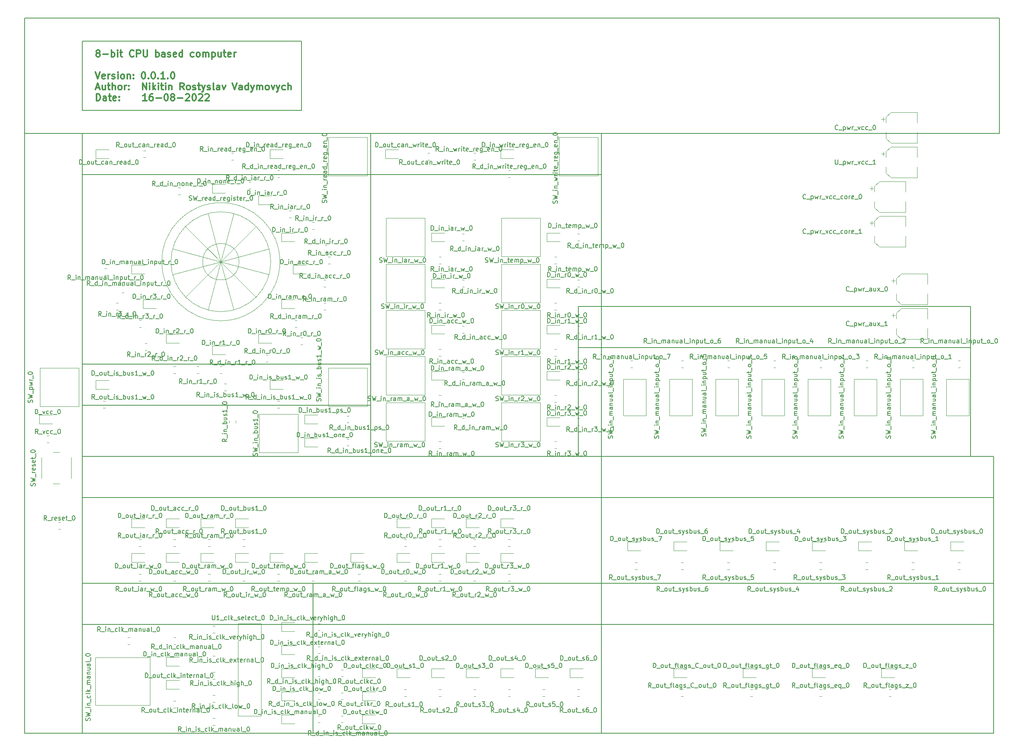
<source format=gbr>
%TF.GenerationSoftware,KiCad,Pcbnew,6.0.5-2.fc34*%
%TF.CreationDate,2022-08-16T02:23:24+03:00*%
%TF.ProjectId,spartan3,73706172-7461-46e3-932e-6b696361645f,rev?*%
%TF.SameCoordinates,Original*%
%TF.FileFunction,Legend,Top*%
%TF.FilePolarity,Positive*%
%FSLAX46Y46*%
G04 Gerber Fmt 4.6, Leading zero omitted, Abs format (unit mm)*
G04 Created by KiCad (PCBNEW 6.0.5-2.fc34) date 2022-08-16 02:23:24*
%MOMM*%
%LPD*%
G01*
G04 APERTURE LIST*
%ADD10C,0.150000*%
%ADD11C,0.200000*%
%ADD12C,0.300000*%
%ADD13C,0.120000*%
G04 APERTURE END LIST*
D10*
X77470000Y-25400000D02*
X128270000Y-25400000D01*
X128270000Y-25400000D02*
X128270000Y-96520000D01*
X128270000Y-96520000D02*
X77470000Y-96520000D01*
X77470000Y-96520000D02*
X77470000Y-25400000D01*
D11*
X13970000Y-5080000D02*
X62230000Y-5080000D01*
X62230000Y-5080000D02*
X62230000Y-20320000D01*
X62230000Y-20320000D02*
X13970000Y-20320000D01*
X13970000Y-20320000D02*
X13970000Y-5080000D01*
D10*
X64770000Y-124460000D02*
X128270000Y-124460000D01*
X128270000Y-124460000D02*
X128270000Y-133540000D01*
X128270000Y-133540000D02*
X64770000Y-133540000D01*
X64770000Y-133540000D02*
X64770000Y-124460000D01*
X77470000Y-25400000D02*
X128270000Y-25400000D01*
X128270000Y-25400000D02*
X128270000Y-34480000D01*
X128270000Y-34480000D02*
X77470000Y-34480000D01*
X77470000Y-34480000D02*
X77470000Y-25400000D01*
X128270000Y-124460000D02*
X214630000Y-124460000D01*
X214630000Y-124460000D02*
X214630000Y-96520000D01*
X214630000Y-96520000D02*
X128270000Y-96520000D01*
X128270000Y-96520000D02*
X128270000Y-124460000D01*
X1270000Y0D02*
X215900000Y0D01*
X215900000Y0D02*
X215900000Y-25400000D01*
X215900000Y-25400000D02*
X1270000Y-25400000D01*
X1270000Y-25400000D02*
X1270000Y0D01*
X13970000Y-25400000D02*
X77470000Y-25400000D01*
X77470000Y-25400000D02*
X77470000Y-34480000D01*
X77470000Y-34480000D02*
X13970000Y-34480000D01*
X13970000Y-34480000D02*
X13970000Y-25400000D01*
X128270000Y-124460000D02*
X214630000Y-124460000D01*
X214630000Y-124460000D02*
X214630000Y-157480000D01*
X214630000Y-157480000D02*
X128270000Y-157480000D01*
X128270000Y-157480000D02*
X128270000Y-124460000D01*
X13970000Y-76200000D02*
X77470000Y-76200000D01*
X77470000Y-76200000D02*
X77470000Y-85280000D01*
X77470000Y-85280000D02*
X13970000Y-85280000D01*
X13970000Y-85280000D02*
X13970000Y-76200000D01*
X13970000Y-96520000D02*
X128270000Y-96520000D01*
X128270000Y-96520000D02*
X128270000Y-105600000D01*
X128270000Y-105600000D02*
X13970000Y-105600000D01*
X13970000Y-105600000D02*
X13970000Y-96520000D01*
X128270000Y-124460000D02*
X214630000Y-124460000D01*
X214630000Y-124460000D02*
X214630000Y-133540000D01*
X214630000Y-133540000D02*
X128270000Y-133540000D01*
X128270000Y-133540000D02*
X128270000Y-124460000D01*
X13970000Y-96520000D02*
X128270000Y-96520000D01*
X128270000Y-96520000D02*
X128270000Y-124460000D01*
X128270000Y-124460000D02*
X13970000Y-124460000D01*
X13970000Y-124460000D02*
X13970000Y-96520000D01*
X13970000Y-124460000D02*
X64770000Y-124460000D01*
X64770000Y-124460000D02*
X64770000Y-157480000D01*
X64770000Y-157480000D02*
X13970000Y-157480000D01*
X13970000Y-157480000D02*
X13970000Y-124460000D01*
X123190000Y-63500000D02*
X209550000Y-63500000D01*
X209550000Y-63500000D02*
X209550000Y-72580000D01*
X209550000Y-72580000D02*
X123190000Y-72580000D01*
X123190000Y-72580000D02*
X123190000Y-63500000D01*
X128270000Y-96520000D02*
X214630000Y-96520000D01*
X214630000Y-96520000D02*
X214630000Y-105600000D01*
X214630000Y-105600000D02*
X128270000Y-105600000D01*
X128270000Y-105600000D02*
X128270000Y-96520000D01*
X13970000Y-124460000D02*
X64770000Y-124460000D01*
X64770000Y-124460000D02*
X64770000Y-133540000D01*
X64770000Y-133540000D02*
X13970000Y-133540000D01*
X13970000Y-133540000D02*
X13970000Y-124460000D01*
X123190000Y-96520000D02*
X209550000Y-96520000D01*
X209550000Y-96520000D02*
X209550000Y-63500000D01*
X209550000Y-63500000D02*
X123190000Y-63500000D01*
X123190000Y-63500000D02*
X123190000Y-96520000D01*
X13970000Y-76200000D02*
X77470000Y-76200000D01*
X77470000Y-76200000D02*
X77470000Y-96520000D01*
X77470000Y-96520000D02*
X13970000Y-96520000D01*
X13970000Y-96520000D02*
X13970000Y-76200000D01*
X1270000Y-25400000D02*
X13970000Y-25400000D01*
X13970000Y-25400000D02*
X13970000Y-157480000D01*
X13970000Y-157480000D02*
X1270000Y-157480000D01*
X1270000Y-157480000D02*
X1270000Y-25400000D01*
X13970000Y-25400000D02*
X77470000Y-25400000D01*
X77470000Y-25400000D02*
X77470000Y-76200000D01*
X77470000Y-76200000D02*
X13970000Y-76200000D01*
X13970000Y-76200000D02*
X13970000Y-25400000D01*
X64770000Y-124460000D02*
X128270000Y-124460000D01*
X128270000Y-124460000D02*
X128270000Y-157480000D01*
X128270000Y-157480000D02*
X64770000Y-157480000D01*
X64770000Y-157480000D02*
X64770000Y-124460000D01*
D12*
X17276428Y-7691428D02*
X17133571Y-7620000D01*
X17062142Y-7548571D01*
X16990714Y-7405714D01*
X16990714Y-7334285D01*
X17062142Y-7191428D01*
X17133571Y-7120000D01*
X17276428Y-7048571D01*
X17562142Y-7048571D01*
X17705000Y-7120000D01*
X17776428Y-7191428D01*
X17847857Y-7334285D01*
X17847857Y-7405714D01*
X17776428Y-7548571D01*
X17705000Y-7620000D01*
X17562142Y-7691428D01*
X17276428Y-7691428D01*
X17133571Y-7762857D01*
X17062142Y-7834285D01*
X16990714Y-7977142D01*
X16990714Y-8262857D01*
X17062142Y-8405714D01*
X17133571Y-8477142D01*
X17276428Y-8548571D01*
X17562142Y-8548571D01*
X17705000Y-8477142D01*
X17776428Y-8405714D01*
X17847857Y-8262857D01*
X17847857Y-7977142D01*
X17776428Y-7834285D01*
X17705000Y-7762857D01*
X17562142Y-7691428D01*
X18490714Y-7977142D02*
X19633571Y-7977142D01*
X20347857Y-8548571D02*
X20347857Y-7048571D01*
X20347857Y-7620000D02*
X20490714Y-7548571D01*
X20776428Y-7548571D01*
X20919285Y-7620000D01*
X20990714Y-7691428D01*
X21062142Y-7834285D01*
X21062142Y-8262857D01*
X20990714Y-8405714D01*
X20919285Y-8477142D01*
X20776428Y-8548571D01*
X20490714Y-8548571D01*
X20347857Y-8477142D01*
X21705000Y-8548571D02*
X21705000Y-7548571D01*
X21705000Y-7048571D02*
X21633571Y-7120000D01*
X21705000Y-7191428D01*
X21776428Y-7120000D01*
X21705000Y-7048571D01*
X21705000Y-7191428D01*
X22205000Y-7548571D02*
X22776428Y-7548571D01*
X22419285Y-7048571D02*
X22419285Y-8334285D01*
X22490714Y-8477142D01*
X22633571Y-8548571D01*
X22776428Y-8548571D01*
X25276428Y-8405714D02*
X25205000Y-8477142D01*
X24990714Y-8548571D01*
X24847857Y-8548571D01*
X24633571Y-8477142D01*
X24490714Y-8334285D01*
X24419285Y-8191428D01*
X24347857Y-7905714D01*
X24347857Y-7691428D01*
X24419285Y-7405714D01*
X24490714Y-7262857D01*
X24633571Y-7120000D01*
X24847857Y-7048571D01*
X24990714Y-7048571D01*
X25205000Y-7120000D01*
X25276428Y-7191428D01*
X25919285Y-8548571D02*
X25919285Y-7048571D01*
X26490714Y-7048571D01*
X26633571Y-7120000D01*
X26705000Y-7191428D01*
X26776428Y-7334285D01*
X26776428Y-7548571D01*
X26705000Y-7691428D01*
X26633571Y-7762857D01*
X26490714Y-7834285D01*
X25919285Y-7834285D01*
X27419285Y-7048571D02*
X27419285Y-8262857D01*
X27490714Y-8405714D01*
X27562142Y-8477142D01*
X27705000Y-8548571D01*
X27990714Y-8548571D01*
X28133571Y-8477142D01*
X28205000Y-8405714D01*
X28276428Y-8262857D01*
X28276428Y-7048571D01*
X30133571Y-8548571D02*
X30133571Y-7048571D01*
X30133571Y-7620000D02*
X30276428Y-7548571D01*
X30562142Y-7548571D01*
X30705000Y-7620000D01*
X30776428Y-7691428D01*
X30847857Y-7834285D01*
X30847857Y-8262857D01*
X30776428Y-8405714D01*
X30705000Y-8477142D01*
X30562142Y-8548571D01*
X30276428Y-8548571D01*
X30133571Y-8477142D01*
X32133571Y-8548571D02*
X32133571Y-7762857D01*
X32062142Y-7620000D01*
X31919285Y-7548571D01*
X31633571Y-7548571D01*
X31490714Y-7620000D01*
X32133571Y-8477142D02*
X31990714Y-8548571D01*
X31633571Y-8548571D01*
X31490714Y-8477142D01*
X31419285Y-8334285D01*
X31419285Y-8191428D01*
X31490714Y-8048571D01*
X31633571Y-7977142D01*
X31990714Y-7977142D01*
X32133571Y-7905714D01*
X32776428Y-8477142D02*
X32919285Y-8548571D01*
X33205000Y-8548571D01*
X33347857Y-8477142D01*
X33419285Y-8334285D01*
X33419285Y-8262857D01*
X33347857Y-8120000D01*
X33205000Y-8048571D01*
X32990714Y-8048571D01*
X32847857Y-7977142D01*
X32776428Y-7834285D01*
X32776428Y-7762857D01*
X32847857Y-7620000D01*
X32990714Y-7548571D01*
X33205000Y-7548571D01*
X33347857Y-7620000D01*
X34633571Y-8477142D02*
X34490714Y-8548571D01*
X34205000Y-8548571D01*
X34062142Y-8477142D01*
X33990714Y-8334285D01*
X33990714Y-7762857D01*
X34062142Y-7620000D01*
X34205000Y-7548571D01*
X34490714Y-7548571D01*
X34633571Y-7620000D01*
X34705000Y-7762857D01*
X34705000Y-7905714D01*
X33990714Y-8048571D01*
X35990714Y-8548571D02*
X35990714Y-7048571D01*
X35990714Y-8477142D02*
X35847857Y-8548571D01*
X35562142Y-8548571D01*
X35419285Y-8477142D01*
X35347857Y-8405714D01*
X35276428Y-8262857D01*
X35276428Y-7834285D01*
X35347857Y-7691428D01*
X35419285Y-7620000D01*
X35562142Y-7548571D01*
X35847857Y-7548571D01*
X35990714Y-7620000D01*
X38490714Y-8477142D02*
X38347857Y-8548571D01*
X38062142Y-8548571D01*
X37919285Y-8477142D01*
X37847857Y-8405714D01*
X37776428Y-8262857D01*
X37776428Y-7834285D01*
X37847857Y-7691428D01*
X37919285Y-7620000D01*
X38062142Y-7548571D01*
X38347857Y-7548571D01*
X38490714Y-7620000D01*
X39347857Y-8548571D02*
X39205000Y-8477142D01*
X39133571Y-8405714D01*
X39062142Y-8262857D01*
X39062142Y-7834285D01*
X39133571Y-7691428D01*
X39205000Y-7620000D01*
X39347857Y-7548571D01*
X39562142Y-7548571D01*
X39705000Y-7620000D01*
X39776428Y-7691428D01*
X39847857Y-7834285D01*
X39847857Y-8262857D01*
X39776428Y-8405714D01*
X39705000Y-8477142D01*
X39562142Y-8548571D01*
X39347857Y-8548571D01*
X40490714Y-8548571D02*
X40490714Y-7548571D01*
X40490714Y-7691428D02*
X40562142Y-7620000D01*
X40705000Y-7548571D01*
X40919285Y-7548571D01*
X41062142Y-7620000D01*
X41133571Y-7762857D01*
X41133571Y-8548571D01*
X41133571Y-7762857D02*
X41205000Y-7620000D01*
X41347857Y-7548571D01*
X41562142Y-7548571D01*
X41705000Y-7620000D01*
X41776428Y-7762857D01*
X41776428Y-8548571D01*
X42490714Y-7548571D02*
X42490714Y-9048571D01*
X42490714Y-7620000D02*
X42633571Y-7548571D01*
X42919285Y-7548571D01*
X43062142Y-7620000D01*
X43133571Y-7691428D01*
X43205000Y-7834285D01*
X43205000Y-8262857D01*
X43133571Y-8405714D01*
X43062142Y-8477142D01*
X42919285Y-8548571D01*
X42633571Y-8548571D01*
X42490714Y-8477142D01*
X44490714Y-7548571D02*
X44490714Y-8548571D01*
X43847857Y-7548571D02*
X43847857Y-8334285D01*
X43919285Y-8477142D01*
X44062142Y-8548571D01*
X44276428Y-8548571D01*
X44419285Y-8477142D01*
X44490714Y-8405714D01*
X44990714Y-7548571D02*
X45562142Y-7548571D01*
X45205000Y-7048571D02*
X45205000Y-8334285D01*
X45276428Y-8477142D01*
X45419285Y-8548571D01*
X45562142Y-8548571D01*
X46633571Y-8477142D02*
X46490714Y-8548571D01*
X46205000Y-8548571D01*
X46062142Y-8477142D01*
X45990714Y-8334285D01*
X45990714Y-7762857D01*
X46062142Y-7620000D01*
X46205000Y-7548571D01*
X46490714Y-7548571D01*
X46633571Y-7620000D01*
X46705000Y-7762857D01*
X46705000Y-7905714D01*
X45990714Y-8048571D01*
X47347857Y-8548571D02*
X47347857Y-7548571D01*
X47347857Y-7834285D02*
X47419285Y-7691428D01*
X47490714Y-7620000D01*
X47633571Y-7548571D01*
X47776428Y-7548571D01*
X16847857Y-11878571D02*
X17347857Y-13378571D01*
X17847857Y-11878571D01*
X18919285Y-13307142D02*
X18776428Y-13378571D01*
X18490714Y-13378571D01*
X18347857Y-13307142D01*
X18276428Y-13164285D01*
X18276428Y-12592857D01*
X18347857Y-12450000D01*
X18490714Y-12378571D01*
X18776428Y-12378571D01*
X18919285Y-12450000D01*
X18990714Y-12592857D01*
X18990714Y-12735714D01*
X18276428Y-12878571D01*
X19633571Y-13378571D02*
X19633571Y-12378571D01*
X19633571Y-12664285D02*
X19705000Y-12521428D01*
X19776428Y-12450000D01*
X19919285Y-12378571D01*
X20062142Y-12378571D01*
X20490714Y-13307142D02*
X20633571Y-13378571D01*
X20919285Y-13378571D01*
X21062142Y-13307142D01*
X21133571Y-13164285D01*
X21133571Y-13092857D01*
X21062142Y-12950000D01*
X20919285Y-12878571D01*
X20705000Y-12878571D01*
X20562142Y-12807142D01*
X20490714Y-12664285D01*
X20490714Y-12592857D01*
X20562142Y-12450000D01*
X20705000Y-12378571D01*
X20919285Y-12378571D01*
X21062142Y-12450000D01*
X21776428Y-13378571D02*
X21776428Y-12378571D01*
X21776428Y-11878571D02*
X21705000Y-11950000D01*
X21776428Y-12021428D01*
X21847857Y-11950000D01*
X21776428Y-11878571D01*
X21776428Y-12021428D01*
X22705000Y-13378571D02*
X22562142Y-13307142D01*
X22490714Y-13235714D01*
X22419285Y-13092857D01*
X22419285Y-12664285D01*
X22490714Y-12521428D01*
X22562142Y-12450000D01*
X22705000Y-12378571D01*
X22919285Y-12378571D01*
X23062142Y-12450000D01*
X23133571Y-12521428D01*
X23205000Y-12664285D01*
X23205000Y-13092857D01*
X23133571Y-13235714D01*
X23062142Y-13307142D01*
X22919285Y-13378571D01*
X22705000Y-13378571D01*
X23847857Y-12378571D02*
X23847857Y-13378571D01*
X23847857Y-12521428D02*
X23919285Y-12450000D01*
X24062142Y-12378571D01*
X24276428Y-12378571D01*
X24419285Y-12450000D01*
X24490714Y-12592857D01*
X24490714Y-13378571D01*
X25205000Y-13235714D02*
X25276428Y-13307142D01*
X25205000Y-13378571D01*
X25133571Y-13307142D01*
X25205000Y-13235714D01*
X25205000Y-13378571D01*
X25205000Y-12450000D02*
X25276428Y-12521428D01*
X25205000Y-12592857D01*
X25133571Y-12521428D01*
X25205000Y-12450000D01*
X25205000Y-12592857D01*
X27347857Y-11878571D02*
X27490714Y-11878571D01*
X27633571Y-11950000D01*
X27705000Y-12021428D01*
X27776428Y-12164285D01*
X27847857Y-12450000D01*
X27847857Y-12807142D01*
X27776428Y-13092857D01*
X27705000Y-13235714D01*
X27633571Y-13307142D01*
X27490714Y-13378571D01*
X27347857Y-13378571D01*
X27205000Y-13307142D01*
X27133571Y-13235714D01*
X27062142Y-13092857D01*
X26990714Y-12807142D01*
X26990714Y-12450000D01*
X27062142Y-12164285D01*
X27133571Y-12021428D01*
X27205000Y-11950000D01*
X27347857Y-11878571D01*
X28490714Y-13235714D02*
X28562142Y-13307142D01*
X28490714Y-13378571D01*
X28419285Y-13307142D01*
X28490714Y-13235714D01*
X28490714Y-13378571D01*
X29490714Y-11878571D02*
X29633571Y-11878571D01*
X29776428Y-11950000D01*
X29847857Y-12021428D01*
X29919285Y-12164285D01*
X29990714Y-12450000D01*
X29990714Y-12807142D01*
X29919285Y-13092857D01*
X29847857Y-13235714D01*
X29776428Y-13307142D01*
X29633571Y-13378571D01*
X29490714Y-13378571D01*
X29347857Y-13307142D01*
X29276428Y-13235714D01*
X29205000Y-13092857D01*
X29133571Y-12807142D01*
X29133571Y-12450000D01*
X29205000Y-12164285D01*
X29276428Y-12021428D01*
X29347857Y-11950000D01*
X29490714Y-11878571D01*
X30633571Y-13235714D02*
X30705000Y-13307142D01*
X30633571Y-13378571D01*
X30562142Y-13307142D01*
X30633571Y-13235714D01*
X30633571Y-13378571D01*
X32133571Y-13378571D02*
X31276428Y-13378571D01*
X31705000Y-13378571D02*
X31705000Y-11878571D01*
X31562142Y-12092857D01*
X31419285Y-12235714D01*
X31276428Y-12307142D01*
X32776428Y-13235714D02*
X32847857Y-13307142D01*
X32776428Y-13378571D01*
X32705000Y-13307142D01*
X32776428Y-13235714D01*
X32776428Y-13378571D01*
X33776428Y-11878571D02*
X33919285Y-11878571D01*
X34062142Y-11950000D01*
X34133571Y-12021428D01*
X34205000Y-12164285D01*
X34276428Y-12450000D01*
X34276428Y-12807142D01*
X34205000Y-13092857D01*
X34133571Y-13235714D01*
X34062142Y-13307142D01*
X33919285Y-13378571D01*
X33776428Y-13378571D01*
X33633571Y-13307142D01*
X33562142Y-13235714D01*
X33490714Y-13092857D01*
X33419285Y-12807142D01*
X33419285Y-12450000D01*
X33490714Y-12164285D01*
X33562142Y-12021428D01*
X33633571Y-11950000D01*
X33776428Y-11878571D01*
X16990714Y-15365000D02*
X17705000Y-15365000D01*
X16847857Y-15793571D02*
X17347857Y-14293571D01*
X17847857Y-15793571D01*
X18990714Y-14793571D02*
X18990714Y-15793571D01*
X18347857Y-14793571D02*
X18347857Y-15579285D01*
X18419285Y-15722142D01*
X18562142Y-15793571D01*
X18776428Y-15793571D01*
X18919285Y-15722142D01*
X18990714Y-15650714D01*
X19490714Y-14793571D02*
X20062142Y-14793571D01*
X19705000Y-14293571D02*
X19705000Y-15579285D01*
X19776428Y-15722142D01*
X19919285Y-15793571D01*
X20062142Y-15793571D01*
X20562142Y-15793571D02*
X20562142Y-14293571D01*
X21205000Y-15793571D02*
X21205000Y-15007857D01*
X21133571Y-14865000D01*
X20990714Y-14793571D01*
X20776428Y-14793571D01*
X20633571Y-14865000D01*
X20562142Y-14936428D01*
X22133571Y-15793571D02*
X21990714Y-15722142D01*
X21919285Y-15650714D01*
X21847857Y-15507857D01*
X21847857Y-15079285D01*
X21919285Y-14936428D01*
X21990714Y-14865000D01*
X22133571Y-14793571D01*
X22347857Y-14793571D01*
X22490714Y-14865000D01*
X22562142Y-14936428D01*
X22633571Y-15079285D01*
X22633571Y-15507857D01*
X22562142Y-15650714D01*
X22490714Y-15722142D01*
X22347857Y-15793571D01*
X22133571Y-15793571D01*
X23276428Y-15793571D02*
X23276428Y-14793571D01*
X23276428Y-15079285D02*
X23347857Y-14936428D01*
X23419285Y-14865000D01*
X23562142Y-14793571D01*
X23705000Y-14793571D01*
X24205000Y-15650714D02*
X24276428Y-15722142D01*
X24205000Y-15793571D01*
X24133571Y-15722142D01*
X24205000Y-15650714D01*
X24205000Y-15793571D01*
X24205000Y-14865000D02*
X24276428Y-14936428D01*
X24205000Y-15007857D01*
X24133571Y-14936428D01*
X24205000Y-14865000D01*
X24205000Y-15007857D01*
X27205000Y-15793571D02*
X27205000Y-14293571D01*
X28062142Y-15793571D01*
X28062142Y-14293571D01*
X28776428Y-15793571D02*
X28776428Y-14793571D01*
X28776428Y-14293571D02*
X28705000Y-14365000D01*
X28776428Y-14436428D01*
X28847857Y-14365000D01*
X28776428Y-14293571D01*
X28776428Y-14436428D01*
X29490714Y-15793571D02*
X29490714Y-14293571D01*
X29633571Y-15222142D02*
X30062142Y-15793571D01*
X30062142Y-14793571D02*
X29490714Y-15365000D01*
X30705000Y-15793571D02*
X30705000Y-14793571D01*
X30705000Y-14293571D02*
X30633571Y-14365000D01*
X30705000Y-14436428D01*
X30776428Y-14365000D01*
X30705000Y-14293571D01*
X30705000Y-14436428D01*
X31205000Y-14793571D02*
X31776428Y-14793571D01*
X31419285Y-14293571D02*
X31419285Y-15579285D01*
X31490714Y-15722142D01*
X31633571Y-15793571D01*
X31776428Y-15793571D01*
X32276428Y-15793571D02*
X32276428Y-14793571D01*
X32276428Y-14293571D02*
X32205000Y-14365000D01*
X32276428Y-14436428D01*
X32347857Y-14365000D01*
X32276428Y-14293571D01*
X32276428Y-14436428D01*
X32990714Y-14793571D02*
X32990714Y-15793571D01*
X32990714Y-14936428D02*
X33062142Y-14865000D01*
X33205000Y-14793571D01*
X33419285Y-14793571D01*
X33562142Y-14865000D01*
X33633571Y-15007857D01*
X33633571Y-15793571D01*
X36347857Y-15793571D02*
X35847857Y-15079285D01*
X35490714Y-15793571D02*
X35490714Y-14293571D01*
X36062142Y-14293571D01*
X36205000Y-14365000D01*
X36276428Y-14436428D01*
X36347857Y-14579285D01*
X36347857Y-14793571D01*
X36276428Y-14936428D01*
X36205000Y-15007857D01*
X36062142Y-15079285D01*
X35490714Y-15079285D01*
X37205000Y-15793571D02*
X37062142Y-15722142D01*
X36990714Y-15650714D01*
X36919285Y-15507857D01*
X36919285Y-15079285D01*
X36990714Y-14936428D01*
X37062142Y-14865000D01*
X37205000Y-14793571D01*
X37419285Y-14793571D01*
X37562142Y-14865000D01*
X37633571Y-14936428D01*
X37705000Y-15079285D01*
X37705000Y-15507857D01*
X37633571Y-15650714D01*
X37562142Y-15722142D01*
X37419285Y-15793571D01*
X37205000Y-15793571D01*
X38276428Y-15722142D02*
X38419285Y-15793571D01*
X38705000Y-15793571D01*
X38847857Y-15722142D01*
X38919285Y-15579285D01*
X38919285Y-15507857D01*
X38847857Y-15365000D01*
X38705000Y-15293571D01*
X38490714Y-15293571D01*
X38347857Y-15222142D01*
X38276428Y-15079285D01*
X38276428Y-15007857D01*
X38347857Y-14865000D01*
X38490714Y-14793571D01*
X38705000Y-14793571D01*
X38847857Y-14865000D01*
X39347857Y-14793571D02*
X39919285Y-14793571D01*
X39562142Y-14293571D02*
X39562142Y-15579285D01*
X39633571Y-15722142D01*
X39776428Y-15793571D01*
X39919285Y-15793571D01*
X40276428Y-14793571D02*
X40633571Y-15793571D01*
X40990714Y-14793571D02*
X40633571Y-15793571D01*
X40490714Y-16150714D01*
X40419285Y-16222142D01*
X40276428Y-16293571D01*
X41490714Y-15722142D02*
X41633571Y-15793571D01*
X41919285Y-15793571D01*
X42062142Y-15722142D01*
X42133571Y-15579285D01*
X42133571Y-15507857D01*
X42062142Y-15365000D01*
X41919285Y-15293571D01*
X41705000Y-15293571D01*
X41562142Y-15222142D01*
X41490714Y-15079285D01*
X41490714Y-15007857D01*
X41562142Y-14865000D01*
X41705000Y-14793571D01*
X41919285Y-14793571D01*
X42062142Y-14865000D01*
X42990714Y-15793571D02*
X42847857Y-15722142D01*
X42776428Y-15579285D01*
X42776428Y-14293571D01*
X44205000Y-15793571D02*
X44205000Y-15007857D01*
X44133571Y-14865000D01*
X43990714Y-14793571D01*
X43705000Y-14793571D01*
X43562142Y-14865000D01*
X44205000Y-15722142D02*
X44062142Y-15793571D01*
X43705000Y-15793571D01*
X43562142Y-15722142D01*
X43490714Y-15579285D01*
X43490714Y-15436428D01*
X43562142Y-15293571D01*
X43705000Y-15222142D01*
X44062142Y-15222142D01*
X44205000Y-15150714D01*
X44776428Y-14793571D02*
X45133571Y-15793571D01*
X45490714Y-14793571D01*
X46990714Y-14293571D02*
X47490714Y-15793571D01*
X47990714Y-14293571D01*
X49133571Y-15793571D02*
X49133571Y-15007857D01*
X49062142Y-14865000D01*
X48919285Y-14793571D01*
X48633571Y-14793571D01*
X48490714Y-14865000D01*
X49133571Y-15722142D02*
X48990714Y-15793571D01*
X48633571Y-15793571D01*
X48490714Y-15722142D01*
X48419285Y-15579285D01*
X48419285Y-15436428D01*
X48490714Y-15293571D01*
X48633571Y-15222142D01*
X48990714Y-15222142D01*
X49133571Y-15150714D01*
X50490714Y-15793571D02*
X50490714Y-14293571D01*
X50490714Y-15722142D02*
X50347857Y-15793571D01*
X50062142Y-15793571D01*
X49919285Y-15722142D01*
X49847857Y-15650714D01*
X49776428Y-15507857D01*
X49776428Y-15079285D01*
X49847857Y-14936428D01*
X49919285Y-14865000D01*
X50062142Y-14793571D01*
X50347857Y-14793571D01*
X50490714Y-14865000D01*
X51062142Y-14793571D02*
X51419285Y-15793571D01*
X51776428Y-14793571D02*
X51419285Y-15793571D01*
X51276428Y-16150714D01*
X51205000Y-16222142D01*
X51062142Y-16293571D01*
X52347857Y-15793571D02*
X52347857Y-14793571D01*
X52347857Y-14936428D02*
X52419285Y-14865000D01*
X52562142Y-14793571D01*
X52776428Y-14793571D01*
X52919285Y-14865000D01*
X52990714Y-15007857D01*
X52990714Y-15793571D01*
X52990714Y-15007857D02*
X53062142Y-14865000D01*
X53205000Y-14793571D01*
X53419285Y-14793571D01*
X53562142Y-14865000D01*
X53633571Y-15007857D01*
X53633571Y-15793571D01*
X54562142Y-15793571D02*
X54419285Y-15722142D01*
X54347857Y-15650714D01*
X54276428Y-15507857D01*
X54276428Y-15079285D01*
X54347857Y-14936428D01*
X54419285Y-14865000D01*
X54562142Y-14793571D01*
X54776428Y-14793571D01*
X54919285Y-14865000D01*
X54990714Y-14936428D01*
X55062142Y-15079285D01*
X55062142Y-15507857D01*
X54990714Y-15650714D01*
X54919285Y-15722142D01*
X54776428Y-15793571D01*
X54562142Y-15793571D01*
X55562142Y-14793571D02*
X55919285Y-15793571D01*
X56276428Y-14793571D01*
X56705000Y-14793571D02*
X57062142Y-15793571D01*
X57419285Y-14793571D02*
X57062142Y-15793571D01*
X56919285Y-16150714D01*
X56847857Y-16222142D01*
X56705000Y-16293571D01*
X58633571Y-15722142D02*
X58490714Y-15793571D01*
X58205000Y-15793571D01*
X58062142Y-15722142D01*
X57990714Y-15650714D01*
X57919285Y-15507857D01*
X57919285Y-15079285D01*
X57990714Y-14936428D01*
X58062142Y-14865000D01*
X58205000Y-14793571D01*
X58490714Y-14793571D01*
X58633571Y-14865000D01*
X59276428Y-15793571D02*
X59276428Y-14293571D01*
X59919285Y-15793571D02*
X59919285Y-15007857D01*
X59847857Y-14865000D01*
X59704999Y-14793571D01*
X59490714Y-14793571D01*
X59347857Y-14865000D01*
X59276428Y-14936428D01*
X17062142Y-18208571D02*
X17062142Y-16708571D01*
X17419285Y-16708571D01*
X17633571Y-16780000D01*
X17776428Y-16922857D01*
X17847857Y-17065714D01*
X17919285Y-17351428D01*
X17919285Y-17565714D01*
X17847857Y-17851428D01*
X17776428Y-17994285D01*
X17633571Y-18137142D01*
X17419285Y-18208571D01*
X17062142Y-18208571D01*
X19205000Y-18208571D02*
X19205000Y-17422857D01*
X19133571Y-17280000D01*
X18990714Y-17208571D01*
X18705000Y-17208571D01*
X18562142Y-17280000D01*
X19205000Y-18137142D02*
X19062142Y-18208571D01*
X18705000Y-18208571D01*
X18562142Y-18137142D01*
X18490714Y-17994285D01*
X18490714Y-17851428D01*
X18562142Y-17708571D01*
X18705000Y-17637142D01*
X19062142Y-17637142D01*
X19205000Y-17565714D01*
X19705000Y-17208571D02*
X20276428Y-17208571D01*
X19919285Y-16708571D02*
X19919285Y-17994285D01*
X19990714Y-18137142D01*
X20133571Y-18208571D01*
X20276428Y-18208571D01*
X21347857Y-18137142D02*
X21205000Y-18208571D01*
X20919285Y-18208571D01*
X20776428Y-18137142D01*
X20705000Y-17994285D01*
X20705000Y-17422857D01*
X20776428Y-17280000D01*
X20919285Y-17208571D01*
X21205000Y-17208571D01*
X21347857Y-17280000D01*
X21419285Y-17422857D01*
X21419285Y-17565714D01*
X20705000Y-17708571D01*
X22062142Y-18065714D02*
X22133571Y-18137142D01*
X22062142Y-18208571D01*
X21990714Y-18137142D01*
X22062142Y-18065714D01*
X22062142Y-18208571D01*
X22062142Y-17280000D02*
X22133571Y-17351428D01*
X22062142Y-17422857D01*
X21990714Y-17351428D01*
X22062142Y-17280000D01*
X22062142Y-17422857D01*
X28133571Y-18208571D02*
X27276428Y-18208571D01*
X27705000Y-18208571D02*
X27705000Y-16708571D01*
X27562142Y-16922857D01*
X27419285Y-17065714D01*
X27276428Y-17137142D01*
X29419285Y-16708571D02*
X29133571Y-16708571D01*
X28990714Y-16780000D01*
X28919285Y-16851428D01*
X28776428Y-17065714D01*
X28705000Y-17351428D01*
X28705000Y-17922857D01*
X28776428Y-18065714D01*
X28847857Y-18137142D01*
X28990714Y-18208571D01*
X29276428Y-18208571D01*
X29419285Y-18137142D01*
X29490714Y-18065714D01*
X29562142Y-17922857D01*
X29562142Y-17565714D01*
X29490714Y-17422857D01*
X29419285Y-17351428D01*
X29276428Y-17280000D01*
X28990714Y-17280000D01*
X28847857Y-17351428D01*
X28776428Y-17422857D01*
X28705000Y-17565714D01*
X30205000Y-17637142D02*
X31347857Y-17637142D01*
X32347857Y-16708571D02*
X32490714Y-16708571D01*
X32633571Y-16780000D01*
X32705000Y-16851428D01*
X32776428Y-16994285D01*
X32847857Y-17280000D01*
X32847857Y-17637142D01*
X32776428Y-17922857D01*
X32705000Y-18065714D01*
X32633571Y-18137142D01*
X32490714Y-18208571D01*
X32347857Y-18208571D01*
X32205000Y-18137142D01*
X32133571Y-18065714D01*
X32062142Y-17922857D01*
X31990714Y-17637142D01*
X31990714Y-17280000D01*
X32062142Y-16994285D01*
X32133571Y-16851428D01*
X32205000Y-16780000D01*
X32347857Y-16708571D01*
X33705000Y-17351428D02*
X33562142Y-17280000D01*
X33490714Y-17208571D01*
X33419285Y-17065714D01*
X33419285Y-16994285D01*
X33490714Y-16851428D01*
X33562142Y-16780000D01*
X33705000Y-16708571D01*
X33990714Y-16708571D01*
X34133571Y-16780000D01*
X34205000Y-16851428D01*
X34276428Y-16994285D01*
X34276428Y-17065714D01*
X34205000Y-17208571D01*
X34133571Y-17280000D01*
X33990714Y-17351428D01*
X33705000Y-17351428D01*
X33562142Y-17422857D01*
X33490714Y-17494285D01*
X33419285Y-17637142D01*
X33419285Y-17922857D01*
X33490714Y-18065714D01*
X33562142Y-18137142D01*
X33705000Y-18208571D01*
X33990714Y-18208571D01*
X34133571Y-18137142D01*
X34205000Y-18065714D01*
X34276428Y-17922857D01*
X34276428Y-17637142D01*
X34205000Y-17494285D01*
X34133571Y-17422857D01*
X33990714Y-17351428D01*
X34919285Y-17637142D02*
X36062142Y-17637142D01*
X36705000Y-16851428D02*
X36776428Y-16780000D01*
X36919285Y-16708571D01*
X37276428Y-16708571D01*
X37419285Y-16780000D01*
X37490714Y-16851428D01*
X37562142Y-16994285D01*
X37562142Y-17137142D01*
X37490714Y-17351428D01*
X36633571Y-18208571D01*
X37562142Y-18208571D01*
X38490714Y-16708571D02*
X38633571Y-16708571D01*
X38776428Y-16780000D01*
X38847857Y-16851428D01*
X38919285Y-16994285D01*
X38990714Y-17280000D01*
X38990714Y-17637142D01*
X38919285Y-17922857D01*
X38847857Y-18065714D01*
X38776428Y-18137142D01*
X38633571Y-18208571D01*
X38490714Y-18208571D01*
X38347857Y-18137142D01*
X38276428Y-18065714D01*
X38205000Y-17922857D01*
X38133571Y-17637142D01*
X38133571Y-17280000D01*
X38205000Y-16994285D01*
X38276428Y-16851428D01*
X38347857Y-16780000D01*
X38490714Y-16708571D01*
X39562142Y-16851428D02*
X39633571Y-16780000D01*
X39776428Y-16708571D01*
X40133571Y-16708571D01*
X40276428Y-16780000D01*
X40347857Y-16851428D01*
X40419285Y-16994285D01*
X40419285Y-17137142D01*
X40347857Y-17351428D01*
X39490714Y-18208571D01*
X40419285Y-18208571D01*
X40990714Y-16851428D02*
X41062142Y-16780000D01*
X41205000Y-16708571D01*
X41562142Y-16708571D01*
X41705000Y-16780000D01*
X41776428Y-16851428D01*
X41847857Y-16994285D01*
X41847857Y-17137142D01*
X41776428Y-17351428D01*
X40919285Y-18208571D01*
X41847857Y-18208571D01*
D10*
%TO.C,SW_in_manual_input_o_6*%
X140844761Y-92520000D02*
X140892380Y-92377142D01*
X140892380Y-92139047D01*
X140844761Y-92043809D01*
X140797142Y-91996190D01*
X140701904Y-91948571D01*
X140606666Y-91948571D01*
X140511428Y-91996190D01*
X140463809Y-92043809D01*
X140416190Y-92139047D01*
X140368571Y-92329523D01*
X140320952Y-92424761D01*
X140273333Y-92472380D01*
X140178095Y-92520000D01*
X140082857Y-92520000D01*
X139987619Y-92472380D01*
X139940000Y-92424761D01*
X139892380Y-92329523D01*
X139892380Y-92091428D01*
X139940000Y-91948571D01*
X139892380Y-91615238D02*
X140892380Y-91377142D01*
X140178095Y-91186666D01*
X140892380Y-90996190D01*
X139892380Y-90758095D01*
X140987619Y-90615238D02*
X140987619Y-89853333D01*
X140892380Y-89615238D02*
X140225714Y-89615238D01*
X139892380Y-89615238D02*
X139940000Y-89662857D01*
X139987619Y-89615238D01*
X139940000Y-89567619D01*
X139892380Y-89615238D01*
X139987619Y-89615238D01*
X140225714Y-89139047D02*
X140892380Y-89139047D01*
X140320952Y-89139047D02*
X140273333Y-89091428D01*
X140225714Y-88996190D01*
X140225714Y-88853333D01*
X140273333Y-88758095D01*
X140368571Y-88710476D01*
X140892380Y-88710476D01*
X140987619Y-88472380D02*
X140987619Y-87710476D01*
X140892380Y-87472380D02*
X140225714Y-87472380D01*
X140320952Y-87472380D02*
X140273333Y-87424761D01*
X140225714Y-87329523D01*
X140225714Y-87186666D01*
X140273333Y-87091428D01*
X140368571Y-87043809D01*
X140892380Y-87043809D01*
X140368571Y-87043809D02*
X140273333Y-86996190D01*
X140225714Y-86900952D01*
X140225714Y-86758095D01*
X140273333Y-86662857D01*
X140368571Y-86615238D01*
X140892380Y-86615238D01*
X140892380Y-85710476D02*
X140368571Y-85710476D01*
X140273333Y-85758095D01*
X140225714Y-85853333D01*
X140225714Y-86043809D01*
X140273333Y-86139047D01*
X140844761Y-85710476D02*
X140892380Y-85805714D01*
X140892380Y-86043809D01*
X140844761Y-86139047D01*
X140749523Y-86186666D01*
X140654285Y-86186666D01*
X140559047Y-86139047D01*
X140511428Y-86043809D01*
X140511428Y-85805714D01*
X140463809Y-85710476D01*
X140225714Y-85234285D02*
X140892380Y-85234285D01*
X140320952Y-85234285D02*
X140273333Y-85186666D01*
X140225714Y-85091428D01*
X140225714Y-84948571D01*
X140273333Y-84853333D01*
X140368571Y-84805714D01*
X140892380Y-84805714D01*
X140225714Y-83900952D02*
X140892380Y-83900952D01*
X140225714Y-84329523D02*
X140749523Y-84329523D01*
X140844761Y-84281904D01*
X140892380Y-84186666D01*
X140892380Y-84043809D01*
X140844761Y-83948571D01*
X140797142Y-83900952D01*
X140892380Y-82996190D02*
X140368571Y-82996190D01*
X140273333Y-83043809D01*
X140225714Y-83139047D01*
X140225714Y-83329523D01*
X140273333Y-83424761D01*
X140844761Y-82996190D02*
X140892380Y-83091428D01*
X140892380Y-83329523D01*
X140844761Y-83424761D01*
X140749523Y-83472380D01*
X140654285Y-83472380D01*
X140559047Y-83424761D01*
X140511428Y-83329523D01*
X140511428Y-83091428D01*
X140463809Y-82996190D01*
X140892380Y-82377142D02*
X140844761Y-82472380D01*
X140749523Y-82520000D01*
X139892380Y-82520000D01*
X140987619Y-82234285D02*
X140987619Y-81472380D01*
X140892380Y-81234285D02*
X140225714Y-81234285D01*
X139892380Y-81234285D02*
X139940000Y-81281904D01*
X139987619Y-81234285D01*
X139940000Y-81186666D01*
X139892380Y-81234285D01*
X139987619Y-81234285D01*
X140225714Y-80758095D02*
X140892380Y-80758095D01*
X140320952Y-80758095D02*
X140273333Y-80710476D01*
X140225714Y-80615238D01*
X140225714Y-80472380D01*
X140273333Y-80377142D01*
X140368571Y-80329523D01*
X140892380Y-80329523D01*
X140225714Y-79853333D02*
X141225714Y-79853333D01*
X140273333Y-79853333D02*
X140225714Y-79758095D01*
X140225714Y-79567619D01*
X140273333Y-79472380D01*
X140320952Y-79424761D01*
X140416190Y-79377142D01*
X140701904Y-79377142D01*
X140797142Y-79424761D01*
X140844761Y-79472380D01*
X140892380Y-79567619D01*
X140892380Y-79758095D01*
X140844761Y-79853333D01*
X140225714Y-78520000D02*
X140892380Y-78520000D01*
X140225714Y-78948571D02*
X140749523Y-78948571D01*
X140844761Y-78900952D01*
X140892380Y-78805714D01*
X140892380Y-78662857D01*
X140844761Y-78567619D01*
X140797142Y-78520000D01*
X140225714Y-78186666D02*
X140225714Y-77805714D01*
X139892380Y-78043809D02*
X140749523Y-78043809D01*
X140844761Y-77996190D01*
X140892380Y-77900952D01*
X140892380Y-77805714D01*
X140987619Y-77710476D02*
X140987619Y-76948571D01*
X140892380Y-76567619D02*
X140844761Y-76662857D01*
X140797142Y-76710476D01*
X140701904Y-76758095D01*
X140416190Y-76758095D01*
X140320952Y-76710476D01*
X140273333Y-76662857D01*
X140225714Y-76567619D01*
X140225714Y-76424761D01*
X140273333Y-76329523D01*
X140320952Y-76281904D01*
X140416190Y-76234285D01*
X140701904Y-76234285D01*
X140797142Y-76281904D01*
X140844761Y-76329523D01*
X140892380Y-76424761D01*
X140892380Y-76567619D01*
X140987619Y-76043809D02*
X140987619Y-75281904D01*
X139892380Y-74615238D02*
X139892380Y-74805714D01*
X139940000Y-74900952D01*
X139987619Y-74948571D01*
X140130476Y-75043809D01*
X140320952Y-75091428D01*
X140701904Y-75091428D01*
X140797142Y-75043809D01*
X140844761Y-74996190D01*
X140892380Y-74900952D01*
X140892380Y-74710476D01*
X140844761Y-74615238D01*
X140797142Y-74567619D01*
X140701904Y-74520000D01*
X140463809Y-74520000D01*
X140368571Y-74567619D01*
X140320952Y-74615238D01*
X140273333Y-74710476D01*
X140273333Y-74900952D01*
X140320952Y-74996190D01*
X140368571Y-75043809D01*
X140463809Y-75091428D01*
%TO.C,SW_in_manual_input_o_7*%
X130684761Y-92520000D02*
X130732380Y-92377142D01*
X130732380Y-92139047D01*
X130684761Y-92043809D01*
X130637142Y-91996190D01*
X130541904Y-91948571D01*
X130446666Y-91948571D01*
X130351428Y-91996190D01*
X130303809Y-92043809D01*
X130256190Y-92139047D01*
X130208571Y-92329523D01*
X130160952Y-92424761D01*
X130113333Y-92472380D01*
X130018095Y-92520000D01*
X129922857Y-92520000D01*
X129827619Y-92472380D01*
X129780000Y-92424761D01*
X129732380Y-92329523D01*
X129732380Y-92091428D01*
X129780000Y-91948571D01*
X129732380Y-91615238D02*
X130732380Y-91377142D01*
X130018095Y-91186666D01*
X130732380Y-90996190D01*
X129732380Y-90758095D01*
X130827619Y-90615238D02*
X130827619Y-89853333D01*
X130732380Y-89615238D02*
X130065714Y-89615238D01*
X129732380Y-89615238D02*
X129780000Y-89662857D01*
X129827619Y-89615238D01*
X129780000Y-89567619D01*
X129732380Y-89615238D01*
X129827619Y-89615238D01*
X130065714Y-89139047D02*
X130732380Y-89139047D01*
X130160952Y-89139047D02*
X130113333Y-89091428D01*
X130065714Y-88996190D01*
X130065714Y-88853333D01*
X130113333Y-88758095D01*
X130208571Y-88710476D01*
X130732380Y-88710476D01*
X130827619Y-88472380D02*
X130827619Y-87710476D01*
X130732380Y-87472380D02*
X130065714Y-87472380D01*
X130160952Y-87472380D02*
X130113333Y-87424761D01*
X130065714Y-87329523D01*
X130065714Y-87186666D01*
X130113333Y-87091428D01*
X130208571Y-87043809D01*
X130732380Y-87043809D01*
X130208571Y-87043809D02*
X130113333Y-86996190D01*
X130065714Y-86900952D01*
X130065714Y-86758095D01*
X130113333Y-86662857D01*
X130208571Y-86615238D01*
X130732380Y-86615238D01*
X130732380Y-85710476D02*
X130208571Y-85710476D01*
X130113333Y-85758095D01*
X130065714Y-85853333D01*
X130065714Y-86043809D01*
X130113333Y-86139047D01*
X130684761Y-85710476D02*
X130732380Y-85805714D01*
X130732380Y-86043809D01*
X130684761Y-86139047D01*
X130589523Y-86186666D01*
X130494285Y-86186666D01*
X130399047Y-86139047D01*
X130351428Y-86043809D01*
X130351428Y-85805714D01*
X130303809Y-85710476D01*
X130065714Y-85234285D02*
X130732380Y-85234285D01*
X130160952Y-85234285D02*
X130113333Y-85186666D01*
X130065714Y-85091428D01*
X130065714Y-84948571D01*
X130113333Y-84853333D01*
X130208571Y-84805714D01*
X130732380Y-84805714D01*
X130065714Y-83900952D02*
X130732380Y-83900952D01*
X130065714Y-84329523D02*
X130589523Y-84329523D01*
X130684761Y-84281904D01*
X130732380Y-84186666D01*
X130732380Y-84043809D01*
X130684761Y-83948571D01*
X130637142Y-83900952D01*
X130732380Y-82996190D02*
X130208571Y-82996190D01*
X130113333Y-83043809D01*
X130065714Y-83139047D01*
X130065714Y-83329523D01*
X130113333Y-83424761D01*
X130684761Y-82996190D02*
X130732380Y-83091428D01*
X130732380Y-83329523D01*
X130684761Y-83424761D01*
X130589523Y-83472380D01*
X130494285Y-83472380D01*
X130399047Y-83424761D01*
X130351428Y-83329523D01*
X130351428Y-83091428D01*
X130303809Y-82996190D01*
X130732380Y-82377142D02*
X130684761Y-82472380D01*
X130589523Y-82520000D01*
X129732380Y-82520000D01*
X130827619Y-82234285D02*
X130827619Y-81472380D01*
X130732380Y-81234285D02*
X130065714Y-81234285D01*
X129732380Y-81234285D02*
X129780000Y-81281904D01*
X129827619Y-81234285D01*
X129780000Y-81186666D01*
X129732380Y-81234285D01*
X129827619Y-81234285D01*
X130065714Y-80758095D02*
X130732380Y-80758095D01*
X130160952Y-80758095D02*
X130113333Y-80710476D01*
X130065714Y-80615238D01*
X130065714Y-80472380D01*
X130113333Y-80377142D01*
X130208571Y-80329523D01*
X130732380Y-80329523D01*
X130065714Y-79853333D02*
X131065714Y-79853333D01*
X130113333Y-79853333D02*
X130065714Y-79758095D01*
X130065714Y-79567619D01*
X130113333Y-79472380D01*
X130160952Y-79424761D01*
X130256190Y-79377142D01*
X130541904Y-79377142D01*
X130637142Y-79424761D01*
X130684761Y-79472380D01*
X130732380Y-79567619D01*
X130732380Y-79758095D01*
X130684761Y-79853333D01*
X130065714Y-78520000D02*
X130732380Y-78520000D01*
X130065714Y-78948571D02*
X130589523Y-78948571D01*
X130684761Y-78900952D01*
X130732380Y-78805714D01*
X130732380Y-78662857D01*
X130684761Y-78567619D01*
X130637142Y-78520000D01*
X130065714Y-78186666D02*
X130065714Y-77805714D01*
X129732380Y-78043809D02*
X130589523Y-78043809D01*
X130684761Y-77996190D01*
X130732380Y-77900952D01*
X130732380Y-77805714D01*
X130827619Y-77710476D02*
X130827619Y-76948571D01*
X130732380Y-76567619D02*
X130684761Y-76662857D01*
X130637142Y-76710476D01*
X130541904Y-76758095D01*
X130256190Y-76758095D01*
X130160952Y-76710476D01*
X130113333Y-76662857D01*
X130065714Y-76567619D01*
X130065714Y-76424761D01*
X130113333Y-76329523D01*
X130160952Y-76281904D01*
X130256190Y-76234285D01*
X130541904Y-76234285D01*
X130637142Y-76281904D01*
X130684761Y-76329523D01*
X130732380Y-76424761D01*
X130732380Y-76567619D01*
X130827619Y-76043809D02*
X130827619Y-75281904D01*
X129732380Y-75139047D02*
X129732380Y-74472380D01*
X130732380Y-74900952D01*
%TO.C,SW_in_manual_input_o_1*%
X191874761Y-92520000D02*
X191922380Y-92377142D01*
X191922380Y-92139047D01*
X191874761Y-92043809D01*
X191827142Y-91996190D01*
X191731904Y-91948571D01*
X191636666Y-91948571D01*
X191541428Y-91996190D01*
X191493809Y-92043809D01*
X191446190Y-92139047D01*
X191398571Y-92329523D01*
X191350952Y-92424761D01*
X191303333Y-92472380D01*
X191208095Y-92520000D01*
X191112857Y-92520000D01*
X191017619Y-92472380D01*
X190970000Y-92424761D01*
X190922380Y-92329523D01*
X190922380Y-92091428D01*
X190970000Y-91948571D01*
X190922380Y-91615238D02*
X191922380Y-91377142D01*
X191208095Y-91186666D01*
X191922380Y-90996190D01*
X190922380Y-90758095D01*
X192017619Y-90615238D02*
X192017619Y-89853333D01*
X191922380Y-89615238D02*
X191255714Y-89615238D01*
X190922380Y-89615238D02*
X190970000Y-89662857D01*
X191017619Y-89615238D01*
X190970000Y-89567619D01*
X190922380Y-89615238D01*
X191017619Y-89615238D01*
X191255714Y-89139047D02*
X191922380Y-89139047D01*
X191350952Y-89139047D02*
X191303333Y-89091428D01*
X191255714Y-88996190D01*
X191255714Y-88853333D01*
X191303333Y-88758095D01*
X191398571Y-88710476D01*
X191922380Y-88710476D01*
X192017619Y-88472380D02*
X192017619Y-87710476D01*
X191922380Y-87472380D02*
X191255714Y-87472380D01*
X191350952Y-87472380D02*
X191303333Y-87424761D01*
X191255714Y-87329523D01*
X191255714Y-87186666D01*
X191303333Y-87091428D01*
X191398571Y-87043809D01*
X191922380Y-87043809D01*
X191398571Y-87043809D02*
X191303333Y-86996190D01*
X191255714Y-86900952D01*
X191255714Y-86758095D01*
X191303333Y-86662857D01*
X191398571Y-86615238D01*
X191922380Y-86615238D01*
X191922380Y-85710476D02*
X191398571Y-85710476D01*
X191303333Y-85758095D01*
X191255714Y-85853333D01*
X191255714Y-86043809D01*
X191303333Y-86139047D01*
X191874761Y-85710476D02*
X191922380Y-85805714D01*
X191922380Y-86043809D01*
X191874761Y-86139047D01*
X191779523Y-86186666D01*
X191684285Y-86186666D01*
X191589047Y-86139047D01*
X191541428Y-86043809D01*
X191541428Y-85805714D01*
X191493809Y-85710476D01*
X191255714Y-85234285D02*
X191922380Y-85234285D01*
X191350952Y-85234285D02*
X191303333Y-85186666D01*
X191255714Y-85091428D01*
X191255714Y-84948571D01*
X191303333Y-84853333D01*
X191398571Y-84805714D01*
X191922380Y-84805714D01*
X191255714Y-83900952D02*
X191922380Y-83900952D01*
X191255714Y-84329523D02*
X191779523Y-84329523D01*
X191874761Y-84281904D01*
X191922380Y-84186666D01*
X191922380Y-84043809D01*
X191874761Y-83948571D01*
X191827142Y-83900952D01*
X191922380Y-82996190D02*
X191398571Y-82996190D01*
X191303333Y-83043809D01*
X191255714Y-83139047D01*
X191255714Y-83329523D01*
X191303333Y-83424761D01*
X191874761Y-82996190D02*
X191922380Y-83091428D01*
X191922380Y-83329523D01*
X191874761Y-83424761D01*
X191779523Y-83472380D01*
X191684285Y-83472380D01*
X191589047Y-83424761D01*
X191541428Y-83329523D01*
X191541428Y-83091428D01*
X191493809Y-82996190D01*
X191922380Y-82377142D02*
X191874761Y-82472380D01*
X191779523Y-82520000D01*
X190922380Y-82520000D01*
X192017619Y-82234285D02*
X192017619Y-81472380D01*
X191922380Y-81234285D02*
X191255714Y-81234285D01*
X190922380Y-81234285D02*
X190970000Y-81281904D01*
X191017619Y-81234285D01*
X190970000Y-81186666D01*
X190922380Y-81234285D01*
X191017619Y-81234285D01*
X191255714Y-80758095D02*
X191922380Y-80758095D01*
X191350952Y-80758095D02*
X191303333Y-80710476D01*
X191255714Y-80615238D01*
X191255714Y-80472380D01*
X191303333Y-80377142D01*
X191398571Y-80329523D01*
X191922380Y-80329523D01*
X191255714Y-79853333D02*
X192255714Y-79853333D01*
X191303333Y-79853333D02*
X191255714Y-79758095D01*
X191255714Y-79567619D01*
X191303333Y-79472380D01*
X191350952Y-79424761D01*
X191446190Y-79377142D01*
X191731904Y-79377142D01*
X191827142Y-79424761D01*
X191874761Y-79472380D01*
X191922380Y-79567619D01*
X191922380Y-79758095D01*
X191874761Y-79853333D01*
X191255714Y-78520000D02*
X191922380Y-78520000D01*
X191255714Y-78948571D02*
X191779523Y-78948571D01*
X191874761Y-78900952D01*
X191922380Y-78805714D01*
X191922380Y-78662857D01*
X191874761Y-78567619D01*
X191827142Y-78520000D01*
X191255714Y-78186666D02*
X191255714Y-77805714D01*
X190922380Y-78043809D02*
X191779523Y-78043809D01*
X191874761Y-77996190D01*
X191922380Y-77900952D01*
X191922380Y-77805714D01*
X192017619Y-77710476D02*
X192017619Y-76948571D01*
X191922380Y-76567619D02*
X191874761Y-76662857D01*
X191827142Y-76710476D01*
X191731904Y-76758095D01*
X191446190Y-76758095D01*
X191350952Y-76710476D01*
X191303333Y-76662857D01*
X191255714Y-76567619D01*
X191255714Y-76424761D01*
X191303333Y-76329523D01*
X191350952Y-76281904D01*
X191446190Y-76234285D01*
X191731904Y-76234285D01*
X191827142Y-76281904D01*
X191874761Y-76329523D01*
X191922380Y-76424761D01*
X191922380Y-76567619D01*
X192017619Y-76043809D02*
X192017619Y-75281904D01*
X191922380Y-74520000D02*
X191922380Y-75091428D01*
X191922380Y-74805714D02*
X190922380Y-74805714D01*
X191065238Y-74900952D01*
X191160476Y-74996190D01*
X191208095Y-75091428D01*
%TO.C,SW_in_manual_input_o_2*%
X181484761Y-92520000D02*
X181532380Y-92377142D01*
X181532380Y-92139047D01*
X181484761Y-92043809D01*
X181437142Y-91996190D01*
X181341904Y-91948571D01*
X181246666Y-91948571D01*
X181151428Y-91996190D01*
X181103809Y-92043809D01*
X181056190Y-92139047D01*
X181008571Y-92329523D01*
X180960952Y-92424761D01*
X180913333Y-92472380D01*
X180818095Y-92520000D01*
X180722857Y-92520000D01*
X180627619Y-92472380D01*
X180580000Y-92424761D01*
X180532380Y-92329523D01*
X180532380Y-92091428D01*
X180580000Y-91948571D01*
X180532380Y-91615238D02*
X181532380Y-91377142D01*
X180818095Y-91186666D01*
X181532380Y-90996190D01*
X180532380Y-90758095D01*
X181627619Y-90615238D02*
X181627619Y-89853333D01*
X181532380Y-89615238D02*
X180865714Y-89615238D01*
X180532380Y-89615238D02*
X180580000Y-89662857D01*
X180627619Y-89615238D01*
X180580000Y-89567619D01*
X180532380Y-89615238D01*
X180627619Y-89615238D01*
X180865714Y-89139047D02*
X181532380Y-89139047D01*
X180960952Y-89139047D02*
X180913333Y-89091428D01*
X180865714Y-88996190D01*
X180865714Y-88853333D01*
X180913333Y-88758095D01*
X181008571Y-88710476D01*
X181532380Y-88710476D01*
X181627619Y-88472380D02*
X181627619Y-87710476D01*
X181532380Y-87472380D02*
X180865714Y-87472380D01*
X180960952Y-87472380D02*
X180913333Y-87424761D01*
X180865714Y-87329523D01*
X180865714Y-87186666D01*
X180913333Y-87091428D01*
X181008571Y-87043809D01*
X181532380Y-87043809D01*
X181008571Y-87043809D02*
X180913333Y-86996190D01*
X180865714Y-86900952D01*
X180865714Y-86758095D01*
X180913333Y-86662857D01*
X181008571Y-86615238D01*
X181532380Y-86615238D01*
X181532380Y-85710476D02*
X181008571Y-85710476D01*
X180913333Y-85758095D01*
X180865714Y-85853333D01*
X180865714Y-86043809D01*
X180913333Y-86139047D01*
X181484761Y-85710476D02*
X181532380Y-85805714D01*
X181532380Y-86043809D01*
X181484761Y-86139047D01*
X181389523Y-86186666D01*
X181294285Y-86186666D01*
X181199047Y-86139047D01*
X181151428Y-86043809D01*
X181151428Y-85805714D01*
X181103809Y-85710476D01*
X180865714Y-85234285D02*
X181532380Y-85234285D01*
X180960952Y-85234285D02*
X180913333Y-85186666D01*
X180865714Y-85091428D01*
X180865714Y-84948571D01*
X180913333Y-84853333D01*
X181008571Y-84805714D01*
X181532380Y-84805714D01*
X180865714Y-83900952D02*
X181532380Y-83900952D01*
X180865714Y-84329523D02*
X181389523Y-84329523D01*
X181484761Y-84281904D01*
X181532380Y-84186666D01*
X181532380Y-84043809D01*
X181484761Y-83948571D01*
X181437142Y-83900952D01*
X181532380Y-82996190D02*
X181008571Y-82996190D01*
X180913333Y-83043809D01*
X180865714Y-83139047D01*
X180865714Y-83329523D01*
X180913333Y-83424761D01*
X181484761Y-82996190D02*
X181532380Y-83091428D01*
X181532380Y-83329523D01*
X181484761Y-83424761D01*
X181389523Y-83472380D01*
X181294285Y-83472380D01*
X181199047Y-83424761D01*
X181151428Y-83329523D01*
X181151428Y-83091428D01*
X181103809Y-82996190D01*
X181532380Y-82377142D02*
X181484761Y-82472380D01*
X181389523Y-82520000D01*
X180532380Y-82520000D01*
X181627619Y-82234285D02*
X181627619Y-81472380D01*
X181532380Y-81234285D02*
X180865714Y-81234285D01*
X180532380Y-81234285D02*
X180580000Y-81281904D01*
X180627619Y-81234285D01*
X180580000Y-81186666D01*
X180532380Y-81234285D01*
X180627619Y-81234285D01*
X180865714Y-80758095D02*
X181532380Y-80758095D01*
X180960952Y-80758095D02*
X180913333Y-80710476D01*
X180865714Y-80615238D01*
X180865714Y-80472380D01*
X180913333Y-80377142D01*
X181008571Y-80329523D01*
X181532380Y-80329523D01*
X180865714Y-79853333D02*
X181865714Y-79853333D01*
X180913333Y-79853333D02*
X180865714Y-79758095D01*
X180865714Y-79567619D01*
X180913333Y-79472380D01*
X180960952Y-79424761D01*
X181056190Y-79377142D01*
X181341904Y-79377142D01*
X181437142Y-79424761D01*
X181484761Y-79472380D01*
X181532380Y-79567619D01*
X181532380Y-79758095D01*
X181484761Y-79853333D01*
X180865714Y-78520000D02*
X181532380Y-78520000D01*
X180865714Y-78948571D02*
X181389523Y-78948571D01*
X181484761Y-78900952D01*
X181532380Y-78805714D01*
X181532380Y-78662857D01*
X181484761Y-78567619D01*
X181437142Y-78520000D01*
X180865714Y-78186666D02*
X180865714Y-77805714D01*
X180532380Y-78043809D02*
X181389523Y-78043809D01*
X181484761Y-77996190D01*
X181532380Y-77900952D01*
X181532380Y-77805714D01*
X181627619Y-77710476D02*
X181627619Y-76948571D01*
X181532380Y-76567619D02*
X181484761Y-76662857D01*
X181437142Y-76710476D01*
X181341904Y-76758095D01*
X181056190Y-76758095D01*
X180960952Y-76710476D01*
X180913333Y-76662857D01*
X180865714Y-76567619D01*
X180865714Y-76424761D01*
X180913333Y-76329523D01*
X180960952Y-76281904D01*
X181056190Y-76234285D01*
X181341904Y-76234285D01*
X181437142Y-76281904D01*
X181484761Y-76329523D01*
X181532380Y-76424761D01*
X181532380Y-76567619D01*
X181627619Y-76043809D02*
X181627619Y-75281904D01*
X180627619Y-75091428D02*
X180580000Y-75043809D01*
X180532380Y-74948571D01*
X180532380Y-74710476D01*
X180580000Y-74615238D01*
X180627619Y-74567619D01*
X180722857Y-74520000D01*
X180818095Y-74520000D01*
X180960952Y-74567619D01*
X181532380Y-75139047D01*
X181532380Y-74520000D01*
%TO.C,SW_in_manual_input_o_0*%
X201804761Y-92520000D02*
X201852380Y-92377142D01*
X201852380Y-92139047D01*
X201804761Y-92043809D01*
X201757142Y-91996190D01*
X201661904Y-91948571D01*
X201566666Y-91948571D01*
X201471428Y-91996190D01*
X201423809Y-92043809D01*
X201376190Y-92139047D01*
X201328571Y-92329523D01*
X201280952Y-92424761D01*
X201233333Y-92472380D01*
X201138095Y-92520000D01*
X201042857Y-92520000D01*
X200947619Y-92472380D01*
X200900000Y-92424761D01*
X200852380Y-92329523D01*
X200852380Y-92091428D01*
X200900000Y-91948571D01*
X200852380Y-91615238D02*
X201852380Y-91377142D01*
X201138095Y-91186666D01*
X201852380Y-90996190D01*
X200852380Y-90758095D01*
X201947619Y-90615238D02*
X201947619Y-89853333D01*
X201852380Y-89615238D02*
X201185714Y-89615238D01*
X200852380Y-89615238D02*
X200900000Y-89662857D01*
X200947619Y-89615238D01*
X200900000Y-89567619D01*
X200852380Y-89615238D01*
X200947619Y-89615238D01*
X201185714Y-89139047D02*
X201852380Y-89139047D01*
X201280952Y-89139047D02*
X201233333Y-89091428D01*
X201185714Y-88996190D01*
X201185714Y-88853333D01*
X201233333Y-88758095D01*
X201328571Y-88710476D01*
X201852380Y-88710476D01*
X201947619Y-88472380D02*
X201947619Y-87710476D01*
X201852380Y-87472380D02*
X201185714Y-87472380D01*
X201280952Y-87472380D02*
X201233333Y-87424761D01*
X201185714Y-87329523D01*
X201185714Y-87186666D01*
X201233333Y-87091428D01*
X201328571Y-87043809D01*
X201852380Y-87043809D01*
X201328571Y-87043809D02*
X201233333Y-86996190D01*
X201185714Y-86900952D01*
X201185714Y-86758095D01*
X201233333Y-86662857D01*
X201328571Y-86615238D01*
X201852380Y-86615238D01*
X201852380Y-85710476D02*
X201328571Y-85710476D01*
X201233333Y-85758095D01*
X201185714Y-85853333D01*
X201185714Y-86043809D01*
X201233333Y-86139047D01*
X201804761Y-85710476D02*
X201852380Y-85805714D01*
X201852380Y-86043809D01*
X201804761Y-86139047D01*
X201709523Y-86186666D01*
X201614285Y-86186666D01*
X201519047Y-86139047D01*
X201471428Y-86043809D01*
X201471428Y-85805714D01*
X201423809Y-85710476D01*
X201185714Y-85234285D02*
X201852380Y-85234285D01*
X201280952Y-85234285D02*
X201233333Y-85186666D01*
X201185714Y-85091428D01*
X201185714Y-84948571D01*
X201233333Y-84853333D01*
X201328571Y-84805714D01*
X201852380Y-84805714D01*
X201185714Y-83900952D02*
X201852380Y-83900952D01*
X201185714Y-84329523D02*
X201709523Y-84329523D01*
X201804761Y-84281904D01*
X201852380Y-84186666D01*
X201852380Y-84043809D01*
X201804761Y-83948571D01*
X201757142Y-83900952D01*
X201852380Y-82996190D02*
X201328571Y-82996190D01*
X201233333Y-83043809D01*
X201185714Y-83139047D01*
X201185714Y-83329523D01*
X201233333Y-83424761D01*
X201804761Y-82996190D02*
X201852380Y-83091428D01*
X201852380Y-83329523D01*
X201804761Y-83424761D01*
X201709523Y-83472380D01*
X201614285Y-83472380D01*
X201519047Y-83424761D01*
X201471428Y-83329523D01*
X201471428Y-83091428D01*
X201423809Y-82996190D01*
X201852380Y-82377142D02*
X201804761Y-82472380D01*
X201709523Y-82520000D01*
X200852380Y-82520000D01*
X201947619Y-82234285D02*
X201947619Y-81472380D01*
X201852380Y-81234285D02*
X201185714Y-81234285D01*
X200852380Y-81234285D02*
X200900000Y-81281904D01*
X200947619Y-81234285D01*
X200900000Y-81186666D01*
X200852380Y-81234285D01*
X200947619Y-81234285D01*
X201185714Y-80758095D02*
X201852380Y-80758095D01*
X201280952Y-80758095D02*
X201233333Y-80710476D01*
X201185714Y-80615238D01*
X201185714Y-80472380D01*
X201233333Y-80377142D01*
X201328571Y-80329523D01*
X201852380Y-80329523D01*
X201185714Y-79853333D02*
X202185714Y-79853333D01*
X201233333Y-79853333D02*
X201185714Y-79758095D01*
X201185714Y-79567619D01*
X201233333Y-79472380D01*
X201280952Y-79424761D01*
X201376190Y-79377142D01*
X201661904Y-79377142D01*
X201757142Y-79424761D01*
X201804761Y-79472380D01*
X201852380Y-79567619D01*
X201852380Y-79758095D01*
X201804761Y-79853333D01*
X201185714Y-78520000D02*
X201852380Y-78520000D01*
X201185714Y-78948571D02*
X201709523Y-78948571D01*
X201804761Y-78900952D01*
X201852380Y-78805714D01*
X201852380Y-78662857D01*
X201804761Y-78567619D01*
X201757142Y-78520000D01*
X201185714Y-78186666D02*
X201185714Y-77805714D01*
X200852380Y-78043809D02*
X201709523Y-78043809D01*
X201804761Y-77996190D01*
X201852380Y-77900952D01*
X201852380Y-77805714D01*
X201947619Y-77710476D02*
X201947619Y-76948571D01*
X201852380Y-76567619D02*
X201804761Y-76662857D01*
X201757142Y-76710476D01*
X201661904Y-76758095D01*
X201376190Y-76758095D01*
X201280952Y-76710476D01*
X201233333Y-76662857D01*
X201185714Y-76567619D01*
X201185714Y-76424761D01*
X201233333Y-76329523D01*
X201280952Y-76281904D01*
X201376190Y-76234285D01*
X201661904Y-76234285D01*
X201757142Y-76281904D01*
X201804761Y-76329523D01*
X201852380Y-76424761D01*
X201852380Y-76567619D01*
X201947619Y-76043809D02*
X201947619Y-75281904D01*
X200852380Y-74853333D02*
X200852380Y-74758095D01*
X200900000Y-74662857D01*
X200947619Y-74615238D01*
X201042857Y-74567619D01*
X201233333Y-74520000D01*
X201471428Y-74520000D01*
X201661904Y-74567619D01*
X201757142Y-74615238D01*
X201804761Y-74662857D01*
X201852380Y-74758095D01*
X201852380Y-74853333D01*
X201804761Y-74948571D01*
X201757142Y-74996190D01*
X201661904Y-75043809D01*
X201471428Y-75091428D01*
X201233333Y-75091428D01*
X201042857Y-75043809D01*
X200947619Y-74996190D01*
X200900000Y-74948571D01*
X200852380Y-74853333D01*
%TO.C,SW_in_manual_input_o_4*%
X161164761Y-92520000D02*
X161212380Y-92377142D01*
X161212380Y-92139047D01*
X161164761Y-92043809D01*
X161117142Y-91996190D01*
X161021904Y-91948571D01*
X160926666Y-91948571D01*
X160831428Y-91996190D01*
X160783809Y-92043809D01*
X160736190Y-92139047D01*
X160688571Y-92329523D01*
X160640952Y-92424761D01*
X160593333Y-92472380D01*
X160498095Y-92520000D01*
X160402857Y-92520000D01*
X160307619Y-92472380D01*
X160260000Y-92424761D01*
X160212380Y-92329523D01*
X160212380Y-92091428D01*
X160260000Y-91948571D01*
X160212380Y-91615238D02*
X161212380Y-91377142D01*
X160498095Y-91186666D01*
X161212380Y-90996190D01*
X160212380Y-90758095D01*
X161307619Y-90615238D02*
X161307619Y-89853333D01*
X161212380Y-89615238D02*
X160545714Y-89615238D01*
X160212380Y-89615238D02*
X160260000Y-89662857D01*
X160307619Y-89615238D01*
X160260000Y-89567619D01*
X160212380Y-89615238D01*
X160307619Y-89615238D01*
X160545714Y-89139047D02*
X161212380Y-89139047D01*
X160640952Y-89139047D02*
X160593333Y-89091428D01*
X160545714Y-88996190D01*
X160545714Y-88853333D01*
X160593333Y-88758095D01*
X160688571Y-88710476D01*
X161212380Y-88710476D01*
X161307619Y-88472380D02*
X161307619Y-87710476D01*
X161212380Y-87472380D02*
X160545714Y-87472380D01*
X160640952Y-87472380D02*
X160593333Y-87424761D01*
X160545714Y-87329523D01*
X160545714Y-87186666D01*
X160593333Y-87091428D01*
X160688571Y-87043809D01*
X161212380Y-87043809D01*
X160688571Y-87043809D02*
X160593333Y-86996190D01*
X160545714Y-86900952D01*
X160545714Y-86758095D01*
X160593333Y-86662857D01*
X160688571Y-86615238D01*
X161212380Y-86615238D01*
X161212380Y-85710476D02*
X160688571Y-85710476D01*
X160593333Y-85758095D01*
X160545714Y-85853333D01*
X160545714Y-86043809D01*
X160593333Y-86139047D01*
X161164761Y-85710476D02*
X161212380Y-85805714D01*
X161212380Y-86043809D01*
X161164761Y-86139047D01*
X161069523Y-86186666D01*
X160974285Y-86186666D01*
X160879047Y-86139047D01*
X160831428Y-86043809D01*
X160831428Y-85805714D01*
X160783809Y-85710476D01*
X160545714Y-85234285D02*
X161212380Y-85234285D01*
X160640952Y-85234285D02*
X160593333Y-85186666D01*
X160545714Y-85091428D01*
X160545714Y-84948571D01*
X160593333Y-84853333D01*
X160688571Y-84805714D01*
X161212380Y-84805714D01*
X160545714Y-83900952D02*
X161212380Y-83900952D01*
X160545714Y-84329523D02*
X161069523Y-84329523D01*
X161164761Y-84281904D01*
X161212380Y-84186666D01*
X161212380Y-84043809D01*
X161164761Y-83948571D01*
X161117142Y-83900952D01*
X161212380Y-82996190D02*
X160688571Y-82996190D01*
X160593333Y-83043809D01*
X160545714Y-83139047D01*
X160545714Y-83329523D01*
X160593333Y-83424761D01*
X161164761Y-82996190D02*
X161212380Y-83091428D01*
X161212380Y-83329523D01*
X161164761Y-83424761D01*
X161069523Y-83472380D01*
X160974285Y-83472380D01*
X160879047Y-83424761D01*
X160831428Y-83329523D01*
X160831428Y-83091428D01*
X160783809Y-82996190D01*
X161212380Y-82377142D02*
X161164761Y-82472380D01*
X161069523Y-82520000D01*
X160212380Y-82520000D01*
X161307619Y-82234285D02*
X161307619Y-81472380D01*
X161212380Y-81234285D02*
X160545714Y-81234285D01*
X160212380Y-81234285D02*
X160260000Y-81281904D01*
X160307619Y-81234285D01*
X160260000Y-81186666D01*
X160212380Y-81234285D01*
X160307619Y-81234285D01*
X160545714Y-80758095D02*
X161212380Y-80758095D01*
X160640952Y-80758095D02*
X160593333Y-80710476D01*
X160545714Y-80615238D01*
X160545714Y-80472380D01*
X160593333Y-80377142D01*
X160688571Y-80329523D01*
X161212380Y-80329523D01*
X160545714Y-79853333D02*
X161545714Y-79853333D01*
X160593333Y-79853333D02*
X160545714Y-79758095D01*
X160545714Y-79567619D01*
X160593333Y-79472380D01*
X160640952Y-79424761D01*
X160736190Y-79377142D01*
X161021904Y-79377142D01*
X161117142Y-79424761D01*
X161164761Y-79472380D01*
X161212380Y-79567619D01*
X161212380Y-79758095D01*
X161164761Y-79853333D01*
X160545714Y-78520000D02*
X161212380Y-78520000D01*
X160545714Y-78948571D02*
X161069523Y-78948571D01*
X161164761Y-78900952D01*
X161212380Y-78805714D01*
X161212380Y-78662857D01*
X161164761Y-78567619D01*
X161117142Y-78520000D01*
X160545714Y-78186666D02*
X160545714Y-77805714D01*
X160212380Y-78043809D02*
X161069523Y-78043809D01*
X161164761Y-77996190D01*
X161212380Y-77900952D01*
X161212380Y-77805714D01*
X161307619Y-77710476D02*
X161307619Y-76948571D01*
X161212380Y-76567619D02*
X161164761Y-76662857D01*
X161117142Y-76710476D01*
X161021904Y-76758095D01*
X160736190Y-76758095D01*
X160640952Y-76710476D01*
X160593333Y-76662857D01*
X160545714Y-76567619D01*
X160545714Y-76424761D01*
X160593333Y-76329523D01*
X160640952Y-76281904D01*
X160736190Y-76234285D01*
X161021904Y-76234285D01*
X161117142Y-76281904D01*
X161164761Y-76329523D01*
X161212380Y-76424761D01*
X161212380Y-76567619D01*
X161307619Y-76043809D02*
X161307619Y-75281904D01*
X160545714Y-74615238D02*
X161212380Y-74615238D01*
X160164761Y-74853333D02*
X160879047Y-75091428D01*
X160879047Y-74472380D01*
%TO.C,SW_in_manual_input_o_3*%
X171324761Y-92520000D02*
X171372380Y-92377142D01*
X171372380Y-92139047D01*
X171324761Y-92043809D01*
X171277142Y-91996190D01*
X171181904Y-91948571D01*
X171086666Y-91948571D01*
X170991428Y-91996190D01*
X170943809Y-92043809D01*
X170896190Y-92139047D01*
X170848571Y-92329523D01*
X170800952Y-92424761D01*
X170753333Y-92472380D01*
X170658095Y-92520000D01*
X170562857Y-92520000D01*
X170467619Y-92472380D01*
X170420000Y-92424761D01*
X170372380Y-92329523D01*
X170372380Y-92091428D01*
X170420000Y-91948571D01*
X170372380Y-91615238D02*
X171372380Y-91377142D01*
X170658095Y-91186666D01*
X171372380Y-90996190D01*
X170372380Y-90758095D01*
X171467619Y-90615238D02*
X171467619Y-89853333D01*
X171372380Y-89615238D02*
X170705714Y-89615238D01*
X170372380Y-89615238D02*
X170420000Y-89662857D01*
X170467619Y-89615238D01*
X170420000Y-89567619D01*
X170372380Y-89615238D01*
X170467619Y-89615238D01*
X170705714Y-89139047D02*
X171372380Y-89139047D01*
X170800952Y-89139047D02*
X170753333Y-89091428D01*
X170705714Y-88996190D01*
X170705714Y-88853333D01*
X170753333Y-88758095D01*
X170848571Y-88710476D01*
X171372380Y-88710476D01*
X171467619Y-88472380D02*
X171467619Y-87710476D01*
X171372380Y-87472380D02*
X170705714Y-87472380D01*
X170800952Y-87472380D02*
X170753333Y-87424761D01*
X170705714Y-87329523D01*
X170705714Y-87186666D01*
X170753333Y-87091428D01*
X170848571Y-87043809D01*
X171372380Y-87043809D01*
X170848571Y-87043809D02*
X170753333Y-86996190D01*
X170705714Y-86900952D01*
X170705714Y-86758095D01*
X170753333Y-86662857D01*
X170848571Y-86615238D01*
X171372380Y-86615238D01*
X171372380Y-85710476D02*
X170848571Y-85710476D01*
X170753333Y-85758095D01*
X170705714Y-85853333D01*
X170705714Y-86043809D01*
X170753333Y-86139047D01*
X171324761Y-85710476D02*
X171372380Y-85805714D01*
X171372380Y-86043809D01*
X171324761Y-86139047D01*
X171229523Y-86186666D01*
X171134285Y-86186666D01*
X171039047Y-86139047D01*
X170991428Y-86043809D01*
X170991428Y-85805714D01*
X170943809Y-85710476D01*
X170705714Y-85234285D02*
X171372380Y-85234285D01*
X170800952Y-85234285D02*
X170753333Y-85186666D01*
X170705714Y-85091428D01*
X170705714Y-84948571D01*
X170753333Y-84853333D01*
X170848571Y-84805714D01*
X171372380Y-84805714D01*
X170705714Y-83900952D02*
X171372380Y-83900952D01*
X170705714Y-84329523D02*
X171229523Y-84329523D01*
X171324761Y-84281904D01*
X171372380Y-84186666D01*
X171372380Y-84043809D01*
X171324761Y-83948571D01*
X171277142Y-83900952D01*
X171372380Y-82996190D02*
X170848571Y-82996190D01*
X170753333Y-83043809D01*
X170705714Y-83139047D01*
X170705714Y-83329523D01*
X170753333Y-83424761D01*
X171324761Y-82996190D02*
X171372380Y-83091428D01*
X171372380Y-83329523D01*
X171324761Y-83424761D01*
X171229523Y-83472380D01*
X171134285Y-83472380D01*
X171039047Y-83424761D01*
X170991428Y-83329523D01*
X170991428Y-83091428D01*
X170943809Y-82996190D01*
X171372380Y-82377142D02*
X171324761Y-82472380D01*
X171229523Y-82520000D01*
X170372380Y-82520000D01*
X171467619Y-82234285D02*
X171467619Y-81472380D01*
X171372380Y-81234285D02*
X170705714Y-81234285D01*
X170372380Y-81234285D02*
X170420000Y-81281904D01*
X170467619Y-81234285D01*
X170420000Y-81186666D01*
X170372380Y-81234285D01*
X170467619Y-81234285D01*
X170705714Y-80758095D02*
X171372380Y-80758095D01*
X170800952Y-80758095D02*
X170753333Y-80710476D01*
X170705714Y-80615238D01*
X170705714Y-80472380D01*
X170753333Y-80377142D01*
X170848571Y-80329523D01*
X171372380Y-80329523D01*
X170705714Y-79853333D02*
X171705714Y-79853333D01*
X170753333Y-79853333D02*
X170705714Y-79758095D01*
X170705714Y-79567619D01*
X170753333Y-79472380D01*
X170800952Y-79424761D01*
X170896190Y-79377142D01*
X171181904Y-79377142D01*
X171277142Y-79424761D01*
X171324761Y-79472380D01*
X171372380Y-79567619D01*
X171372380Y-79758095D01*
X171324761Y-79853333D01*
X170705714Y-78520000D02*
X171372380Y-78520000D01*
X170705714Y-78948571D02*
X171229523Y-78948571D01*
X171324761Y-78900952D01*
X171372380Y-78805714D01*
X171372380Y-78662857D01*
X171324761Y-78567619D01*
X171277142Y-78520000D01*
X170705714Y-78186666D02*
X170705714Y-77805714D01*
X170372380Y-78043809D02*
X171229523Y-78043809D01*
X171324761Y-77996190D01*
X171372380Y-77900952D01*
X171372380Y-77805714D01*
X171467619Y-77710476D02*
X171467619Y-76948571D01*
X171372380Y-76567619D02*
X171324761Y-76662857D01*
X171277142Y-76710476D01*
X171181904Y-76758095D01*
X170896190Y-76758095D01*
X170800952Y-76710476D01*
X170753333Y-76662857D01*
X170705714Y-76567619D01*
X170705714Y-76424761D01*
X170753333Y-76329523D01*
X170800952Y-76281904D01*
X170896190Y-76234285D01*
X171181904Y-76234285D01*
X171277142Y-76281904D01*
X171324761Y-76329523D01*
X171372380Y-76424761D01*
X171372380Y-76567619D01*
X171467619Y-76043809D02*
X171467619Y-75281904D01*
X170372380Y-75139047D02*
X170372380Y-74520000D01*
X170753333Y-74853333D01*
X170753333Y-74710476D01*
X170800952Y-74615238D01*
X170848571Y-74567619D01*
X170943809Y-74520000D01*
X171181904Y-74520000D01*
X171277142Y-74567619D01*
X171324761Y-74615238D01*
X171372380Y-74710476D01*
X171372380Y-74996190D01*
X171324761Y-75091428D01*
X171277142Y-75139047D01*
%TO.C,SW_in_manual_input_o_5*%
X151234761Y-92080000D02*
X151282380Y-91937142D01*
X151282380Y-91699047D01*
X151234761Y-91603809D01*
X151187142Y-91556190D01*
X151091904Y-91508571D01*
X150996666Y-91508571D01*
X150901428Y-91556190D01*
X150853809Y-91603809D01*
X150806190Y-91699047D01*
X150758571Y-91889523D01*
X150710952Y-91984761D01*
X150663333Y-92032380D01*
X150568095Y-92080000D01*
X150472857Y-92080000D01*
X150377619Y-92032380D01*
X150330000Y-91984761D01*
X150282380Y-91889523D01*
X150282380Y-91651428D01*
X150330000Y-91508571D01*
X150282380Y-91175238D02*
X151282380Y-90937142D01*
X150568095Y-90746666D01*
X151282380Y-90556190D01*
X150282380Y-90318095D01*
X151377619Y-90175238D02*
X151377619Y-89413333D01*
X151282380Y-89175238D02*
X150615714Y-89175238D01*
X150282380Y-89175238D02*
X150330000Y-89222857D01*
X150377619Y-89175238D01*
X150330000Y-89127619D01*
X150282380Y-89175238D01*
X150377619Y-89175238D01*
X150615714Y-88699047D02*
X151282380Y-88699047D01*
X150710952Y-88699047D02*
X150663333Y-88651428D01*
X150615714Y-88556190D01*
X150615714Y-88413333D01*
X150663333Y-88318095D01*
X150758571Y-88270476D01*
X151282380Y-88270476D01*
X151377619Y-88032380D02*
X151377619Y-87270476D01*
X151282380Y-87032380D02*
X150615714Y-87032380D01*
X150710952Y-87032380D02*
X150663333Y-86984761D01*
X150615714Y-86889523D01*
X150615714Y-86746666D01*
X150663333Y-86651428D01*
X150758571Y-86603809D01*
X151282380Y-86603809D01*
X150758571Y-86603809D02*
X150663333Y-86556190D01*
X150615714Y-86460952D01*
X150615714Y-86318095D01*
X150663333Y-86222857D01*
X150758571Y-86175238D01*
X151282380Y-86175238D01*
X151282380Y-85270476D02*
X150758571Y-85270476D01*
X150663333Y-85318095D01*
X150615714Y-85413333D01*
X150615714Y-85603809D01*
X150663333Y-85699047D01*
X151234761Y-85270476D02*
X151282380Y-85365714D01*
X151282380Y-85603809D01*
X151234761Y-85699047D01*
X151139523Y-85746666D01*
X151044285Y-85746666D01*
X150949047Y-85699047D01*
X150901428Y-85603809D01*
X150901428Y-85365714D01*
X150853809Y-85270476D01*
X150615714Y-84794285D02*
X151282380Y-84794285D01*
X150710952Y-84794285D02*
X150663333Y-84746666D01*
X150615714Y-84651428D01*
X150615714Y-84508571D01*
X150663333Y-84413333D01*
X150758571Y-84365714D01*
X151282380Y-84365714D01*
X150615714Y-83460952D02*
X151282380Y-83460952D01*
X150615714Y-83889523D02*
X151139523Y-83889523D01*
X151234761Y-83841904D01*
X151282380Y-83746666D01*
X151282380Y-83603809D01*
X151234761Y-83508571D01*
X151187142Y-83460952D01*
X151282380Y-82556190D02*
X150758571Y-82556190D01*
X150663333Y-82603809D01*
X150615714Y-82699047D01*
X150615714Y-82889523D01*
X150663333Y-82984761D01*
X151234761Y-82556190D02*
X151282380Y-82651428D01*
X151282380Y-82889523D01*
X151234761Y-82984761D01*
X151139523Y-83032380D01*
X151044285Y-83032380D01*
X150949047Y-82984761D01*
X150901428Y-82889523D01*
X150901428Y-82651428D01*
X150853809Y-82556190D01*
X151282380Y-81937142D02*
X151234761Y-82032380D01*
X151139523Y-82080000D01*
X150282380Y-82080000D01*
X151377619Y-81794285D02*
X151377619Y-81032380D01*
X151282380Y-80794285D02*
X150615714Y-80794285D01*
X150282380Y-80794285D02*
X150330000Y-80841904D01*
X150377619Y-80794285D01*
X150330000Y-80746666D01*
X150282380Y-80794285D01*
X150377619Y-80794285D01*
X150615714Y-80318095D02*
X151282380Y-80318095D01*
X150710952Y-80318095D02*
X150663333Y-80270476D01*
X150615714Y-80175238D01*
X150615714Y-80032380D01*
X150663333Y-79937142D01*
X150758571Y-79889523D01*
X151282380Y-79889523D01*
X150615714Y-79413333D02*
X151615714Y-79413333D01*
X150663333Y-79413333D02*
X150615714Y-79318095D01*
X150615714Y-79127619D01*
X150663333Y-79032380D01*
X150710952Y-78984761D01*
X150806190Y-78937142D01*
X151091904Y-78937142D01*
X151187142Y-78984761D01*
X151234761Y-79032380D01*
X151282380Y-79127619D01*
X151282380Y-79318095D01*
X151234761Y-79413333D01*
X150615714Y-78080000D02*
X151282380Y-78080000D01*
X150615714Y-78508571D02*
X151139523Y-78508571D01*
X151234761Y-78460952D01*
X151282380Y-78365714D01*
X151282380Y-78222857D01*
X151234761Y-78127619D01*
X151187142Y-78080000D01*
X150615714Y-77746666D02*
X150615714Y-77365714D01*
X150282380Y-77603809D02*
X151139523Y-77603809D01*
X151234761Y-77556190D01*
X151282380Y-77460952D01*
X151282380Y-77365714D01*
X151377619Y-77270476D02*
X151377619Y-76508571D01*
X151282380Y-76127619D02*
X151234761Y-76222857D01*
X151187142Y-76270476D01*
X151091904Y-76318095D01*
X150806190Y-76318095D01*
X150710952Y-76270476D01*
X150663333Y-76222857D01*
X150615714Y-76127619D01*
X150615714Y-75984761D01*
X150663333Y-75889523D01*
X150710952Y-75841904D01*
X150806190Y-75794285D01*
X151091904Y-75794285D01*
X151187142Y-75841904D01*
X151234761Y-75889523D01*
X151282380Y-75984761D01*
X151282380Y-76127619D01*
X151377619Y-75603809D02*
X151377619Y-74841904D01*
X150282380Y-74127619D02*
X150282380Y-74603809D01*
X150758571Y-74651428D01*
X150710952Y-74603809D01*
X150663333Y-74508571D01*
X150663333Y-74270476D01*
X150710952Y-74175238D01*
X150758571Y-74127619D01*
X150853809Y-74080000D01*
X151091904Y-74080000D01*
X151187142Y-74127619D01*
X151234761Y-74175238D01*
X151282380Y-74270476D01*
X151282380Y-74508571D01*
X151234761Y-74603809D01*
X151187142Y-74651428D01*
%TO.C,SW_in_clk_manual_0*%
X15644761Y-154700952D02*
X15692380Y-154558095D01*
X15692380Y-154320000D01*
X15644761Y-154224761D01*
X15597142Y-154177142D01*
X15501904Y-154129523D01*
X15406666Y-154129523D01*
X15311428Y-154177142D01*
X15263809Y-154224761D01*
X15216190Y-154320000D01*
X15168571Y-154510476D01*
X15120952Y-154605714D01*
X15073333Y-154653333D01*
X14978095Y-154700952D01*
X14882857Y-154700952D01*
X14787619Y-154653333D01*
X14740000Y-154605714D01*
X14692380Y-154510476D01*
X14692380Y-154272380D01*
X14740000Y-154129523D01*
X14692380Y-153796190D02*
X15692380Y-153558095D01*
X14978095Y-153367619D01*
X15692380Y-153177142D01*
X14692380Y-152939047D01*
X15787619Y-152796190D02*
X15787619Y-152034285D01*
X15692380Y-151796190D02*
X15025714Y-151796190D01*
X14692380Y-151796190D02*
X14740000Y-151843809D01*
X14787619Y-151796190D01*
X14740000Y-151748571D01*
X14692380Y-151796190D01*
X14787619Y-151796190D01*
X15025714Y-151320000D02*
X15692380Y-151320000D01*
X15120952Y-151320000D02*
X15073333Y-151272380D01*
X15025714Y-151177142D01*
X15025714Y-151034285D01*
X15073333Y-150939047D01*
X15168571Y-150891428D01*
X15692380Y-150891428D01*
X15787619Y-150653333D02*
X15787619Y-149891428D01*
X15644761Y-149224761D02*
X15692380Y-149320000D01*
X15692380Y-149510476D01*
X15644761Y-149605714D01*
X15597142Y-149653333D01*
X15501904Y-149700952D01*
X15216190Y-149700952D01*
X15120952Y-149653333D01*
X15073333Y-149605714D01*
X15025714Y-149510476D01*
X15025714Y-149320000D01*
X15073333Y-149224761D01*
X15692380Y-148653333D02*
X15644761Y-148748571D01*
X15549523Y-148796190D01*
X14692380Y-148796190D01*
X15692380Y-148272380D02*
X14692380Y-148272380D01*
X15311428Y-148177142D02*
X15692380Y-147891428D01*
X15025714Y-147891428D02*
X15406666Y-148272380D01*
X15787619Y-147700952D02*
X15787619Y-146939047D01*
X15692380Y-146700952D02*
X15025714Y-146700952D01*
X15120952Y-146700952D02*
X15073333Y-146653333D01*
X15025714Y-146558095D01*
X15025714Y-146415238D01*
X15073333Y-146320000D01*
X15168571Y-146272380D01*
X15692380Y-146272380D01*
X15168571Y-146272380D02*
X15073333Y-146224761D01*
X15025714Y-146129523D01*
X15025714Y-145986666D01*
X15073333Y-145891428D01*
X15168571Y-145843809D01*
X15692380Y-145843809D01*
X15692380Y-144939047D02*
X15168571Y-144939047D01*
X15073333Y-144986666D01*
X15025714Y-145081904D01*
X15025714Y-145272380D01*
X15073333Y-145367619D01*
X15644761Y-144939047D02*
X15692380Y-145034285D01*
X15692380Y-145272380D01*
X15644761Y-145367619D01*
X15549523Y-145415238D01*
X15454285Y-145415238D01*
X15359047Y-145367619D01*
X15311428Y-145272380D01*
X15311428Y-145034285D01*
X15263809Y-144939047D01*
X15025714Y-144462857D02*
X15692380Y-144462857D01*
X15120952Y-144462857D02*
X15073333Y-144415238D01*
X15025714Y-144320000D01*
X15025714Y-144177142D01*
X15073333Y-144081904D01*
X15168571Y-144034285D01*
X15692380Y-144034285D01*
X15025714Y-143129523D02*
X15692380Y-143129523D01*
X15025714Y-143558095D02*
X15549523Y-143558095D01*
X15644761Y-143510476D01*
X15692380Y-143415238D01*
X15692380Y-143272380D01*
X15644761Y-143177142D01*
X15597142Y-143129523D01*
X15692380Y-142224761D02*
X15168571Y-142224761D01*
X15073333Y-142272380D01*
X15025714Y-142367619D01*
X15025714Y-142558095D01*
X15073333Y-142653333D01*
X15644761Y-142224761D02*
X15692380Y-142320000D01*
X15692380Y-142558095D01*
X15644761Y-142653333D01*
X15549523Y-142700952D01*
X15454285Y-142700952D01*
X15359047Y-142653333D01*
X15311428Y-142558095D01*
X15311428Y-142320000D01*
X15263809Y-142224761D01*
X15692380Y-141605714D02*
X15644761Y-141700952D01*
X15549523Y-141748571D01*
X14692380Y-141748571D01*
X15787619Y-141462857D02*
X15787619Y-140700952D01*
X14692380Y-140272380D02*
X14692380Y-140177142D01*
X14740000Y-140081904D01*
X14787619Y-140034285D01*
X14882857Y-139986666D01*
X15073333Y-139939047D01*
X15311428Y-139939047D01*
X15501904Y-139986666D01*
X15597142Y-140034285D01*
X15644761Y-140081904D01*
X15692380Y-140177142D01*
X15692380Y-140272380D01*
X15644761Y-140367619D01*
X15597142Y-140415238D01*
X15501904Y-140462857D01*
X15311428Y-140510476D01*
X15073333Y-140510476D01*
X14882857Y-140462857D01*
X14787619Y-140415238D01*
X14740000Y-140367619D01*
X14692380Y-140272380D01*
%TO.C,R_d_in_ram_a_w_0*%
X94330000Y-80842380D02*
X93996666Y-80366190D01*
X93758571Y-80842380D02*
X93758571Y-79842380D01*
X94139523Y-79842380D01*
X94234761Y-79890000D01*
X94282380Y-79937619D01*
X94330000Y-80032857D01*
X94330000Y-80175714D01*
X94282380Y-80270952D01*
X94234761Y-80318571D01*
X94139523Y-80366190D01*
X93758571Y-80366190D01*
X94520476Y-80937619D02*
X95282380Y-80937619D01*
X95949047Y-80842380D02*
X95949047Y-79842380D01*
X95949047Y-80794761D02*
X95853809Y-80842380D01*
X95663333Y-80842380D01*
X95568095Y-80794761D01*
X95520476Y-80747142D01*
X95472857Y-80651904D01*
X95472857Y-80366190D01*
X95520476Y-80270952D01*
X95568095Y-80223333D01*
X95663333Y-80175714D01*
X95853809Y-80175714D01*
X95949047Y-80223333D01*
X96187142Y-80937619D02*
X96949047Y-80937619D01*
X97187142Y-80842380D02*
X97187142Y-80175714D01*
X97187142Y-79842380D02*
X97139523Y-79890000D01*
X97187142Y-79937619D01*
X97234761Y-79890000D01*
X97187142Y-79842380D01*
X97187142Y-79937619D01*
X97663333Y-80175714D02*
X97663333Y-80842380D01*
X97663333Y-80270952D02*
X97710952Y-80223333D01*
X97806190Y-80175714D01*
X97949047Y-80175714D01*
X98044285Y-80223333D01*
X98091904Y-80318571D01*
X98091904Y-80842380D01*
X98330000Y-80937619D02*
X99091904Y-80937619D01*
X99330000Y-80842380D02*
X99330000Y-80175714D01*
X99330000Y-80366190D02*
X99377619Y-80270952D01*
X99425238Y-80223333D01*
X99520476Y-80175714D01*
X99615714Y-80175714D01*
X100377619Y-80842380D02*
X100377619Y-80318571D01*
X100330000Y-80223333D01*
X100234761Y-80175714D01*
X100044285Y-80175714D01*
X99949047Y-80223333D01*
X100377619Y-80794761D02*
X100282380Y-80842380D01*
X100044285Y-80842380D01*
X99949047Y-80794761D01*
X99901428Y-80699523D01*
X99901428Y-80604285D01*
X99949047Y-80509047D01*
X100044285Y-80461428D01*
X100282380Y-80461428D01*
X100377619Y-80413809D01*
X100853809Y-80842380D02*
X100853809Y-80175714D01*
X100853809Y-80270952D02*
X100901428Y-80223333D01*
X100996666Y-80175714D01*
X101139523Y-80175714D01*
X101234761Y-80223333D01*
X101282380Y-80318571D01*
X101282380Y-80842380D01*
X101282380Y-80318571D02*
X101330000Y-80223333D01*
X101425238Y-80175714D01*
X101568095Y-80175714D01*
X101663333Y-80223333D01*
X101710952Y-80318571D01*
X101710952Y-80842380D01*
X101949047Y-80937619D02*
X102710952Y-80937619D01*
X103377619Y-80842380D02*
X103377619Y-80318571D01*
X103330000Y-80223333D01*
X103234761Y-80175714D01*
X103044285Y-80175714D01*
X102949047Y-80223333D01*
X103377619Y-80794761D02*
X103282380Y-80842380D01*
X103044285Y-80842380D01*
X102949047Y-80794761D01*
X102901428Y-80699523D01*
X102901428Y-80604285D01*
X102949047Y-80509047D01*
X103044285Y-80461428D01*
X103282380Y-80461428D01*
X103377619Y-80413809D01*
X103615714Y-80937619D02*
X104377619Y-80937619D01*
X104520476Y-80175714D02*
X104710952Y-80842380D01*
X104901428Y-80366190D01*
X105091904Y-80842380D01*
X105282380Y-80175714D01*
X105425238Y-80937619D02*
X106187142Y-80937619D01*
X106615714Y-79842380D02*
X106710952Y-79842380D01*
X106806190Y-79890000D01*
X106853809Y-79937619D01*
X106901428Y-80032857D01*
X106949047Y-80223333D01*
X106949047Y-80461428D01*
X106901428Y-80651904D01*
X106853809Y-80747142D01*
X106806190Y-80794761D01*
X106710952Y-80842380D01*
X106615714Y-80842380D01*
X106520476Y-80794761D01*
X106472857Y-80747142D01*
X106425238Y-80651904D01*
X106377619Y-80461428D01*
X106377619Y-80223333D01*
X106425238Y-80032857D01*
X106472857Y-79937619D01*
X106520476Y-79890000D01*
X106615714Y-79842380D01*
%TO.C,R_out_acc_r_0*%
X30750000Y-113482380D02*
X30416666Y-113006190D01*
X30178571Y-113482380D02*
X30178571Y-112482380D01*
X30559523Y-112482380D01*
X30654761Y-112530000D01*
X30702380Y-112577619D01*
X30750000Y-112672857D01*
X30750000Y-112815714D01*
X30702380Y-112910952D01*
X30654761Y-112958571D01*
X30559523Y-113006190D01*
X30178571Y-113006190D01*
X30940476Y-113577619D02*
X31702380Y-113577619D01*
X32083333Y-113482380D02*
X31988095Y-113434761D01*
X31940476Y-113387142D01*
X31892857Y-113291904D01*
X31892857Y-113006190D01*
X31940476Y-112910952D01*
X31988095Y-112863333D01*
X32083333Y-112815714D01*
X32226190Y-112815714D01*
X32321428Y-112863333D01*
X32369047Y-112910952D01*
X32416666Y-113006190D01*
X32416666Y-113291904D01*
X32369047Y-113387142D01*
X32321428Y-113434761D01*
X32226190Y-113482380D01*
X32083333Y-113482380D01*
X33273809Y-112815714D02*
X33273809Y-113482380D01*
X32845238Y-112815714D02*
X32845238Y-113339523D01*
X32892857Y-113434761D01*
X32988095Y-113482380D01*
X33130952Y-113482380D01*
X33226190Y-113434761D01*
X33273809Y-113387142D01*
X33607142Y-112815714D02*
X33988095Y-112815714D01*
X33750000Y-112482380D02*
X33750000Y-113339523D01*
X33797619Y-113434761D01*
X33892857Y-113482380D01*
X33988095Y-113482380D01*
X34083333Y-113577619D02*
X34845238Y-113577619D01*
X35511904Y-113482380D02*
X35511904Y-112958571D01*
X35464285Y-112863333D01*
X35369047Y-112815714D01*
X35178571Y-112815714D01*
X35083333Y-112863333D01*
X35511904Y-113434761D02*
X35416666Y-113482380D01*
X35178571Y-113482380D01*
X35083333Y-113434761D01*
X35035714Y-113339523D01*
X35035714Y-113244285D01*
X35083333Y-113149047D01*
X35178571Y-113101428D01*
X35416666Y-113101428D01*
X35511904Y-113053809D01*
X36416666Y-113434761D02*
X36321428Y-113482380D01*
X36130952Y-113482380D01*
X36035714Y-113434761D01*
X35988095Y-113387142D01*
X35940476Y-113291904D01*
X35940476Y-113006190D01*
X35988095Y-112910952D01*
X36035714Y-112863333D01*
X36130952Y-112815714D01*
X36321428Y-112815714D01*
X36416666Y-112863333D01*
X37273809Y-113434761D02*
X37178571Y-113482380D01*
X36988095Y-113482380D01*
X36892857Y-113434761D01*
X36845238Y-113387142D01*
X36797619Y-113291904D01*
X36797619Y-113006190D01*
X36845238Y-112910952D01*
X36892857Y-112863333D01*
X36988095Y-112815714D01*
X37178571Y-112815714D01*
X37273809Y-112863333D01*
X37464285Y-113577619D02*
X38226190Y-113577619D01*
X38464285Y-113482380D02*
X38464285Y-112815714D01*
X38464285Y-113006190D02*
X38511904Y-112910952D01*
X38559523Y-112863333D01*
X38654761Y-112815714D01*
X38750000Y-112815714D01*
X38845238Y-113577619D02*
X39607142Y-113577619D01*
X40035714Y-112482380D02*
X40130952Y-112482380D01*
X40226190Y-112530000D01*
X40273809Y-112577619D01*
X40321428Y-112672857D01*
X40369047Y-112863333D01*
X40369047Y-113101428D01*
X40321428Y-113291904D01*
X40273809Y-113387142D01*
X40226190Y-113434761D01*
X40130952Y-113482380D01*
X40035714Y-113482380D01*
X39940476Y-113434761D01*
X39892857Y-113387142D01*
X39845238Y-113291904D01*
X39797619Y-113101428D01*
X39797619Y-112863333D01*
X39845238Y-112672857D01*
X39892857Y-112577619D01*
X39940476Y-112530000D01*
X40035714Y-112482380D01*
%TO.C,D_out_s6_0*%
X119237619Y-141422380D02*
X119237619Y-140422380D01*
X119475714Y-140422380D01*
X119618571Y-140470000D01*
X119713809Y-140565238D01*
X119761428Y-140660476D01*
X119809047Y-140850952D01*
X119809047Y-140993809D01*
X119761428Y-141184285D01*
X119713809Y-141279523D01*
X119618571Y-141374761D01*
X119475714Y-141422380D01*
X119237619Y-141422380D01*
X119999523Y-141517619D02*
X120761428Y-141517619D01*
X121142380Y-141422380D02*
X121047142Y-141374761D01*
X120999523Y-141327142D01*
X120951904Y-141231904D01*
X120951904Y-140946190D01*
X120999523Y-140850952D01*
X121047142Y-140803333D01*
X121142380Y-140755714D01*
X121285238Y-140755714D01*
X121380476Y-140803333D01*
X121428095Y-140850952D01*
X121475714Y-140946190D01*
X121475714Y-141231904D01*
X121428095Y-141327142D01*
X121380476Y-141374761D01*
X121285238Y-141422380D01*
X121142380Y-141422380D01*
X122332857Y-140755714D02*
X122332857Y-141422380D01*
X121904285Y-140755714D02*
X121904285Y-141279523D01*
X121951904Y-141374761D01*
X122047142Y-141422380D01*
X122190000Y-141422380D01*
X122285238Y-141374761D01*
X122332857Y-141327142D01*
X122666190Y-140755714D02*
X123047142Y-140755714D01*
X122809047Y-140422380D02*
X122809047Y-141279523D01*
X122856666Y-141374761D01*
X122951904Y-141422380D01*
X123047142Y-141422380D01*
X123142380Y-141517619D02*
X123904285Y-141517619D01*
X124094761Y-141374761D02*
X124190000Y-141422380D01*
X124380476Y-141422380D01*
X124475714Y-141374761D01*
X124523333Y-141279523D01*
X124523333Y-141231904D01*
X124475714Y-141136666D01*
X124380476Y-141089047D01*
X124237619Y-141089047D01*
X124142380Y-141041428D01*
X124094761Y-140946190D01*
X124094761Y-140898571D01*
X124142380Y-140803333D01*
X124237619Y-140755714D01*
X124380476Y-140755714D01*
X124475714Y-140803333D01*
X125380476Y-140422380D02*
X125190000Y-140422380D01*
X125094761Y-140470000D01*
X125047142Y-140517619D01*
X124951904Y-140660476D01*
X124904285Y-140850952D01*
X124904285Y-141231904D01*
X124951904Y-141327142D01*
X124999523Y-141374761D01*
X125094761Y-141422380D01*
X125285238Y-141422380D01*
X125380476Y-141374761D01*
X125428095Y-141327142D01*
X125475714Y-141231904D01*
X125475714Y-140993809D01*
X125428095Y-140898571D01*
X125380476Y-140850952D01*
X125285238Y-140803333D01*
X125094761Y-140803333D01*
X124999523Y-140850952D01*
X124951904Y-140898571D01*
X124904285Y-140993809D01*
X125666190Y-141517619D02*
X126428095Y-141517619D01*
X126856666Y-140422380D02*
X126951904Y-140422380D01*
X127047142Y-140470000D01*
X127094761Y-140517619D01*
X127142380Y-140612857D01*
X127190000Y-140803333D01*
X127190000Y-141041428D01*
X127142380Y-141231904D01*
X127094761Y-141327142D01*
X127047142Y-141374761D01*
X126951904Y-141422380D01*
X126856666Y-141422380D01*
X126761428Y-141374761D01*
X126713809Y-141327142D01*
X126666190Y-141231904D01*
X126618571Y-141041428D01*
X126618571Y-140803333D01*
X126666190Y-140612857D01*
X126713809Y-140517619D01*
X126761428Y-140470000D01*
X126856666Y-140422380D01*
%TO.C,R_in_manual_input_o_1*%
X189016666Y-75002380D02*
X188683333Y-74526190D01*
X188445238Y-75002380D02*
X188445238Y-74002380D01*
X188826190Y-74002380D01*
X188921428Y-74050000D01*
X188969047Y-74097619D01*
X189016666Y-74192857D01*
X189016666Y-74335714D01*
X188969047Y-74430952D01*
X188921428Y-74478571D01*
X188826190Y-74526190D01*
X188445238Y-74526190D01*
X189207142Y-75097619D02*
X189969047Y-75097619D01*
X190207142Y-75002380D02*
X190207142Y-74335714D01*
X190207142Y-74002380D02*
X190159523Y-74050000D01*
X190207142Y-74097619D01*
X190254761Y-74050000D01*
X190207142Y-74002380D01*
X190207142Y-74097619D01*
X190683333Y-74335714D02*
X190683333Y-75002380D01*
X190683333Y-74430952D02*
X190730952Y-74383333D01*
X190826190Y-74335714D01*
X190969047Y-74335714D01*
X191064285Y-74383333D01*
X191111904Y-74478571D01*
X191111904Y-75002380D01*
X191350000Y-75097619D02*
X192111904Y-75097619D01*
X192350000Y-75002380D02*
X192350000Y-74335714D01*
X192350000Y-74430952D02*
X192397619Y-74383333D01*
X192492857Y-74335714D01*
X192635714Y-74335714D01*
X192730952Y-74383333D01*
X192778571Y-74478571D01*
X192778571Y-75002380D01*
X192778571Y-74478571D02*
X192826190Y-74383333D01*
X192921428Y-74335714D01*
X193064285Y-74335714D01*
X193159523Y-74383333D01*
X193207142Y-74478571D01*
X193207142Y-75002380D01*
X194111904Y-75002380D02*
X194111904Y-74478571D01*
X194064285Y-74383333D01*
X193969047Y-74335714D01*
X193778571Y-74335714D01*
X193683333Y-74383333D01*
X194111904Y-74954761D02*
X194016666Y-75002380D01*
X193778571Y-75002380D01*
X193683333Y-74954761D01*
X193635714Y-74859523D01*
X193635714Y-74764285D01*
X193683333Y-74669047D01*
X193778571Y-74621428D01*
X194016666Y-74621428D01*
X194111904Y-74573809D01*
X194588095Y-74335714D02*
X194588095Y-75002380D01*
X194588095Y-74430952D02*
X194635714Y-74383333D01*
X194730952Y-74335714D01*
X194873809Y-74335714D01*
X194969047Y-74383333D01*
X195016666Y-74478571D01*
X195016666Y-75002380D01*
X195921428Y-74335714D02*
X195921428Y-75002380D01*
X195492857Y-74335714D02*
X195492857Y-74859523D01*
X195540476Y-74954761D01*
X195635714Y-75002380D01*
X195778571Y-75002380D01*
X195873809Y-74954761D01*
X195921428Y-74907142D01*
X196826190Y-75002380D02*
X196826190Y-74478571D01*
X196778571Y-74383333D01*
X196683333Y-74335714D01*
X196492857Y-74335714D01*
X196397619Y-74383333D01*
X196826190Y-74954761D02*
X196730952Y-75002380D01*
X196492857Y-75002380D01*
X196397619Y-74954761D01*
X196350000Y-74859523D01*
X196350000Y-74764285D01*
X196397619Y-74669047D01*
X196492857Y-74621428D01*
X196730952Y-74621428D01*
X196826190Y-74573809D01*
X197445238Y-75002380D02*
X197350000Y-74954761D01*
X197302380Y-74859523D01*
X197302380Y-74002380D01*
X197588095Y-75097619D02*
X198350000Y-75097619D01*
X198588095Y-75002380D02*
X198588095Y-74335714D01*
X198588095Y-74002380D02*
X198540476Y-74050000D01*
X198588095Y-74097619D01*
X198635714Y-74050000D01*
X198588095Y-74002380D01*
X198588095Y-74097619D01*
X199064285Y-74335714D02*
X199064285Y-75002380D01*
X199064285Y-74430952D02*
X199111904Y-74383333D01*
X199207142Y-74335714D01*
X199350000Y-74335714D01*
X199445238Y-74383333D01*
X199492857Y-74478571D01*
X199492857Y-75002380D01*
X199969047Y-74335714D02*
X199969047Y-75335714D01*
X199969047Y-74383333D02*
X200064285Y-74335714D01*
X200254761Y-74335714D01*
X200350000Y-74383333D01*
X200397619Y-74430952D01*
X200445238Y-74526190D01*
X200445238Y-74811904D01*
X200397619Y-74907142D01*
X200350000Y-74954761D01*
X200254761Y-75002380D01*
X200064285Y-75002380D01*
X199969047Y-74954761D01*
X201302380Y-74335714D02*
X201302380Y-75002380D01*
X200873809Y-74335714D02*
X200873809Y-74859523D01*
X200921428Y-74954761D01*
X201016666Y-75002380D01*
X201159523Y-75002380D01*
X201254761Y-74954761D01*
X201302380Y-74907142D01*
X201635714Y-74335714D02*
X202016666Y-74335714D01*
X201778571Y-74002380D02*
X201778571Y-74859523D01*
X201826190Y-74954761D01*
X201921428Y-75002380D01*
X202016666Y-75002380D01*
X202111904Y-75097619D02*
X202873809Y-75097619D01*
X203254761Y-75002380D02*
X203159523Y-74954761D01*
X203111904Y-74907142D01*
X203064285Y-74811904D01*
X203064285Y-74526190D01*
X203111904Y-74430952D01*
X203159523Y-74383333D01*
X203254761Y-74335714D01*
X203397619Y-74335714D01*
X203492857Y-74383333D01*
X203540476Y-74430952D01*
X203588095Y-74526190D01*
X203588095Y-74811904D01*
X203540476Y-74907142D01*
X203492857Y-74954761D01*
X203397619Y-75002380D01*
X203254761Y-75002380D01*
X203778571Y-75097619D02*
X204540476Y-75097619D01*
X205302380Y-75002380D02*
X204730952Y-75002380D01*
X205016666Y-75002380D02*
X205016666Y-74002380D01*
X204921428Y-74145238D01*
X204826190Y-74240476D01*
X204730952Y-74288095D01*
%TO.C,SW_read_register_0*%
X37473809Y-40094761D02*
X37616666Y-40142380D01*
X37854761Y-40142380D01*
X37949999Y-40094761D01*
X37997619Y-40047142D01*
X38045238Y-39951904D01*
X38045238Y-39856666D01*
X37997619Y-39761428D01*
X37949999Y-39713809D01*
X37854761Y-39666190D01*
X37664285Y-39618571D01*
X37569047Y-39570952D01*
X37521428Y-39523333D01*
X37473809Y-39428095D01*
X37473809Y-39332857D01*
X37521428Y-39237619D01*
X37569047Y-39190000D01*
X37664285Y-39142380D01*
X37902380Y-39142380D01*
X38045238Y-39190000D01*
X38378571Y-39142380D02*
X38616666Y-40142380D01*
X38807142Y-39428095D01*
X38997619Y-40142380D01*
X39235714Y-39142380D01*
X39378571Y-40237619D02*
X40140476Y-40237619D01*
X40378571Y-40142380D02*
X40378571Y-39475714D01*
X40378571Y-39666190D02*
X40426190Y-39570952D01*
X40473809Y-39523333D01*
X40569047Y-39475714D01*
X40664285Y-39475714D01*
X41378571Y-40094761D02*
X41283333Y-40142380D01*
X41092857Y-40142380D01*
X40997619Y-40094761D01*
X40949999Y-39999523D01*
X40949999Y-39618571D01*
X40997619Y-39523333D01*
X41092857Y-39475714D01*
X41283333Y-39475714D01*
X41378571Y-39523333D01*
X41426190Y-39618571D01*
X41426190Y-39713809D01*
X40949999Y-39809047D01*
X42283333Y-40142380D02*
X42283333Y-39618571D01*
X42235714Y-39523333D01*
X42140476Y-39475714D01*
X41949999Y-39475714D01*
X41854761Y-39523333D01*
X42283333Y-40094761D02*
X42188095Y-40142380D01*
X41949999Y-40142380D01*
X41854761Y-40094761D01*
X41807142Y-39999523D01*
X41807142Y-39904285D01*
X41854761Y-39809047D01*
X41949999Y-39761428D01*
X42188095Y-39761428D01*
X42283333Y-39713809D01*
X43188095Y-40142380D02*
X43188095Y-39142380D01*
X43188095Y-40094761D02*
X43092857Y-40142380D01*
X42902380Y-40142380D01*
X42807142Y-40094761D01*
X42759523Y-40047142D01*
X42711904Y-39951904D01*
X42711904Y-39666190D01*
X42759523Y-39570952D01*
X42807142Y-39523333D01*
X42902380Y-39475714D01*
X43092857Y-39475714D01*
X43188095Y-39523333D01*
X43426190Y-40237619D02*
X44188095Y-40237619D01*
X44426190Y-40142380D02*
X44426190Y-39475714D01*
X44426190Y-39666190D02*
X44473809Y-39570952D01*
X44521428Y-39523333D01*
X44616666Y-39475714D01*
X44711904Y-39475714D01*
X45426190Y-40094761D02*
X45330952Y-40142380D01*
X45140476Y-40142380D01*
X45045238Y-40094761D01*
X44997619Y-39999523D01*
X44997619Y-39618571D01*
X45045238Y-39523333D01*
X45140476Y-39475714D01*
X45330952Y-39475714D01*
X45426190Y-39523333D01*
X45473809Y-39618571D01*
X45473809Y-39713809D01*
X44997619Y-39809047D01*
X46330952Y-39475714D02*
X46330952Y-40285238D01*
X46283333Y-40380476D01*
X46235714Y-40428095D01*
X46140476Y-40475714D01*
X45997619Y-40475714D01*
X45902380Y-40428095D01*
X46330952Y-40094761D02*
X46235714Y-40142380D01*
X46045238Y-40142380D01*
X45950000Y-40094761D01*
X45902380Y-40047142D01*
X45854761Y-39951904D01*
X45854761Y-39666190D01*
X45902380Y-39570952D01*
X45950000Y-39523333D01*
X46045238Y-39475714D01*
X46235714Y-39475714D01*
X46330952Y-39523333D01*
X46807142Y-40142380D02*
X46807142Y-39475714D01*
X46807142Y-39142380D02*
X46759523Y-39190000D01*
X46807142Y-39237619D01*
X46854761Y-39190000D01*
X46807142Y-39142380D01*
X46807142Y-39237619D01*
X47235714Y-40094761D02*
X47330952Y-40142380D01*
X47521428Y-40142380D01*
X47616666Y-40094761D01*
X47664285Y-39999523D01*
X47664285Y-39951904D01*
X47616666Y-39856666D01*
X47521428Y-39809047D01*
X47378571Y-39809047D01*
X47283333Y-39761428D01*
X47235714Y-39666190D01*
X47235714Y-39618571D01*
X47283333Y-39523333D01*
X47378571Y-39475714D01*
X47521428Y-39475714D01*
X47616666Y-39523333D01*
X47949999Y-39475714D02*
X48330952Y-39475714D01*
X48092857Y-39142380D02*
X48092857Y-39999523D01*
X48140476Y-40094761D01*
X48235714Y-40142380D01*
X48330952Y-40142380D01*
X49045238Y-40094761D02*
X48949999Y-40142380D01*
X48759523Y-40142380D01*
X48664285Y-40094761D01*
X48616666Y-39999523D01*
X48616666Y-39618571D01*
X48664285Y-39523333D01*
X48759523Y-39475714D01*
X48949999Y-39475714D01*
X49045238Y-39523333D01*
X49092857Y-39618571D01*
X49092857Y-39713809D01*
X48616666Y-39809047D01*
X49521428Y-40142380D02*
X49521428Y-39475714D01*
X49521428Y-39666190D02*
X49569047Y-39570952D01*
X49616666Y-39523333D01*
X49711904Y-39475714D01*
X49807142Y-39475714D01*
X49902380Y-40237619D02*
X50664285Y-40237619D01*
X51092857Y-39142380D02*
X51188095Y-39142380D01*
X51283333Y-39190000D01*
X51330952Y-39237619D01*
X51378571Y-39332857D01*
X51426190Y-39523333D01*
X51426190Y-39761428D01*
X51378571Y-39951904D01*
X51330952Y-40047142D01*
X51283333Y-40094761D01*
X51188095Y-40142380D01*
X51092857Y-40142380D01*
X50997619Y-40094761D01*
X50949999Y-40047142D01*
X50902380Y-39951904D01*
X50854761Y-39761428D01*
X50854761Y-39523333D01*
X50902380Y-39332857D01*
X50949999Y-39237619D01*
X50997619Y-39190000D01*
X51092857Y-39142380D01*
%TO.C,D_out_is_bus1_w_0*%
X16074285Y-78652380D02*
X16074285Y-77652380D01*
X16312380Y-77652380D01*
X16455238Y-77700000D01*
X16550476Y-77795238D01*
X16598095Y-77890476D01*
X16645714Y-78080952D01*
X16645714Y-78223809D01*
X16598095Y-78414285D01*
X16550476Y-78509523D01*
X16455238Y-78604761D01*
X16312380Y-78652380D01*
X16074285Y-78652380D01*
X16836190Y-78747619D02*
X17598095Y-78747619D01*
X17979047Y-78652380D02*
X17883809Y-78604761D01*
X17836190Y-78557142D01*
X17788571Y-78461904D01*
X17788571Y-78176190D01*
X17836190Y-78080952D01*
X17883809Y-78033333D01*
X17979047Y-77985714D01*
X18121904Y-77985714D01*
X18217142Y-78033333D01*
X18264761Y-78080952D01*
X18312380Y-78176190D01*
X18312380Y-78461904D01*
X18264761Y-78557142D01*
X18217142Y-78604761D01*
X18121904Y-78652380D01*
X17979047Y-78652380D01*
X19169523Y-77985714D02*
X19169523Y-78652380D01*
X18740952Y-77985714D02*
X18740952Y-78509523D01*
X18788571Y-78604761D01*
X18883809Y-78652380D01*
X19026666Y-78652380D01*
X19121904Y-78604761D01*
X19169523Y-78557142D01*
X19502857Y-77985714D02*
X19883809Y-77985714D01*
X19645714Y-77652380D02*
X19645714Y-78509523D01*
X19693333Y-78604761D01*
X19788571Y-78652380D01*
X19883809Y-78652380D01*
X19979047Y-78747619D02*
X20740952Y-78747619D01*
X20979047Y-78652380D02*
X20979047Y-77985714D01*
X20979047Y-77652380D02*
X20931428Y-77700000D01*
X20979047Y-77747619D01*
X21026666Y-77700000D01*
X20979047Y-77652380D01*
X20979047Y-77747619D01*
X21407619Y-78604761D02*
X21502857Y-78652380D01*
X21693333Y-78652380D01*
X21788571Y-78604761D01*
X21836190Y-78509523D01*
X21836190Y-78461904D01*
X21788571Y-78366666D01*
X21693333Y-78319047D01*
X21550476Y-78319047D01*
X21455238Y-78271428D01*
X21407619Y-78176190D01*
X21407619Y-78128571D01*
X21455238Y-78033333D01*
X21550476Y-77985714D01*
X21693333Y-77985714D01*
X21788571Y-78033333D01*
X22026666Y-78747619D02*
X22788571Y-78747619D01*
X23026666Y-78652380D02*
X23026666Y-77652380D01*
X23026666Y-78033333D02*
X23121904Y-77985714D01*
X23312380Y-77985714D01*
X23407619Y-78033333D01*
X23455238Y-78080952D01*
X23502857Y-78176190D01*
X23502857Y-78461904D01*
X23455238Y-78557142D01*
X23407619Y-78604761D01*
X23312380Y-78652380D01*
X23121904Y-78652380D01*
X23026666Y-78604761D01*
X24360000Y-77985714D02*
X24360000Y-78652380D01*
X23931428Y-77985714D02*
X23931428Y-78509523D01*
X23979047Y-78604761D01*
X24074285Y-78652380D01*
X24217142Y-78652380D01*
X24312380Y-78604761D01*
X24360000Y-78557142D01*
X24788571Y-78604761D02*
X24883809Y-78652380D01*
X25074285Y-78652380D01*
X25169523Y-78604761D01*
X25217142Y-78509523D01*
X25217142Y-78461904D01*
X25169523Y-78366666D01*
X25074285Y-78319047D01*
X24931428Y-78319047D01*
X24836190Y-78271428D01*
X24788571Y-78176190D01*
X24788571Y-78128571D01*
X24836190Y-78033333D01*
X24931428Y-77985714D01*
X25074285Y-77985714D01*
X25169523Y-78033333D01*
X26169523Y-78652380D02*
X25598095Y-78652380D01*
X25883809Y-78652380D02*
X25883809Y-77652380D01*
X25788571Y-77795238D01*
X25693333Y-77890476D01*
X25598095Y-77938095D01*
X26360000Y-78747619D02*
X27121904Y-78747619D01*
X27264761Y-77985714D02*
X27455238Y-78652380D01*
X27645714Y-78176190D01*
X27836190Y-78652380D01*
X28026666Y-77985714D01*
X28169523Y-78747619D02*
X28931428Y-78747619D01*
X29360000Y-77652380D02*
X29455238Y-77652380D01*
X29550476Y-77700000D01*
X29598095Y-77747619D01*
X29645714Y-77842857D01*
X29693333Y-78033333D01*
X29693333Y-78271428D01*
X29645714Y-78461904D01*
X29598095Y-78557142D01*
X29550476Y-78604761D01*
X29455238Y-78652380D01*
X29360000Y-78652380D01*
X29264761Y-78604761D01*
X29217142Y-78557142D01*
X29169523Y-78461904D01*
X29121904Y-78271428D01*
X29121904Y-78033333D01*
X29169523Y-77842857D01*
X29217142Y-77747619D01*
X29264761Y-77700000D01*
X29360000Y-77652380D01*
%TO.C,R_reset_0*%
X6104285Y-110562380D02*
X5770952Y-110086190D01*
X5532857Y-110562380D02*
X5532857Y-109562380D01*
X5913809Y-109562380D01*
X6009047Y-109610000D01*
X6056666Y-109657619D01*
X6104285Y-109752857D01*
X6104285Y-109895714D01*
X6056666Y-109990952D01*
X6009047Y-110038571D01*
X5913809Y-110086190D01*
X5532857Y-110086190D01*
X6294761Y-110657619D02*
X7056666Y-110657619D01*
X7294761Y-110562380D02*
X7294761Y-109895714D01*
X7294761Y-110086190D02*
X7342380Y-109990952D01*
X7390000Y-109943333D01*
X7485238Y-109895714D01*
X7580476Y-109895714D01*
X8294761Y-110514761D02*
X8199523Y-110562380D01*
X8009047Y-110562380D01*
X7913809Y-110514761D01*
X7866190Y-110419523D01*
X7866190Y-110038571D01*
X7913809Y-109943333D01*
X8009047Y-109895714D01*
X8199523Y-109895714D01*
X8294761Y-109943333D01*
X8342380Y-110038571D01*
X8342380Y-110133809D01*
X7866190Y-110229047D01*
X8723333Y-110514761D02*
X8818571Y-110562380D01*
X9009047Y-110562380D01*
X9104285Y-110514761D01*
X9151904Y-110419523D01*
X9151904Y-110371904D01*
X9104285Y-110276666D01*
X9009047Y-110229047D01*
X8866190Y-110229047D01*
X8770952Y-110181428D01*
X8723333Y-110086190D01*
X8723333Y-110038571D01*
X8770952Y-109943333D01*
X8866190Y-109895714D01*
X9009047Y-109895714D01*
X9104285Y-109943333D01*
X9961428Y-110514761D02*
X9866190Y-110562380D01*
X9675714Y-110562380D01*
X9580476Y-110514761D01*
X9532857Y-110419523D01*
X9532857Y-110038571D01*
X9580476Y-109943333D01*
X9675714Y-109895714D01*
X9866190Y-109895714D01*
X9961428Y-109943333D01*
X10009047Y-110038571D01*
X10009047Y-110133809D01*
X9532857Y-110229047D01*
X10294761Y-109895714D02*
X10675714Y-109895714D01*
X10437619Y-109562380D02*
X10437619Y-110419523D01*
X10485238Y-110514761D01*
X10580476Y-110562380D01*
X10675714Y-110562380D01*
X10770952Y-110657619D02*
X11532857Y-110657619D01*
X11961428Y-109562380D02*
X12056666Y-109562380D01*
X12151904Y-109610000D01*
X12199523Y-109657619D01*
X12247142Y-109752857D01*
X12294761Y-109943333D01*
X12294761Y-110181428D01*
X12247142Y-110371904D01*
X12199523Y-110467142D01*
X12151904Y-110514761D01*
X12056666Y-110562380D01*
X11961428Y-110562380D01*
X11866190Y-110514761D01*
X11818571Y-110467142D01*
X11770952Y-110371904D01*
X11723333Y-110181428D01*
X11723333Y-109943333D01*
X11770952Y-109752857D01*
X11818571Y-109657619D01*
X11866190Y-109610000D01*
X11961428Y-109562380D01*
%TO.C,R_in_is_clk_manual_0*%
X35671904Y-157042380D02*
X35338571Y-156566190D01*
X35100476Y-157042380D02*
X35100476Y-156042380D01*
X35481428Y-156042380D01*
X35576666Y-156090000D01*
X35624285Y-156137619D01*
X35671904Y-156232857D01*
X35671904Y-156375714D01*
X35624285Y-156470952D01*
X35576666Y-156518571D01*
X35481428Y-156566190D01*
X35100476Y-156566190D01*
X35862380Y-157137619D02*
X36624285Y-157137619D01*
X36862380Y-157042380D02*
X36862380Y-156375714D01*
X36862380Y-156042380D02*
X36814761Y-156090000D01*
X36862380Y-156137619D01*
X36909999Y-156090000D01*
X36862380Y-156042380D01*
X36862380Y-156137619D01*
X37338571Y-156375714D02*
X37338571Y-157042380D01*
X37338571Y-156470952D02*
X37386190Y-156423333D01*
X37481428Y-156375714D01*
X37624285Y-156375714D01*
X37719523Y-156423333D01*
X37767142Y-156518571D01*
X37767142Y-157042380D01*
X38005238Y-157137619D02*
X38767142Y-157137619D01*
X39005238Y-157042380D02*
X39005238Y-156375714D01*
X39005238Y-156042380D02*
X38957619Y-156090000D01*
X39005238Y-156137619D01*
X39052857Y-156090000D01*
X39005238Y-156042380D01*
X39005238Y-156137619D01*
X39433809Y-156994761D02*
X39529047Y-157042380D01*
X39719523Y-157042380D01*
X39814761Y-156994761D01*
X39862380Y-156899523D01*
X39862380Y-156851904D01*
X39814761Y-156756666D01*
X39719523Y-156709047D01*
X39576666Y-156709047D01*
X39481428Y-156661428D01*
X39433809Y-156566190D01*
X39433809Y-156518571D01*
X39481428Y-156423333D01*
X39576666Y-156375714D01*
X39719523Y-156375714D01*
X39814761Y-156423333D01*
X40052857Y-157137619D02*
X40814761Y-157137619D01*
X41481428Y-156994761D02*
X41386190Y-157042380D01*
X41195714Y-157042380D01*
X41100476Y-156994761D01*
X41052857Y-156947142D01*
X41005238Y-156851904D01*
X41005238Y-156566190D01*
X41052857Y-156470952D01*
X41100476Y-156423333D01*
X41195714Y-156375714D01*
X41386190Y-156375714D01*
X41481428Y-156423333D01*
X42052857Y-157042380D02*
X41957619Y-156994761D01*
X41909999Y-156899523D01*
X41909999Y-156042380D01*
X42433809Y-157042380D02*
X42433809Y-156042380D01*
X42529047Y-156661428D02*
X42814761Y-157042380D01*
X42814761Y-156375714D02*
X42433809Y-156756666D01*
X43005238Y-157137619D02*
X43767142Y-157137619D01*
X44005238Y-157042380D02*
X44005238Y-156375714D01*
X44005238Y-156470952D02*
X44052857Y-156423333D01*
X44148095Y-156375714D01*
X44290952Y-156375714D01*
X44386190Y-156423333D01*
X44433809Y-156518571D01*
X44433809Y-157042380D01*
X44433809Y-156518571D02*
X44481428Y-156423333D01*
X44576666Y-156375714D01*
X44719523Y-156375714D01*
X44814761Y-156423333D01*
X44862380Y-156518571D01*
X44862380Y-157042380D01*
X45767142Y-157042380D02*
X45767142Y-156518571D01*
X45719523Y-156423333D01*
X45624285Y-156375714D01*
X45433809Y-156375714D01*
X45338571Y-156423333D01*
X45767142Y-156994761D02*
X45671904Y-157042380D01*
X45433809Y-157042380D01*
X45338571Y-156994761D01*
X45290952Y-156899523D01*
X45290952Y-156804285D01*
X45338571Y-156709047D01*
X45433809Y-156661428D01*
X45671904Y-156661428D01*
X45767142Y-156613809D01*
X46243333Y-156375714D02*
X46243333Y-157042380D01*
X46243333Y-156470952D02*
X46290952Y-156423333D01*
X46386190Y-156375714D01*
X46529047Y-156375714D01*
X46624285Y-156423333D01*
X46671904Y-156518571D01*
X46671904Y-157042380D01*
X47576666Y-156375714D02*
X47576666Y-157042380D01*
X47148095Y-156375714D02*
X47148095Y-156899523D01*
X47195714Y-156994761D01*
X47290952Y-157042380D01*
X47433809Y-157042380D01*
X47529047Y-156994761D01*
X47576666Y-156947142D01*
X48481428Y-157042380D02*
X48481428Y-156518571D01*
X48433809Y-156423333D01*
X48338571Y-156375714D01*
X48148095Y-156375714D01*
X48052857Y-156423333D01*
X48481428Y-156994761D02*
X48386190Y-157042380D01*
X48148095Y-157042380D01*
X48052857Y-156994761D01*
X48005238Y-156899523D01*
X48005238Y-156804285D01*
X48052857Y-156709047D01*
X48148095Y-156661428D01*
X48386190Y-156661428D01*
X48481428Y-156613809D01*
X49100476Y-157042380D02*
X49005238Y-156994761D01*
X48957619Y-156899523D01*
X48957619Y-156042380D01*
X49243333Y-157137619D02*
X50005238Y-157137619D01*
X50433809Y-156042380D02*
X50529047Y-156042380D01*
X50624285Y-156090000D01*
X50671904Y-156137619D01*
X50719523Y-156232857D01*
X50767142Y-156423333D01*
X50767142Y-156661428D01*
X50719523Y-156851904D01*
X50671904Y-156947142D01*
X50624285Y-156994761D01*
X50529047Y-157042380D01*
X50433809Y-157042380D01*
X50338571Y-156994761D01*
X50290952Y-156947142D01*
X50243333Y-156851904D01*
X50195714Y-156661428D01*
X50195714Y-156423333D01*
X50243333Y-156232857D01*
X50290952Y-156137619D01*
X50338571Y-156090000D01*
X50433809Y-156042380D01*
%TO.C,D_in_r2_r_0*%
X30202380Y-69382380D02*
X30202380Y-68382380D01*
X30440476Y-68382380D01*
X30583333Y-68430000D01*
X30678571Y-68525238D01*
X30726190Y-68620476D01*
X30773809Y-68810952D01*
X30773809Y-68953809D01*
X30726190Y-69144285D01*
X30678571Y-69239523D01*
X30583333Y-69334761D01*
X30440476Y-69382380D01*
X30202380Y-69382380D01*
X30964285Y-69477619D02*
X31726190Y-69477619D01*
X31964285Y-69382380D02*
X31964285Y-68715714D01*
X31964285Y-68382380D02*
X31916666Y-68430000D01*
X31964285Y-68477619D01*
X32011904Y-68430000D01*
X31964285Y-68382380D01*
X31964285Y-68477619D01*
X32440476Y-68715714D02*
X32440476Y-69382380D01*
X32440476Y-68810952D02*
X32488095Y-68763333D01*
X32583333Y-68715714D01*
X32726190Y-68715714D01*
X32821428Y-68763333D01*
X32869047Y-68858571D01*
X32869047Y-69382380D01*
X33107142Y-69477619D02*
X33869047Y-69477619D01*
X34107142Y-69382380D02*
X34107142Y-68715714D01*
X34107142Y-68906190D02*
X34154761Y-68810952D01*
X34202380Y-68763333D01*
X34297619Y-68715714D01*
X34392857Y-68715714D01*
X34678571Y-68477619D02*
X34726190Y-68430000D01*
X34821428Y-68382380D01*
X35059523Y-68382380D01*
X35154761Y-68430000D01*
X35202380Y-68477619D01*
X35250000Y-68572857D01*
X35250000Y-68668095D01*
X35202380Y-68810952D01*
X34630952Y-69382380D01*
X35250000Y-69382380D01*
X35440476Y-69477619D02*
X36202380Y-69477619D01*
X36440476Y-69382380D02*
X36440476Y-68715714D01*
X36440476Y-68906190D02*
X36488095Y-68810952D01*
X36535714Y-68763333D01*
X36630952Y-68715714D01*
X36726190Y-68715714D01*
X36821428Y-69477619D02*
X37583333Y-69477619D01*
X38011904Y-68382380D02*
X38107142Y-68382380D01*
X38202380Y-68430000D01*
X38250000Y-68477619D01*
X38297619Y-68572857D01*
X38345238Y-68763333D01*
X38345238Y-69001428D01*
X38297619Y-69191904D01*
X38250000Y-69287142D01*
X38202380Y-69334761D01*
X38107142Y-69382380D01*
X38011904Y-69382380D01*
X37916666Y-69334761D01*
X37869047Y-69287142D01*
X37821428Y-69191904D01*
X37773809Y-69001428D01*
X37773809Y-68763333D01*
X37821428Y-68572857D01*
X37869047Y-68477619D01*
X37916666Y-68430000D01*
X38011904Y-68382380D01*
%TO.C,R_d_in_acc_r_0*%
X62476666Y-57222380D02*
X62143333Y-56746190D01*
X61905238Y-57222380D02*
X61905238Y-56222380D01*
X62286190Y-56222380D01*
X62381428Y-56270000D01*
X62429047Y-56317619D01*
X62476666Y-56412857D01*
X62476666Y-56555714D01*
X62429047Y-56650952D01*
X62381428Y-56698571D01*
X62286190Y-56746190D01*
X61905238Y-56746190D01*
X62667142Y-57317619D02*
X63429047Y-57317619D01*
X64095714Y-57222380D02*
X64095714Y-56222380D01*
X64095714Y-57174761D02*
X64000476Y-57222380D01*
X63810000Y-57222380D01*
X63714761Y-57174761D01*
X63667142Y-57127142D01*
X63619523Y-57031904D01*
X63619523Y-56746190D01*
X63667142Y-56650952D01*
X63714761Y-56603333D01*
X63810000Y-56555714D01*
X64000476Y-56555714D01*
X64095714Y-56603333D01*
X64333809Y-57317619D02*
X65095714Y-57317619D01*
X65333809Y-57222380D02*
X65333809Y-56555714D01*
X65333809Y-56222380D02*
X65286190Y-56270000D01*
X65333809Y-56317619D01*
X65381428Y-56270000D01*
X65333809Y-56222380D01*
X65333809Y-56317619D01*
X65810000Y-56555714D02*
X65810000Y-57222380D01*
X65810000Y-56650952D02*
X65857619Y-56603333D01*
X65952857Y-56555714D01*
X66095714Y-56555714D01*
X66190952Y-56603333D01*
X66238571Y-56698571D01*
X66238571Y-57222380D01*
X66476666Y-57317619D02*
X67238571Y-57317619D01*
X67905238Y-57222380D02*
X67905238Y-56698571D01*
X67857619Y-56603333D01*
X67762380Y-56555714D01*
X67571904Y-56555714D01*
X67476666Y-56603333D01*
X67905238Y-57174761D02*
X67810000Y-57222380D01*
X67571904Y-57222380D01*
X67476666Y-57174761D01*
X67429047Y-57079523D01*
X67429047Y-56984285D01*
X67476666Y-56889047D01*
X67571904Y-56841428D01*
X67810000Y-56841428D01*
X67905238Y-56793809D01*
X68810000Y-57174761D02*
X68714761Y-57222380D01*
X68524285Y-57222380D01*
X68429047Y-57174761D01*
X68381428Y-57127142D01*
X68333809Y-57031904D01*
X68333809Y-56746190D01*
X68381428Y-56650952D01*
X68429047Y-56603333D01*
X68524285Y-56555714D01*
X68714761Y-56555714D01*
X68810000Y-56603333D01*
X69667142Y-57174761D02*
X69571904Y-57222380D01*
X69381428Y-57222380D01*
X69286190Y-57174761D01*
X69238571Y-57127142D01*
X69190952Y-57031904D01*
X69190952Y-56746190D01*
X69238571Y-56650952D01*
X69286190Y-56603333D01*
X69381428Y-56555714D01*
X69571904Y-56555714D01*
X69667142Y-56603333D01*
X69857619Y-57317619D02*
X70619523Y-57317619D01*
X70857619Y-57222380D02*
X70857619Y-56555714D01*
X70857619Y-56746190D02*
X70905238Y-56650952D01*
X70952857Y-56603333D01*
X71048095Y-56555714D01*
X71143333Y-56555714D01*
X71238571Y-57317619D02*
X72000476Y-57317619D01*
X72429047Y-56222380D02*
X72524285Y-56222380D01*
X72619523Y-56270000D01*
X72667142Y-56317619D01*
X72714761Y-56412857D01*
X72762380Y-56603333D01*
X72762380Y-56841428D01*
X72714761Y-57031904D01*
X72667142Y-57127142D01*
X72619523Y-57174761D01*
X72524285Y-57222380D01*
X72429047Y-57222380D01*
X72333809Y-57174761D01*
X72286190Y-57127142D01*
X72238571Y-57031904D01*
X72190952Y-56841428D01*
X72190952Y-56603333D01*
X72238571Y-56412857D01*
X72286190Y-56317619D01*
X72333809Y-56270000D01*
X72429047Y-56222380D01*
%TO.C,D_out_flags_z_0*%
X186015714Y-143042380D02*
X186015714Y-142042380D01*
X186253809Y-142042380D01*
X186396666Y-142090000D01*
X186491904Y-142185238D01*
X186539523Y-142280476D01*
X186587142Y-142470952D01*
X186587142Y-142613809D01*
X186539523Y-142804285D01*
X186491904Y-142899523D01*
X186396666Y-142994761D01*
X186253809Y-143042380D01*
X186015714Y-143042380D01*
X186777619Y-143137619D02*
X187539523Y-143137619D01*
X187920476Y-143042380D02*
X187825238Y-142994761D01*
X187777619Y-142947142D01*
X187730000Y-142851904D01*
X187730000Y-142566190D01*
X187777619Y-142470952D01*
X187825238Y-142423333D01*
X187920476Y-142375714D01*
X188063333Y-142375714D01*
X188158571Y-142423333D01*
X188206190Y-142470952D01*
X188253809Y-142566190D01*
X188253809Y-142851904D01*
X188206190Y-142947142D01*
X188158571Y-142994761D01*
X188063333Y-143042380D01*
X187920476Y-143042380D01*
X189110952Y-142375714D02*
X189110952Y-143042380D01*
X188682380Y-142375714D02*
X188682380Y-142899523D01*
X188730000Y-142994761D01*
X188825238Y-143042380D01*
X188968095Y-143042380D01*
X189063333Y-142994761D01*
X189110952Y-142947142D01*
X189444285Y-142375714D02*
X189825238Y-142375714D01*
X189587142Y-142042380D02*
X189587142Y-142899523D01*
X189634761Y-142994761D01*
X189730000Y-143042380D01*
X189825238Y-143042380D01*
X189920476Y-143137619D02*
X190682380Y-143137619D01*
X190777619Y-142375714D02*
X191158571Y-142375714D01*
X190920476Y-143042380D02*
X190920476Y-142185238D01*
X190968095Y-142090000D01*
X191063333Y-142042380D01*
X191158571Y-142042380D01*
X191634761Y-143042380D02*
X191539523Y-142994761D01*
X191491904Y-142899523D01*
X191491904Y-142042380D01*
X192444285Y-143042380D02*
X192444285Y-142518571D01*
X192396666Y-142423333D01*
X192301428Y-142375714D01*
X192110952Y-142375714D01*
X192015714Y-142423333D01*
X192444285Y-142994761D02*
X192349047Y-143042380D01*
X192110952Y-143042380D01*
X192015714Y-142994761D01*
X191968095Y-142899523D01*
X191968095Y-142804285D01*
X192015714Y-142709047D01*
X192110952Y-142661428D01*
X192349047Y-142661428D01*
X192444285Y-142613809D01*
X193349047Y-142375714D02*
X193349047Y-143185238D01*
X193301428Y-143280476D01*
X193253809Y-143328095D01*
X193158571Y-143375714D01*
X193015714Y-143375714D01*
X192920476Y-143328095D01*
X193349047Y-142994761D02*
X193253809Y-143042380D01*
X193063333Y-143042380D01*
X192968095Y-142994761D01*
X192920476Y-142947142D01*
X192872857Y-142851904D01*
X192872857Y-142566190D01*
X192920476Y-142470952D01*
X192968095Y-142423333D01*
X193063333Y-142375714D01*
X193253809Y-142375714D01*
X193349047Y-142423333D01*
X193777619Y-142994761D02*
X193872857Y-143042380D01*
X194063333Y-143042380D01*
X194158571Y-142994761D01*
X194206190Y-142899523D01*
X194206190Y-142851904D01*
X194158571Y-142756666D01*
X194063333Y-142709047D01*
X193920476Y-142709047D01*
X193825238Y-142661428D01*
X193777619Y-142566190D01*
X193777619Y-142518571D01*
X193825238Y-142423333D01*
X193920476Y-142375714D01*
X194063333Y-142375714D01*
X194158571Y-142423333D01*
X194396666Y-143137619D02*
X195158571Y-143137619D01*
X195301428Y-142375714D02*
X195825238Y-142375714D01*
X195301428Y-143042380D01*
X195825238Y-143042380D01*
X195968095Y-143137619D02*
X196730000Y-143137619D01*
X197158571Y-142042380D02*
X197253809Y-142042380D01*
X197349047Y-142090000D01*
X197396666Y-142137619D01*
X197444285Y-142232857D01*
X197491904Y-142423333D01*
X197491904Y-142661428D01*
X197444285Y-142851904D01*
X197396666Y-142947142D01*
X197349047Y-142994761D01*
X197253809Y-143042380D01*
X197158571Y-143042380D01*
X197063333Y-142994761D01*
X197015714Y-142947142D01*
X196968095Y-142851904D01*
X196920476Y-142661428D01*
X196920476Y-142423333D01*
X196968095Y-142232857D01*
X197015714Y-142137619D01*
X197063333Y-142090000D01*
X197158571Y-142042380D01*
%TO.C,D_out_sysbus_1*%
X191238571Y-115102380D02*
X191238571Y-114102380D01*
X191476666Y-114102380D01*
X191619523Y-114150000D01*
X191714761Y-114245238D01*
X191762380Y-114340476D01*
X191810000Y-114530952D01*
X191810000Y-114673809D01*
X191762380Y-114864285D01*
X191714761Y-114959523D01*
X191619523Y-115054761D01*
X191476666Y-115102380D01*
X191238571Y-115102380D01*
X192000476Y-115197619D02*
X192762380Y-115197619D01*
X193143333Y-115102380D02*
X193048095Y-115054761D01*
X193000476Y-115007142D01*
X192952857Y-114911904D01*
X192952857Y-114626190D01*
X193000476Y-114530952D01*
X193048095Y-114483333D01*
X193143333Y-114435714D01*
X193286190Y-114435714D01*
X193381428Y-114483333D01*
X193429047Y-114530952D01*
X193476666Y-114626190D01*
X193476666Y-114911904D01*
X193429047Y-115007142D01*
X193381428Y-115054761D01*
X193286190Y-115102380D01*
X193143333Y-115102380D01*
X194333809Y-114435714D02*
X194333809Y-115102380D01*
X193905238Y-114435714D02*
X193905238Y-114959523D01*
X193952857Y-115054761D01*
X194048095Y-115102380D01*
X194190952Y-115102380D01*
X194286190Y-115054761D01*
X194333809Y-115007142D01*
X194667142Y-114435714D02*
X195048095Y-114435714D01*
X194810000Y-114102380D02*
X194810000Y-114959523D01*
X194857619Y-115054761D01*
X194952857Y-115102380D01*
X195048095Y-115102380D01*
X195143333Y-115197619D02*
X195905238Y-115197619D01*
X196095714Y-115054761D02*
X196190952Y-115102380D01*
X196381428Y-115102380D01*
X196476666Y-115054761D01*
X196524285Y-114959523D01*
X196524285Y-114911904D01*
X196476666Y-114816666D01*
X196381428Y-114769047D01*
X196238571Y-114769047D01*
X196143333Y-114721428D01*
X196095714Y-114626190D01*
X196095714Y-114578571D01*
X196143333Y-114483333D01*
X196238571Y-114435714D01*
X196381428Y-114435714D01*
X196476666Y-114483333D01*
X196857619Y-114435714D02*
X197095714Y-115102380D01*
X197333809Y-114435714D02*
X197095714Y-115102380D01*
X197000476Y-115340476D01*
X196952857Y-115388095D01*
X196857619Y-115435714D01*
X197667142Y-115054761D02*
X197762380Y-115102380D01*
X197952857Y-115102380D01*
X198048095Y-115054761D01*
X198095714Y-114959523D01*
X198095714Y-114911904D01*
X198048095Y-114816666D01*
X197952857Y-114769047D01*
X197810000Y-114769047D01*
X197714761Y-114721428D01*
X197667142Y-114626190D01*
X197667142Y-114578571D01*
X197714761Y-114483333D01*
X197810000Y-114435714D01*
X197952857Y-114435714D01*
X198048095Y-114483333D01*
X198524285Y-115102380D02*
X198524285Y-114102380D01*
X198524285Y-114483333D02*
X198619523Y-114435714D01*
X198810000Y-114435714D01*
X198905238Y-114483333D01*
X198952857Y-114530952D01*
X199000476Y-114626190D01*
X199000476Y-114911904D01*
X198952857Y-115007142D01*
X198905238Y-115054761D01*
X198810000Y-115102380D01*
X198619523Y-115102380D01*
X198524285Y-115054761D01*
X199857619Y-114435714D02*
X199857619Y-115102380D01*
X199429047Y-114435714D02*
X199429047Y-114959523D01*
X199476666Y-115054761D01*
X199571904Y-115102380D01*
X199714761Y-115102380D01*
X199810000Y-115054761D01*
X199857619Y-115007142D01*
X200286190Y-115054761D02*
X200381428Y-115102380D01*
X200571904Y-115102380D01*
X200667142Y-115054761D01*
X200714761Y-114959523D01*
X200714761Y-114911904D01*
X200667142Y-114816666D01*
X200571904Y-114769047D01*
X200429047Y-114769047D01*
X200333809Y-114721428D01*
X200286190Y-114626190D01*
X200286190Y-114578571D01*
X200333809Y-114483333D01*
X200429047Y-114435714D01*
X200571904Y-114435714D01*
X200667142Y-114483333D01*
X200905238Y-115197619D02*
X201667142Y-115197619D01*
X202429047Y-115102380D02*
X201857619Y-115102380D01*
X202143333Y-115102380D02*
X202143333Y-114102380D01*
X202048095Y-114245238D01*
X201952857Y-114340476D01*
X201857619Y-114388095D01*
%TO.C,D_in_r2_w_0*%
X116388095Y-77287380D02*
X116388095Y-76287380D01*
X116626190Y-76287380D01*
X116769047Y-76335000D01*
X116864285Y-76430238D01*
X116911904Y-76525476D01*
X116959523Y-76715952D01*
X116959523Y-76858809D01*
X116911904Y-77049285D01*
X116864285Y-77144523D01*
X116769047Y-77239761D01*
X116626190Y-77287380D01*
X116388095Y-77287380D01*
X117150000Y-77382619D02*
X117911904Y-77382619D01*
X118150000Y-77287380D02*
X118150000Y-76620714D01*
X118150000Y-76287380D02*
X118102380Y-76335000D01*
X118150000Y-76382619D01*
X118197619Y-76335000D01*
X118150000Y-76287380D01*
X118150000Y-76382619D01*
X118626190Y-76620714D02*
X118626190Y-77287380D01*
X118626190Y-76715952D02*
X118673809Y-76668333D01*
X118769047Y-76620714D01*
X118911904Y-76620714D01*
X119007142Y-76668333D01*
X119054761Y-76763571D01*
X119054761Y-77287380D01*
X119292857Y-77382619D02*
X120054761Y-77382619D01*
X120292857Y-77287380D02*
X120292857Y-76620714D01*
X120292857Y-76811190D02*
X120340476Y-76715952D01*
X120388095Y-76668333D01*
X120483333Y-76620714D01*
X120578571Y-76620714D01*
X120864285Y-76382619D02*
X120911904Y-76335000D01*
X121007142Y-76287380D01*
X121245238Y-76287380D01*
X121340476Y-76335000D01*
X121388095Y-76382619D01*
X121435714Y-76477857D01*
X121435714Y-76573095D01*
X121388095Y-76715952D01*
X120816666Y-77287380D01*
X121435714Y-77287380D01*
X121626190Y-77382619D02*
X122388095Y-77382619D01*
X122530952Y-76620714D02*
X122721428Y-77287380D01*
X122911904Y-76811190D01*
X123102380Y-77287380D01*
X123292857Y-76620714D01*
X123435714Y-77382619D02*
X124197619Y-77382619D01*
X124626190Y-76287380D02*
X124721428Y-76287380D01*
X124816666Y-76335000D01*
X124864285Y-76382619D01*
X124911904Y-76477857D01*
X124959523Y-76668333D01*
X124959523Y-76906428D01*
X124911904Y-77096904D01*
X124864285Y-77192142D01*
X124816666Y-77239761D01*
X124721428Y-77287380D01*
X124626190Y-77287380D01*
X124530952Y-77239761D01*
X124483333Y-77192142D01*
X124435714Y-77096904D01*
X124388095Y-76906428D01*
X124388095Y-76668333D01*
X124435714Y-76477857D01*
X124483333Y-76382619D01*
X124530952Y-76335000D01*
X124626190Y-76287380D01*
%TO.C,R_in_ir_w_0*%
X90527619Y-65857380D02*
X90194285Y-65381190D01*
X89956190Y-65857380D02*
X89956190Y-64857380D01*
X90337142Y-64857380D01*
X90432380Y-64905000D01*
X90480000Y-64952619D01*
X90527619Y-65047857D01*
X90527619Y-65190714D01*
X90480000Y-65285952D01*
X90432380Y-65333571D01*
X90337142Y-65381190D01*
X89956190Y-65381190D01*
X90718095Y-65952619D02*
X91480000Y-65952619D01*
X91718095Y-65857380D02*
X91718095Y-65190714D01*
X91718095Y-64857380D02*
X91670476Y-64905000D01*
X91718095Y-64952619D01*
X91765714Y-64905000D01*
X91718095Y-64857380D01*
X91718095Y-64952619D01*
X92194285Y-65190714D02*
X92194285Y-65857380D01*
X92194285Y-65285952D02*
X92241904Y-65238333D01*
X92337142Y-65190714D01*
X92480000Y-65190714D01*
X92575238Y-65238333D01*
X92622857Y-65333571D01*
X92622857Y-65857380D01*
X92860952Y-65952619D02*
X93622857Y-65952619D01*
X93860952Y-65857380D02*
X93860952Y-65190714D01*
X93860952Y-64857380D02*
X93813333Y-64905000D01*
X93860952Y-64952619D01*
X93908571Y-64905000D01*
X93860952Y-64857380D01*
X93860952Y-64952619D01*
X94337142Y-65857380D02*
X94337142Y-65190714D01*
X94337142Y-65381190D02*
X94384761Y-65285952D01*
X94432380Y-65238333D01*
X94527619Y-65190714D01*
X94622857Y-65190714D01*
X94718095Y-65952619D02*
X95480000Y-65952619D01*
X95622857Y-65190714D02*
X95813333Y-65857380D01*
X96003809Y-65381190D01*
X96194285Y-65857380D01*
X96384761Y-65190714D01*
X96527619Y-65952619D02*
X97289523Y-65952619D01*
X97718095Y-64857380D02*
X97813333Y-64857380D01*
X97908571Y-64905000D01*
X97956190Y-64952619D01*
X98003809Y-65047857D01*
X98051428Y-65238333D01*
X98051428Y-65476428D01*
X98003809Y-65666904D01*
X97956190Y-65762142D01*
X97908571Y-65809761D01*
X97813333Y-65857380D01*
X97718095Y-65857380D01*
X97622857Y-65809761D01*
X97575238Y-65762142D01*
X97527619Y-65666904D01*
X97480000Y-65476428D01*
X97480000Y-65238333D01*
X97527619Y-65047857D01*
X97575238Y-64952619D01*
X97622857Y-64905000D01*
X97718095Y-64857380D01*
%TO.C,R_out_r2_w_0*%
X96099523Y-127452380D02*
X95766190Y-126976190D01*
X95528095Y-127452380D02*
X95528095Y-126452380D01*
X95909047Y-126452380D01*
X96004285Y-126500000D01*
X96051904Y-126547619D01*
X96099523Y-126642857D01*
X96099523Y-126785714D01*
X96051904Y-126880952D01*
X96004285Y-126928571D01*
X95909047Y-126976190D01*
X95528095Y-126976190D01*
X96290000Y-127547619D02*
X97051904Y-127547619D01*
X97432857Y-127452380D02*
X97337619Y-127404761D01*
X97290000Y-127357142D01*
X97242380Y-127261904D01*
X97242380Y-126976190D01*
X97290000Y-126880952D01*
X97337619Y-126833333D01*
X97432857Y-126785714D01*
X97575714Y-126785714D01*
X97670952Y-126833333D01*
X97718571Y-126880952D01*
X97766190Y-126976190D01*
X97766190Y-127261904D01*
X97718571Y-127357142D01*
X97670952Y-127404761D01*
X97575714Y-127452380D01*
X97432857Y-127452380D01*
X98623333Y-126785714D02*
X98623333Y-127452380D01*
X98194761Y-126785714D02*
X98194761Y-127309523D01*
X98242380Y-127404761D01*
X98337619Y-127452380D01*
X98480476Y-127452380D01*
X98575714Y-127404761D01*
X98623333Y-127357142D01*
X98956666Y-126785714D02*
X99337619Y-126785714D01*
X99099523Y-126452380D02*
X99099523Y-127309523D01*
X99147142Y-127404761D01*
X99242380Y-127452380D01*
X99337619Y-127452380D01*
X99432857Y-127547619D02*
X100194761Y-127547619D01*
X100432857Y-127452380D02*
X100432857Y-126785714D01*
X100432857Y-126976190D02*
X100480476Y-126880952D01*
X100528095Y-126833333D01*
X100623333Y-126785714D01*
X100718571Y-126785714D01*
X101004285Y-126547619D02*
X101051904Y-126500000D01*
X101147142Y-126452380D01*
X101385238Y-126452380D01*
X101480476Y-126500000D01*
X101528095Y-126547619D01*
X101575714Y-126642857D01*
X101575714Y-126738095D01*
X101528095Y-126880952D01*
X100956666Y-127452380D01*
X101575714Y-127452380D01*
X101766190Y-127547619D02*
X102528095Y-127547619D01*
X102670952Y-126785714D02*
X102861428Y-127452380D01*
X103051904Y-126976190D01*
X103242380Y-127452380D01*
X103432857Y-126785714D01*
X103575714Y-127547619D02*
X104337619Y-127547619D01*
X104766190Y-126452380D02*
X104861428Y-126452380D01*
X104956666Y-126500000D01*
X105004285Y-126547619D01*
X105051904Y-126642857D01*
X105099523Y-126833333D01*
X105099523Y-127071428D01*
X105051904Y-127261904D01*
X105004285Y-127357142D01*
X104956666Y-127404761D01*
X104861428Y-127452380D01*
X104766190Y-127452380D01*
X104670952Y-127404761D01*
X104623333Y-127357142D01*
X104575714Y-127261904D01*
X104528095Y-127071428D01*
X104528095Y-126833333D01*
X104575714Y-126642857D01*
X104623333Y-126547619D01*
X104670952Y-126500000D01*
X104766190Y-126452380D01*
%TO.C,D_out_r0_w_0*%
X79858095Y-122372380D02*
X79858095Y-121372380D01*
X80096190Y-121372380D01*
X80239047Y-121420000D01*
X80334285Y-121515238D01*
X80381904Y-121610476D01*
X80429523Y-121800952D01*
X80429523Y-121943809D01*
X80381904Y-122134285D01*
X80334285Y-122229523D01*
X80239047Y-122324761D01*
X80096190Y-122372380D01*
X79858095Y-122372380D01*
X80620000Y-122467619D02*
X81381904Y-122467619D01*
X81762857Y-122372380D02*
X81667619Y-122324761D01*
X81620000Y-122277142D01*
X81572380Y-122181904D01*
X81572380Y-121896190D01*
X81620000Y-121800952D01*
X81667619Y-121753333D01*
X81762857Y-121705714D01*
X81905714Y-121705714D01*
X82000952Y-121753333D01*
X82048571Y-121800952D01*
X82096190Y-121896190D01*
X82096190Y-122181904D01*
X82048571Y-122277142D01*
X82000952Y-122324761D01*
X81905714Y-122372380D01*
X81762857Y-122372380D01*
X82953333Y-121705714D02*
X82953333Y-122372380D01*
X82524761Y-121705714D02*
X82524761Y-122229523D01*
X82572380Y-122324761D01*
X82667619Y-122372380D01*
X82810476Y-122372380D01*
X82905714Y-122324761D01*
X82953333Y-122277142D01*
X83286666Y-121705714D02*
X83667619Y-121705714D01*
X83429523Y-121372380D02*
X83429523Y-122229523D01*
X83477142Y-122324761D01*
X83572380Y-122372380D01*
X83667619Y-122372380D01*
X83762857Y-122467619D02*
X84524761Y-122467619D01*
X84762857Y-122372380D02*
X84762857Y-121705714D01*
X84762857Y-121896190D02*
X84810476Y-121800952D01*
X84858095Y-121753333D01*
X84953333Y-121705714D01*
X85048571Y-121705714D01*
X85572380Y-121372380D02*
X85667619Y-121372380D01*
X85762857Y-121420000D01*
X85810476Y-121467619D01*
X85858095Y-121562857D01*
X85905714Y-121753333D01*
X85905714Y-121991428D01*
X85858095Y-122181904D01*
X85810476Y-122277142D01*
X85762857Y-122324761D01*
X85667619Y-122372380D01*
X85572380Y-122372380D01*
X85477142Y-122324761D01*
X85429523Y-122277142D01*
X85381904Y-122181904D01*
X85334285Y-121991428D01*
X85334285Y-121753333D01*
X85381904Y-121562857D01*
X85429523Y-121467619D01*
X85477142Y-121420000D01*
X85572380Y-121372380D01*
X86096190Y-122467619D02*
X86858095Y-122467619D01*
X87000952Y-121705714D02*
X87191428Y-122372380D01*
X87381904Y-121896190D01*
X87572380Y-122372380D01*
X87762857Y-121705714D01*
X87905714Y-122467619D02*
X88667619Y-122467619D01*
X89096190Y-121372380D02*
X89191428Y-121372380D01*
X89286666Y-121420000D01*
X89334285Y-121467619D01*
X89381904Y-121562857D01*
X89429523Y-121753333D01*
X89429523Y-121991428D01*
X89381904Y-122181904D01*
X89334285Y-122277142D01*
X89286666Y-122324761D01*
X89191428Y-122372380D01*
X89096190Y-122372380D01*
X89000952Y-122324761D01*
X88953333Y-122277142D01*
X88905714Y-122181904D01*
X88858095Y-121991428D01*
X88858095Y-121753333D01*
X88905714Y-121562857D01*
X88953333Y-121467619D01*
X89000952Y-121420000D01*
X89096190Y-121372380D01*
%TO.C,R_out_is_bus1_w_0*%
X16645714Y-83892380D02*
X16312380Y-83416190D01*
X16074285Y-83892380D02*
X16074285Y-82892380D01*
X16455238Y-82892380D01*
X16550476Y-82940000D01*
X16598095Y-82987619D01*
X16645714Y-83082857D01*
X16645714Y-83225714D01*
X16598095Y-83320952D01*
X16550476Y-83368571D01*
X16455238Y-83416190D01*
X16074285Y-83416190D01*
X16836190Y-83987619D02*
X17598095Y-83987619D01*
X17979047Y-83892380D02*
X17883809Y-83844761D01*
X17836190Y-83797142D01*
X17788571Y-83701904D01*
X17788571Y-83416190D01*
X17836190Y-83320952D01*
X17883809Y-83273333D01*
X17979047Y-83225714D01*
X18121904Y-83225714D01*
X18217142Y-83273333D01*
X18264761Y-83320952D01*
X18312380Y-83416190D01*
X18312380Y-83701904D01*
X18264761Y-83797142D01*
X18217142Y-83844761D01*
X18121904Y-83892380D01*
X17979047Y-83892380D01*
X19169523Y-83225714D02*
X19169523Y-83892380D01*
X18740952Y-83225714D02*
X18740952Y-83749523D01*
X18788571Y-83844761D01*
X18883809Y-83892380D01*
X19026666Y-83892380D01*
X19121904Y-83844761D01*
X19169523Y-83797142D01*
X19502857Y-83225714D02*
X19883809Y-83225714D01*
X19645714Y-82892380D02*
X19645714Y-83749523D01*
X19693333Y-83844761D01*
X19788571Y-83892380D01*
X19883809Y-83892380D01*
X19979047Y-83987619D02*
X20740952Y-83987619D01*
X20979047Y-83892380D02*
X20979047Y-83225714D01*
X20979047Y-82892380D02*
X20931428Y-82940000D01*
X20979047Y-82987619D01*
X21026666Y-82940000D01*
X20979047Y-82892380D01*
X20979047Y-82987619D01*
X21407619Y-83844761D02*
X21502857Y-83892380D01*
X21693333Y-83892380D01*
X21788571Y-83844761D01*
X21836190Y-83749523D01*
X21836190Y-83701904D01*
X21788571Y-83606666D01*
X21693333Y-83559047D01*
X21550476Y-83559047D01*
X21455238Y-83511428D01*
X21407619Y-83416190D01*
X21407619Y-83368571D01*
X21455238Y-83273333D01*
X21550476Y-83225714D01*
X21693333Y-83225714D01*
X21788571Y-83273333D01*
X22026666Y-83987619D02*
X22788571Y-83987619D01*
X23026666Y-83892380D02*
X23026666Y-82892380D01*
X23026666Y-83273333D02*
X23121904Y-83225714D01*
X23312380Y-83225714D01*
X23407619Y-83273333D01*
X23455238Y-83320952D01*
X23502857Y-83416190D01*
X23502857Y-83701904D01*
X23455238Y-83797142D01*
X23407619Y-83844761D01*
X23312380Y-83892380D01*
X23121904Y-83892380D01*
X23026666Y-83844761D01*
X24360000Y-83225714D02*
X24360000Y-83892380D01*
X23931428Y-83225714D02*
X23931428Y-83749523D01*
X23979047Y-83844761D01*
X24074285Y-83892380D01*
X24217142Y-83892380D01*
X24312380Y-83844761D01*
X24360000Y-83797142D01*
X24788571Y-83844761D02*
X24883809Y-83892380D01*
X25074285Y-83892380D01*
X25169523Y-83844761D01*
X25217142Y-83749523D01*
X25217142Y-83701904D01*
X25169523Y-83606666D01*
X25074285Y-83559047D01*
X24931428Y-83559047D01*
X24836190Y-83511428D01*
X24788571Y-83416190D01*
X24788571Y-83368571D01*
X24836190Y-83273333D01*
X24931428Y-83225714D01*
X25074285Y-83225714D01*
X25169523Y-83273333D01*
X26169523Y-83892380D02*
X25598095Y-83892380D01*
X25883809Y-83892380D02*
X25883809Y-82892380D01*
X25788571Y-83035238D01*
X25693333Y-83130476D01*
X25598095Y-83178095D01*
X26360000Y-83987619D02*
X27121904Y-83987619D01*
X27264761Y-83225714D02*
X27455238Y-83892380D01*
X27645714Y-83416190D01*
X27836190Y-83892380D01*
X28026666Y-83225714D01*
X28169523Y-83987619D02*
X28931428Y-83987619D01*
X29360000Y-82892380D02*
X29455238Y-82892380D01*
X29550476Y-82940000D01*
X29598095Y-82987619D01*
X29645714Y-83082857D01*
X29693333Y-83273333D01*
X29693333Y-83511428D01*
X29645714Y-83701904D01*
X29598095Y-83797142D01*
X29550476Y-83844761D01*
X29455238Y-83892380D01*
X29360000Y-83892380D01*
X29264761Y-83844761D01*
X29217142Y-83797142D01*
X29169523Y-83701904D01*
X29121904Y-83511428D01*
X29121904Y-83273333D01*
X29169523Y-83082857D01*
X29217142Y-82987619D01*
X29264761Y-82940000D01*
X29360000Y-82892380D01*
%TO.C,R_out_flags_C_out_0*%
X139200476Y-147392380D02*
X138867142Y-146916190D01*
X138629047Y-147392380D02*
X138629047Y-146392380D01*
X139010000Y-146392380D01*
X139105238Y-146440000D01*
X139152857Y-146487619D01*
X139200476Y-146582857D01*
X139200476Y-146725714D01*
X139152857Y-146820952D01*
X139105238Y-146868571D01*
X139010000Y-146916190D01*
X138629047Y-146916190D01*
X139390952Y-147487619D02*
X140152857Y-147487619D01*
X140533809Y-147392380D02*
X140438571Y-147344761D01*
X140390952Y-147297142D01*
X140343333Y-147201904D01*
X140343333Y-146916190D01*
X140390952Y-146820952D01*
X140438571Y-146773333D01*
X140533809Y-146725714D01*
X140676666Y-146725714D01*
X140771904Y-146773333D01*
X140819523Y-146820952D01*
X140867142Y-146916190D01*
X140867142Y-147201904D01*
X140819523Y-147297142D01*
X140771904Y-147344761D01*
X140676666Y-147392380D01*
X140533809Y-147392380D01*
X141724285Y-146725714D02*
X141724285Y-147392380D01*
X141295714Y-146725714D02*
X141295714Y-147249523D01*
X141343333Y-147344761D01*
X141438571Y-147392380D01*
X141581428Y-147392380D01*
X141676666Y-147344761D01*
X141724285Y-147297142D01*
X142057619Y-146725714D02*
X142438571Y-146725714D01*
X142200476Y-146392380D02*
X142200476Y-147249523D01*
X142248095Y-147344761D01*
X142343333Y-147392380D01*
X142438571Y-147392380D01*
X142533809Y-147487619D02*
X143295714Y-147487619D01*
X143390952Y-146725714D02*
X143771904Y-146725714D01*
X143533809Y-147392380D02*
X143533809Y-146535238D01*
X143581428Y-146440000D01*
X143676666Y-146392380D01*
X143771904Y-146392380D01*
X144248095Y-147392380D02*
X144152857Y-147344761D01*
X144105238Y-147249523D01*
X144105238Y-146392380D01*
X145057619Y-147392380D02*
X145057619Y-146868571D01*
X145010000Y-146773333D01*
X144914761Y-146725714D01*
X144724285Y-146725714D01*
X144629047Y-146773333D01*
X145057619Y-147344761D02*
X144962380Y-147392380D01*
X144724285Y-147392380D01*
X144629047Y-147344761D01*
X144581428Y-147249523D01*
X144581428Y-147154285D01*
X144629047Y-147059047D01*
X144724285Y-147011428D01*
X144962380Y-147011428D01*
X145057619Y-146963809D01*
X145962380Y-146725714D02*
X145962380Y-147535238D01*
X145914761Y-147630476D01*
X145867142Y-147678095D01*
X145771904Y-147725714D01*
X145629047Y-147725714D01*
X145533809Y-147678095D01*
X145962380Y-147344761D02*
X145867142Y-147392380D01*
X145676666Y-147392380D01*
X145581428Y-147344761D01*
X145533809Y-147297142D01*
X145486190Y-147201904D01*
X145486190Y-146916190D01*
X145533809Y-146820952D01*
X145581428Y-146773333D01*
X145676666Y-146725714D01*
X145867142Y-146725714D01*
X145962380Y-146773333D01*
X146390952Y-147344761D02*
X146486190Y-147392380D01*
X146676666Y-147392380D01*
X146771904Y-147344761D01*
X146819523Y-147249523D01*
X146819523Y-147201904D01*
X146771904Y-147106666D01*
X146676666Y-147059047D01*
X146533809Y-147059047D01*
X146438571Y-147011428D01*
X146390952Y-146916190D01*
X146390952Y-146868571D01*
X146438571Y-146773333D01*
X146533809Y-146725714D01*
X146676666Y-146725714D01*
X146771904Y-146773333D01*
X147010000Y-147487619D02*
X147771904Y-147487619D01*
X148581428Y-147297142D02*
X148533809Y-147344761D01*
X148390952Y-147392380D01*
X148295714Y-147392380D01*
X148152857Y-147344761D01*
X148057619Y-147249523D01*
X148010000Y-147154285D01*
X147962380Y-146963809D01*
X147962380Y-146820952D01*
X148010000Y-146630476D01*
X148057619Y-146535238D01*
X148152857Y-146440000D01*
X148295714Y-146392380D01*
X148390952Y-146392380D01*
X148533809Y-146440000D01*
X148581428Y-146487619D01*
X148771904Y-147487619D02*
X149533809Y-147487619D01*
X149914761Y-147392380D02*
X149819523Y-147344761D01*
X149771904Y-147297142D01*
X149724285Y-147201904D01*
X149724285Y-146916190D01*
X149771904Y-146820952D01*
X149819523Y-146773333D01*
X149914761Y-146725714D01*
X150057619Y-146725714D01*
X150152857Y-146773333D01*
X150200476Y-146820952D01*
X150248095Y-146916190D01*
X150248095Y-147201904D01*
X150200476Y-147297142D01*
X150152857Y-147344761D01*
X150057619Y-147392380D01*
X149914761Y-147392380D01*
X151105238Y-146725714D02*
X151105238Y-147392380D01*
X150676666Y-146725714D02*
X150676666Y-147249523D01*
X150724285Y-147344761D01*
X150819523Y-147392380D01*
X150962380Y-147392380D01*
X151057619Y-147344761D01*
X151105238Y-147297142D01*
X151438571Y-146725714D02*
X151819523Y-146725714D01*
X151581428Y-146392380D02*
X151581428Y-147249523D01*
X151629047Y-147344761D01*
X151724285Y-147392380D01*
X151819523Y-147392380D01*
X151914761Y-147487619D02*
X152676666Y-147487619D01*
X153105238Y-146392380D02*
X153200476Y-146392380D01*
X153295714Y-146440000D01*
X153343333Y-146487619D01*
X153390952Y-146582857D01*
X153438571Y-146773333D01*
X153438571Y-147011428D01*
X153390952Y-147201904D01*
X153343333Y-147297142D01*
X153295714Y-147344761D01*
X153200476Y-147392380D01*
X153105238Y-147392380D01*
X153010000Y-147344761D01*
X152962380Y-147297142D01*
X152914761Y-147201904D01*
X152867142Y-147011428D01*
X152867142Y-146773333D01*
X152914761Y-146582857D01*
X152962380Y-146487619D01*
X153010000Y-146440000D01*
X153105238Y-146392380D01*
%TO.C,C_pwr_vcc_core_1*%
X173236666Y-47347142D02*
X173189047Y-47394761D01*
X173046190Y-47442380D01*
X172950952Y-47442380D01*
X172808095Y-47394761D01*
X172712857Y-47299523D01*
X172665238Y-47204285D01*
X172617619Y-47013809D01*
X172617619Y-46870952D01*
X172665238Y-46680476D01*
X172712857Y-46585238D01*
X172808095Y-46490000D01*
X172950952Y-46442380D01*
X173046190Y-46442380D01*
X173189047Y-46490000D01*
X173236666Y-46537619D01*
X173427142Y-47537619D02*
X174189047Y-47537619D01*
X174427142Y-46775714D02*
X174427142Y-47775714D01*
X174427142Y-46823333D02*
X174522380Y-46775714D01*
X174712857Y-46775714D01*
X174808095Y-46823333D01*
X174855714Y-46870952D01*
X174903333Y-46966190D01*
X174903333Y-47251904D01*
X174855714Y-47347142D01*
X174808095Y-47394761D01*
X174712857Y-47442380D01*
X174522380Y-47442380D01*
X174427142Y-47394761D01*
X175236666Y-46775714D02*
X175427142Y-47442380D01*
X175617619Y-46966190D01*
X175808095Y-47442380D01*
X175998571Y-46775714D01*
X176379523Y-47442380D02*
X176379523Y-46775714D01*
X176379523Y-46966190D02*
X176427142Y-46870952D01*
X176474761Y-46823333D01*
X176570000Y-46775714D01*
X176665238Y-46775714D01*
X176760476Y-47537619D02*
X177522380Y-47537619D01*
X177665238Y-46775714D02*
X177903333Y-47442380D01*
X178141428Y-46775714D01*
X178950952Y-47394761D02*
X178855714Y-47442380D01*
X178665238Y-47442380D01*
X178570000Y-47394761D01*
X178522380Y-47347142D01*
X178474761Y-47251904D01*
X178474761Y-46966190D01*
X178522380Y-46870952D01*
X178570000Y-46823333D01*
X178665238Y-46775714D01*
X178855714Y-46775714D01*
X178950952Y-46823333D01*
X179808095Y-47394761D02*
X179712857Y-47442380D01*
X179522380Y-47442380D01*
X179427142Y-47394761D01*
X179379523Y-47347142D01*
X179331904Y-47251904D01*
X179331904Y-46966190D01*
X179379523Y-46870952D01*
X179427142Y-46823333D01*
X179522380Y-46775714D01*
X179712857Y-46775714D01*
X179808095Y-46823333D01*
X179998571Y-47537619D02*
X180760476Y-47537619D01*
X181427142Y-47394761D02*
X181331904Y-47442380D01*
X181141428Y-47442380D01*
X181046190Y-47394761D01*
X180998571Y-47347142D01*
X180950952Y-47251904D01*
X180950952Y-46966190D01*
X180998571Y-46870952D01*
X181046190Y-46823333D01*
X181141428Y-46775714D01*
X181331904Y-46775714D01*
X181427142Y-46823333D01*
X181998571Y-47442380D02*
X181903333Y-47394761D01*
X181855714Y-47347142D01*
X181808095Y-47251904D01*
X181808095Y-46966190D01*
X181855714Y-46870952D01*
X181903333Y-46823333D01*
X181998571Y-46775714D01*
X182141428Y-46775714D01*
X182236666Y-46823333D01*
X182284285Y-46870952D01*
X182331904Y-46966190D01*
X182331904Y-47251904D01*
X182284285Y-47347142D01*
X182236666Y-47394761D01*
X182141428Y-47442380D01*
X181998571Y-47442380D01*
X182760476Y-47442380D02*
X182760476Y-46775714D01*
X182760476Y-46966190D02*
X182808095Y-46870952D01*
X182855714Y-46823333D01*
X182950952Y-46775714D01*
X183046190Y-46775714D01*
X183760476Y-47394761D02*
X183665238Y-47442380D01*
X183474761Y-47442380D01*
X183379523Y-47394761D01*
X183331904Y-47299523D01*
X183331904Y-46918571D01*
X183379523Y-46823333D01*
X183474761Y-46775714D01*
X183665238Y-46775714D01*
X183760476Y-46823333D01*
X183808095Y-46918571D01*
X183808095Y-47013809D01*
X183331904Y-47109047D01*
X183998571Y-47537619D02*
X184760476Y-47537619D01*
X185522380Y-47442380D02*
X184950952Y-47442380D01*
X185236666Y-47442380D02*
X185236666Y-46442380D01*
X185141428Y-46585238D01*
X185046190Y-46680476D01*
X184950952Y-46728095D01*
%TO.C,D_in_is_clk_low_0*%
X55920476Y-148122380D02*
X55920476Y-147122380D01*
X56158571Y-147122380D01*
X56301428Y-147170000D01*
X56396666Y-147265238D01*
X56444285Y-147360476D01*
X56491904Y-147550952D01*
X56491904Y-147693809D01*
X56444285Y-147884285D01*
X56396666Y-147979523D01*
X56301428Y-148074761D01*
X56158571Y-148122380D01*
X55920476Y-148122380D01*
X56682380Y-148217619D02*
X57444285Y-148217619D01*
X57682380Y-148122380D02*
X57682380Y-147455714D01*
X57682380Y-147122380D02*
X57634761Y-147170000D01*
X57682380Y-147217619D01*
X57730000Y-147170000D01*
X57682380Y-147122380D01*
X57682380Y-147217619D01*
X58158571Y-147455714D02*
X58158571Y-148122380D01*
X58158571Y-147550952D02*
X58206190Y-147503333D01*
X58301428Y-147455714D01*
X58444285Y-147455714D01*
X58539523Y-147503333D01*
X58587142Y-147598571D01*
X58587142Y-148122380D01*
X58825238Y-148217619D02*
X59587142Y-148217619D01*
X59825238Y-148122380D02*
X59825238Y-147455714D01*
X59825238Y-147122380D02*
X59777619Y-147170000D01*
X59825238Y-147217619D01*
X59872857Y-147170000D01*
X59825238Y-147122380D01*
X59825238Y-147217619D01*
X60253809Y-148074761D02*
X60349047Y-148122380D01*
X60539523Y-148122380D01*
X60634761Y-148074761D01*
X60682380Y-147979523D01*
X60682380Y-147931904D01*
X60634761Y-147836666D01*
X60539523Y-147789047D01*
X60396666Y-147789047D01*
X60301428Y-147741428D01*
X60253809Y-147646190D01*
X60253809Y-147598571D01*
X60301428Y-147503333D01*
X60396666Y-147455714D01*
X60539523Y-147455714D01*
X60634761Y-147503333D01*
X60872857Y-148217619D02*
X61634761Y-148217619D01*
X62301428Y-148074761D02*
X62206190Y-148122380D01*
X62015714Y-148122380D01*
X61920476Y-148074761D01*
X61872857Y-148027142D01*
X61825238Y-147931904D01*
X61825238Y-147646190D01*
X61872857Y-147550952D01*
X61920476Y-147503333D01*
X62015714Y-147455714D01*
X62206190Y-147455714D01*
X62301428Y-147503333D01*
X62872857Y-148122380D02*
X62777619Y-148074761D01*
X62730000Y-147979523D01*
X62730000Y-147122380D01*
X63253809Y-148122380D02*
X63253809Y-147122380D01*
X63349047Y-147741428D02*
X63634761Y-148122380D01*
X63634761Y-147455714D02*
X63253809Y-147836666D01*
X63825238Y-148217619D02*
X64587142Y-148217619D01*
X64968095Y-148122380D02*
X64872857Y-148074761D01*
X64825238Y-147979523D01*
X64825238Y-147122380D01*
X65491904Y-148122380D02*
X65396666Y-148074761D01*
X65349047Y-148027142D01*
X65301428Y-147931904D01*
X65301428Y-147646190D01*
X65349047Y-147550952D01*
X65396666Y-147503333D01*
X65491904Y-147455714D01*
X65634761Y-147455714D01*
X65730000Y-147503333D01*
X65777619Y-147550952D01*
X65825238Y-147646190D01*
X65825238Y-147931904D01*
X65777619Y-148027142D01*
X65730000Y-148074761D01*
X65634761Y-148122380D01*
X65491904Y-148122380D01*
X66158571Y-147455714D02*
X66349047Y-148122380D01*
X66539523Y-147646190D01*
X66730000Y-148122380D01*
X66920476Y-147455714D01*
X67063333Y-148217619D02*
X67825238Y-148217619D01*
X68253809Y-147122380D02*
X68349047Y-147122380D01*
X68444285Y-147170000D01*
X68491904Y-147217619D01*
X68539523Y-147312857D01*
X68587142Y-147503333D01*
X68587142Y-147741428D01*
X68539523Y-147931904D01*
X68491904Y-148027142D01*
X68444285Y-148074761D01*
X68349047Y-148122380D01*
X68253809Y-148122380D01*
X68158571Y-148074761D01*
X68110952Y-148027142D01*
X68063333Y-147931904D01*
X68015714Y-147741428D01*
X68015714Y-147503333D01*
X68063333Y-147312857D01*
X68110952Y-147217619D01*
X68158571Y-147170000D01*
X68253809Y-147122380D01*
%TO.C,R_out_iar_r_0*%
X22439523Y-114372380D02*
X22106190Y-113896190D01*
X21868095Y-114372380D02*
X21868095Y-113372380D01*
X22249047Y-113372380D01*
X22344285Y-113420000D01*
X22391904Y-113467619D01*
X22439523Y-113562857D01*
X22439523Y-113705714D01*
X22391904Y-113800952D01*
X22344285Y-113848571D01*
X22249047Y-113896190D01*
X21868095Y-113896190D01*
X22630000Y-114467619D02*
X23391904Y-114467619D01*
X23772857Y-114372380D02*
X23677619Y-114324761D01*
X23630000Y-114277142D01*
X23582380Y-114181904D01*
X23582380Y-113896190D01*
X23630000Y-113800952D01*
X23677619Y-113753333D01*
X23772857Y-113705714D01*
X23915714Y-113705714D01*
X24010952Y-113753333D01*
X24058571Y-113800952D01*
X24106190Y-113896190D01*
X24106190Y-114181904D01*
X24058571Y-114277142D01*
X24010952Y-114324761D01*
X23915714Y-114372380D01*
X23772857Y-114372380D01*
X24963333Y-113705714D02*
X24963333Y-114372380D01*
X24534761Y-113705714D02*
X24534761Y-114229523D01*
X24582380Y-114324761D01*
X24677619Y-114372380D01*
X24820476Y-114372380D01*
X24915714Y-114324761D01*
X24963333Y-114277142D01*
X25296666Y-113705714D02*
X25677619Y-113705714D01*
X25439523Y-113372380D02*
X25439523Y-114229523D01*
X25487142Y-114324761D01*
X25582380Y-114372380D01*
X25677619Y-114372380D01*
X25772857Y-114467619D02*
X26534761Y-114467619D01*
X26772857Y-114372380D02*
X26772857Y-113705714D01*
X26772857Y-113372380D02*
X26725238Y-113420000D01*
X26772857Y-113467619D01*
X26820476Y-113420000D01*
X26772857Y-113372380D01*
X26772857Y-113467619D01*
X27677619Y-114372380D02*
X27677619Y-113848571D01*
X27630000Y-113753333D01*
X27534761Y-113705714D01*
X27344285Y-113705714D01*
X27249047Y-113753333D01*
X27677619Y-114324761D02*
X27582380Y-114372380D01*
X27344285Y-114372380D01*
X27249047Y-114324761D01*
X27201428Y-114229523D01*
X27201428Y-114134285D01*
X27249047Y-114039047D01*
X27344285Y-113991428D01*
X27582380Y-113991428D01*
X27677619Y-113943809D01*
X28153809Y-114372380D02*
X28153809Y-113705714D01*
X28153809Y-113896190D02*
X28201428Y-113800952D01*
X28249047Y-113753333D01*
X28344285Y-113705714D01*
X28439523Y-113705714D01*
X28534761Y-114467619D02*
X29296666Y-114467619D01*
X29534761Y-114372380D02*
X29534761Y-113705714D01*
X29534761Y-113896190D02*
X29582380Y-113800952D01*
X29630000Y-113753333D01*
X29725238Y-113705714D01*
X29820476Y-113705714D01*
X29915714Y-114467619D02*
X30677619Y-114467619D01*
X31106190Y-113372380D02*
X31201428Y-113372380D01*
X31296666Y-113420000D01*
X31344285Y-113467619D01*
X31391904Y-113562857D01*
X31439523Y-113753333D01*
X31439523Y-113991428D01*
X31391904Y-114181904D01*
X31344285Y-114277142D01*
X31296666Y-114324761D01*
X31201428Y-114372380D01*
X31106190Y-114372380D01*
X31010952Y-114324761D01*
X30963333Y-114277142D01*
X30915714Y-114181904D01*
X30868095Y-113991428D01*
X30868095Y-113753333D01*
X30915714Y-113562857D01*
X30963333Y-113467619D01*
X31010952Y-113420000D01*
X31106190Y-113372380D01*
%TO.C,R_in_ir_r_0*%
X61531904Y-44522380D02*
X61198571Y-44046190D01*
X60960476Y-44522380D02*
X60960476Y-43522380D01*
X61341428Y-43522380D01*
X61436666Y-43570000D01*
X61484285Y-43617619D01*
X61531904Y-43712857D01*
X61531904Y-43855714D01*
X61484285Y-43950952D01*
X61436666Y-43998571D01*
X61341428Y-44046190D01*
X60960476Y-44046190D01*
X61722380Y-44617619D02*
X62484285Y-44617619D01*
X62722380Y-44522380D02*
X62722380Y-43855714D01*
X62722380Y-43522380D02*
X62674761Y-43570000D01*
X62722380Y-43617619D01*
X62770000Y-43570000D01*
X62722380Y-43522380D01*
X62722380Y-43617619D01*
X63198571Y-43855714D02*
X63198571Y-44522380D01*
X63198571Y-43950952D02*
X63246190Y-43903333D01*
X63341428Y-43855714D01*
X63484285Y-43855714D01*
X63579523Y-43903333D01*
X63627142Y-43998571D01*
X63627142Y-44522380D01*
X63865238Y-44617619D02*
X64627142Y-44617619D01*
X64865238Y-44522380D02*
X64865238Y-43855714D01*
X64865238Y-43522380D02*
X64817619Y-43570000D01*
X64865238Y-43617619D01*
X64912857Y-43570000D01*
X64865238Y-43522380D01*
X64865238Y-43617619D01*
X65341428Y-44522380D02*
X65341428Y-43855714D01*
X65341428Y-44046190D02*
X65389047Y-43950952D01*
X65436666Y-43903333D01*
X65531904Y-43855714D01*
X65627142Y-43855714D01*
X65722380Y-44617619D02*
X66484285Y-44617619D01*
X66722380Y-44522380D02*
X66722380Y-43855714D01*
X66722380Y-44046190D02*
X66770000Y-43950952D01*
X66817619Y-43903333D01*
X66912857Y-43855714D01*
X67008095Y-43855714D01*
X67103333Y-44617619D02*
X67865238Y-44617619D01*
X68293809Y-43522380D02*
X68389047Y-43522380D01*
X68484285Y-43570000D01*
X68531904Y-43617619D01*
X68579523Y-43712857D01*
X68627142Y-43903333D01*
X68627142Y-44141428D01*
X68579523Y-44331904D01*
X68531904Y-44427142D01*
X68484285Y-44474761D01*
X68389047Y-44522380D01*
X68293809Y-44522380D01*
X68198571Y-44474761D01*
X68150952Y-44427142D01*
X68103333Y-44331904D01*
X68055714Y-44141428D01*
X68055714Y-43903333D01*
X68103333Y-43712857D01*
X68150952Y-43617619D01*
X68198571Y-43570000D01*
X68293809Y-43522380D01*
%TO.C,R_out_clkc_0*%
X70906190Y-146502380D02*
X70572857Y-146026190D01*
X70334761Y-146502380D02*
X70334761Y-145502380D01*
X70715714Y-145502380D01*
X70810952Y-145550000D01*
X70858571Y-145597619D01*
X70906190Y-145692857D01*
X70906190Y-145835714D01*
X70858571Y-145930952D01*
X70810952Y-145978571D01*
X70715714Y-146026190D01*
X70334761Y-146026190D01*
X71096666Y-146597619D02*
X71858571Y-146597619D01*
X72239523Y-146502380D02*
X72144285Y-146454761D01*
X72096666Y-146407142D01*
X72049047Y-146311904D01*
X72049047Y-146026190D01*
X72096666Y-145930952D01*
X72144285Y-145883333D01*
X72239523Y-145835714D01*
X72382380Y-145835714D01*
X72477619Y-145883333D01*
X72525238Y-145930952D01*
X72572857Y-146026190D01*
X72572857Y-146311904D01*
X72525238Y-146407142D01*
X72477619Y-146454761D01*
X72382380Y-146502380D01*
X72239523Y-146502380D01*
X73430000Y-145835714D02*
X73430000Y-146502380D01*
X73001428Y-145835714D02*
X73001428Y-146359523D01*
X73049047Y-146454761D01*
X73144285Y-146502380D01*
X73287142Y-146502380D01*
X73382380Y-146454761D01*
X73430000Y-146407142D01*
X73763333Y-145835714D02*
X74144285Y-145835714D01*
X73906190Y-145502380D02*
X73906190Y-146359523D01*
X73953809Y-146454761D01*
X74049047Y-146502380D01*
X74144285Y-146502380D01*
X74239523Y-146597619D02*
X75001428Y-146597619D01*
X75668095Y-146454761D02*
X75572857Y-146502380D01*
X75382380Y-146502380D01*
X75287142Y-146454761D01*
X75239523Y-146407142D01*
X75191904Y-146311904D01*
X75191904Y-146026190D01*
X75239523Y-145930952D01*
X75287142Y-145883333D01*
X75382380Y-145835714D01*
X75572857Y-145835714D01*
X75668095Y-145883333D01*
X76239523Y-146502380D02*
X76144285Y-146454761D01*
X76096666Y-146359523D01*
X76096666Y-145502380D01*
X76620476Y-146502380D02*
X76620476Y-145502380D01*
X76715714Y-146121428D02*
X77001428Y-146502380D01*
X77001428Y-145835714D02*
X76620476Y-146216666D01*
X77858571Y-146454761D02*
X77763333Y-146502380D01*
X77572857Y-146502380D01*
X77477619Y-146454761D01*
X77430000Y-146407142D01*
X77382380Y-146311904D01*
X77382380Y-146026190D01*
X77430000Y-145930952D01*
X77477619Y-145883333D01*
X77572857Y-145835714D01*
X77763333Y-145835714D01*
X77858571Y-145883333D01*
X78049047Y-146597619D02*
X78810952Y-146597619D01*
X79239523Y-145502380D02*
X79334761Y-145502380D01*
X79430000Y-145550000D01*
X79477619Y-145597619D01*
X79525238Y-145692857D01*
X79572857Y-145883333D01*
X79572857Y-146121428D01*
X79525238Y-146311904D01*
X79477619Y-146407142D01*
X79430000Y-146454761D01*
X79334761Y-146502380D01*
X79239523Y-146502380D01*
X79144285Y-146454761D01*
X79096666Y-146407142D01*
X79049047Y-146311904D01*
X79001428Y-146121428D01*
X79001428Y-145883333D01*
X79049047Y-145692857D01*
X79096666Y-145597619D01*
X79144285Y-145550000D01*
X79239523Y-145502380D01*
%TO.C,D_out_r0_r_0*%
X80502380Y-110022380D02*
X80502380Y-109022380D01*
X80740476Y-109022380D01*
X80883333Y-109070000D01*
X80978571Y-109165238D01*
X81026190Y-109260476D01*
X81073809Y-109450952D01*
X81073809Y-109593809D01*
X81026190Y-109784285D01*
X80978571Y-109879523D01*
X80883333Y-109974761D01*
X80740476Y-110022380D01*
X80502380Y-110022380D01*
X81264285Y-110117619D02*
X82026190Y-110117619D01*
X82407142Y-110022380D02*
X82311904Y-109974761D01*
X82264285Y-109927142D01*
X82216666Y-109831904D01*
X82216666Y-109546190D01*
X82264285Y-109450952D01*
X82311904Y-109403333D01*
X82407142Y-109355714D01*
X82550000Y-109355714D01*
X82645238Y-109403333D01*
X82692857Y-109450952D01*
X82740476Y-109546190D01*
X82740476Y-109831904D01*
X82692857Y-109927142D01*
X82645238Y-109974761D01*
X82550000Y-110022380D01*
X82407142Y-110022380D01*
X83597619Y-109355714D02*
X83597619Y-110022380D01*
X83169047Y-109355714D02*
X83169047Y-109879523D01*
X83216666Y-109974761D01*
X83311904Y-110022380D01*
X83454761Y-110022380D01*
X83550000Y-109974761D01*
X83597619Y-109927142D01*
X83930952Y-109355714D02*
X84311904Y-109355714D01*
X84073809Y-109022380D02*
X84073809Y-109879523D01*
X84121428Y-109974761D01*
X84216666Y-110022380D01*
X84311904Y-110022380D01*
X84407142Y-110117619D02*
X85169047Y-110117619D01*
X85407142Y-110022380D02*
X85407142Y-109355714D01*
X85407142Y-109546190D02*
X85454761Y-109450952D01*
X85502380Y-109403333D01*
X85597619Y-109355714D01*
X85692857Y-109355714D01*
X86216666Y-109022380D02*
X86311904Y-109022380D01*
X86407142Y-109070000D01*
X86454761Y-109117619D01*
X86502380Y-109212857D01*
X86550000Y-109403333D01*
X86550000Y-109641428D01*
X86502380Y-109831904D01*
X86454761Y-109927142D01*
X86407142Y-109974761D01*
X86311904Y-110022380D01*
X86216666Y-110022380D01*
X86121428Y-109974761D01*
X86073809Y-109927142D01*
X86026190Y-109831904D01*
X85978571Y-109641428D01*
X85978571Y-109403333D01*
X86026190Y-109212857D01*
X86073809Y-109117619D01*
X86121428Y-109070000D01*
X86216666Y-109022380D01*
X86740476Y-110117619D02*
X87502380Y-110117619D01*
X87740476Y-110022380D02*
X87740476Y-109355714D01*
X87740476Y-109546190D02*
X87788095Y-109450952D01*
X87835714Y-109403333D01*
X87930952Y-109355714D01*
X88026190Y-109355714D01*
X88121428Y-110117619D02*
X88883333Y-110117619D01*
X89311904Y-109022380D02*
X89407142Y-109022380D01*
X89502380Y-109070000D01*
X89550000Y-109117619D01*
X89597619Y-109212857D01*
X89645238Y-109403333D01*
X89645238Y-109641428D01*
X89597619Y-109831904D01*
X89550000Y-109927142D01*
X89502380Y-109974761D01*
X89407142Y-110022380D01*
X89311904Y-110022380D01*
X89216666Y-109974761D01*
X89169047Y-109927142D01*
X89121428Y-109831904D01*
X89073809Y-109641428D01*
X89073809Y-109403333D01*
X89121428Y-109212857D01*
X89169047Y-109117619D01*
X89216666Y-109070000D01*
X89311904Y-109022380D01*
%TO.C,R_in_manual_input_r_0*%
X11359523Y-57602380D02*
X11026190Y-57126190D01*
X10788095Y-57602380D02*
X10788095Y-56602380D01*
X11169047Y-56602380D01*
X11264285Y-56650000D01*
X11311904Y-56697619D01*
X11359523Y-56792857D01*
X11359523Y-56935714D01*
X11311904Y-57030952D01*
X11264285Y-57078571D01*
X11169047Y-57126190D01*
X10788095Y-57126190D01*
X11550000Y-57697619D02*
X12311904Y-57697619D01*
X12550000Y-57602380D02*
X12550000Y-56935714D01*
X12550000Y-56602380D02*
X12502380Y-56650000D01*
X12550000Y-56697619D01*
X12597619Y-56650000D01*
X12550000Y-56602380D01*
X12550000Y-56697619D01*
X13026190Y-56935714D02*
X13026190Y-57602380D01*
X13026190Y-57030952D02*
X13073809Y-56983333D01*
X13169047Y-56935714D01*
X13311904Y-56935714D01*
X13407142Y-56983333D01*
X13454761Y-57078571D01*
X13454761Y-57602380D01*
X13692857Y-57697619D02*
X14454761Y-57697619D01*
X14692857Y-57602380D02*
X14692857Y-56935714D01*
X14692857Y-57030952D02*
X14740476Y-56983333D01*
X14835714Y-56935714D01*
X14978571Y-56935714D01*
X15073809Y-56983333D01*
X15121428Y-57078571D01*
X15121428Y-57602380D01*
X15121428Y-57078571D02*
X15169047Y-56983333D01*
X15264285Y-56935714D01*
X15407142Y-56935714D01*
X15502380Y-56983333D01*
X15550000Y-57078571D01*
X15550000Y-57602380D01*
X16454761Y-57602380D02*
X16454761Y-57078571D01*
X16407142Y-56983333D01*
X16311904Y-56935714D01*
X16121428Y-56935714D01*
X16026190Y-56983333D01*
X16454761Y-57554761D02*
X16359523Y-57602380D01*
X16121428Y-57602380D01*
X16026190Y-57554761D01*
X15978571Y-57459523D01*
X15978571Y-57364285D01*
X16026190Y-57269047D01*
X16121428Y-57221428D01*
X16359523Y-57221428D01*
X16454761Y-57173809D01*
X16930952Y-56935714D02*
X16930952Y-57602380D01*
X16930952Y-57030952D02*
X16978571Y-56983333D01*
X17073809Y-56935714D01*
X17216666Y-56935714D01*
X17311904Y-56983333D01*
X17359523Y-57078571D01*
X17359523Y-57602380D01*
X18264285Y-56935714D02*
X18264285Y-57602380D01*
X17835714Y-56935714D02*
X17835714Y-57459523D01*
X17883333Y-57554761D01*
X17978571Y-57602380D01*
X18121428Y-57602380D01*
X18216666Y-57554761D01*
X18264285Y-57507142D01*
X19169047Y-57602380D02*
X19169047Y-57078571D01*
X19121428Y-56983333D01*
X19026190Y-56935714D01*
X18835714Y-56935714D01*
X18740476Y-56983333D01*
X19169047Y-57554761D02*
X19073809Y-57602380D01*
X18835714Y-57602380D01*
X18740476Y-57554761D01*
X18692857Y-57459523D01*
X18692857Y-57364285D01*
X18740476Y-57269047D01*
X18835714Y-57221428D01*
X19073809Y-57221428D01*
X19169047Y-57173809D01*
X19788095Y-57602380D02*
X19692857Y-57554761D01*
X19645238Y-57459523D01*
X19645238Y-56602380D01*
X19930952Y-57697619D02*
X20692857Y-57697619D01*
X20930952Y-57602380D02*
X20930952Y-56935714D01*
X20930952Y-56602380D02*
X20883333Y-56650000D01*
X20930952Y-56697619D01*
X20978571Y-56650000D01*
X20930952Y-56602380D01*
X20930952Y-56697619D01*
X21407142Y-56935714D02*
X21407142Y-57602380D01*
X21407142Y-57030952D02*
X21454761Y-56983333D01*
X21550000Y-56935714D01*
X21692857Y-56935714D01*
X21788095Y-56983333D01*
X21835714Y-57078571D01*
X21835714Y-57602380D01*
X22311904Y-56935714D02*
X22311904Y-57935714D01*
X22311904Y-56983333D02*
X22407142Y-56935714D01*
X22597619Y-56935714D01*
X22692857Y-56983333D01*
X22740476Y-57030952D01*
X22788095Y-57126190D01*
X22788095Y-57411904D01*
X22740476Y-57507142D01*
X22692857Y-57554761D01*
X22597619Y-57602380D01*
X22407142Y-57602380D01*
X22311904Y-57554761D01*
X23645238Y-56935714D02*
X23645238Y-57602380D01*
X23216666Y-56935714D02*
X23216666Y-57459523D01*
X23264285Y-57554761D01*
X23359523Y-57602380D01*
X23502380Y-57602380D01*
X23597619Y-57554761D01*
X23645238Y-57507142D01*
X23978571Y-56935714D02*
X24359523Y-56935714D01*
X24121428Y-56602380D02*
X24121428Y-57459523D01*
X24169047Y-57554761D01*
X24264285Y-57602380D01*
X24359523Y-57602380D01*
X24454761Y-57697619D02*
X25216666Y-57697619D01*
X25454761Y-57602380D02*
X25454761Y-56935714D01*
X25454761Y-57126190D02*
X25502380Y-57030952D01*
X25550000Y-56983333D01*
X25645238Y-56935714D01*
X25740476Y-56935714D01*
X25835714Y-57697619D02*
X26597619Y-57697619D01*
X27026190Y-56602380D02*
X27121428Y-56602380D01*
X27216666Y-56650000D01*
X27264285Y-56697619D01*
X27311904Y-56792857D01*
X27359523Y-56983333D01*
X27359523Y-57221428D01*
X27311904Y-57411904D01*
X27264285Y-57507142D01*
X27216666Y-57554761D01*
X27121428Y-57602380D01*
X27026190Y-57602380D01*
X26930952Y-57554761D01*
X26883333Y-57507142D01*
X26835714Y-57411904D01*
X26788095Y-57221428D01*
X26788095Y-56983333D01*
X26835714Y-56792857D01*
X26883333Y-56697619D01*
X26930952Y-56650000D01*
X27026190Y-56602380D01*
%TO.C,R_out_s6_0*%
X119769047Y-152852380D02*
X119435714Y-152376190D01*
X119197619Y-152852380D02*
X119197619Y-151852380D01*
X119578571Y-151852380D01*
X119673809Y-151900000D01*
X119721428Y-151947619D01*
X119769047Y-152042857D01*
X119769047Y-152185714D01*
X119721428Y-152280952D01*
X119673809Y-152328571D01*
X119578571Y-152376190D01*
X119197619Y-152376190D01*
X119959523Y-152947619D02*
X120721428Y-152947619D01*
X121102380Y-152852380D02*
X121007142Y-152804761D01*
X120959523Y-152757142D01*
X120911904Y-152661904D01*
X120911904Y-152376190D01*
X120959523Y-152280952D01*
X121007142Y-152233333D01*
X121102380Y-152185714D01*
X121245238Y-152185714D01*
X121340476Y-152233333D01*
X121388095Y-152280952D01*
X121435714Y-152376190D01*
X121435714Y-152661904D01*
X121388095Y-152757142D01*
X121340476Y-152804761D01*
X121245238Y-152852380D01*
X121102380Y-152852380D01*
X122292857Y-152185714D02*
X122292857Y-152852380D01*
X121864285Y-152185714D02*
X121864285Y-152709523D01*
X121911904Y-152804761D01*
X122007142Y-152852380D01*
X122150000Y-152852380D01*
X122245238Y-152804761D01*
X122292857Y-152757142D01*
X122626190Y-152185714D02*
X123007142Y-152185714D01*
X122769047Y-151852380D02*
X122769047Y-152709523D01*
X122816666Y-152804761D01*
X122911904Y-152852380D01*
X123007142Y-152852380D01*
X123102380Y-152947619D02*
X123864285Y-152947619D01*
X124054761Y-152804761D02*
X124150000Y-152852380D01*
X124340476Y-152852380D01*
X124435714Y-152804761D01*
X124483333Y-152709523D01*
X124483333Y-152661904D01*
X124435714Y-152566666D01*
X124340476Y-152519047D01*
X124197619Y-152519047D01*
X124102380Y-152471428D01*
X124054761Y-152376190D01*
X124054761Y-152328571D01*
X124102380Y-152233333D01*
X124197619Y-152185714D01*
X124340476Y-152185714D01*
X124435714Y-152233333D01*
X125340476Y-151852380D02*
X125150000Y-151852380D01*
X125054761Y-151900000D01*
X125007142Y-151947619D01*
X124911904Y-152090476D01*
X124864285Y-152280952D01*
X124864285Y-152661904D01*
X124911904Y-152757142D01*
X124959523Y-152804761D01*
X125054761Y-152852380D01*
X125245238Y-152852380D01*
X125340476Y-152804761D01*
X125388095Y-152757142D01*
X125435714Y-152661904D01*
X125435714Y-152423809D01*
X125388095Y-152328571D01*
X125340476Y-152280952D01*
X125245238Y-152233333D01*
X125054761Y-152233333D01*
X124959523Y-152280952D01*
X124911904Y-152328571D01*
X124864285Y-152423809D01*
X125626190Y-152947619D02*
X126388095Y-152947619D01*
X126816666Y-151852380D02*
X126911904Y-151852380D01*
X127007142Y-151900000D01*
X127054761Y-151947619D01*
X127102380Y-152042857D01*
X127150000Y-152233333D01*
X127150000Y-152471428D01*
X127102380Y-152661904D01*
X127054761Y-152757142D01*
X127007142Y-152804761D01*
X126911904Y-152852380D01*
X126816666Y-152852380D01*
X126721428Y-152804761D01*
X126673809Y-152757142D01*
X126626190Y-152661904D01*
X126578571Y-152471428D01*
X126578571Y-152233333D01*
X126626190Y-152042857D01*
X126673809Y-151947619D01*
X126721428Y-151900000D01*
X126816666Y-151852380D01*
%TO.C,R_out_bus1_0*%
X45204285Y-113482380D02*
X44870952Y-113006190D01*
X44632857Y-113482380D02*
X44632857Y-112482380D01*
X45013809Y-112482380D01*
X45109047Y-112530000D01*
X45156666Y-112577619D01*
X45204285Y-112672857D01*
X45204285Y-112815714D01*
X45156666Y-112910952D01*
X45109047Y-112958571D01*
X45013809Y-113006190D01*
X44632857Y-113006190D01*
X45394761Y-113577619D02*
X46156666Y-113577619D01*
X46537619Y-113482380D02*
X46442380Y-113434761D01*
X46394761Y-113387142D01*
X46347142Y-113291904D01*
X46347142Y-113006190D01*
X46394761Y-112910952D01*
X46442380Y-112863333D01*
X46537619Y-112815714D01*
X46680476Y-112815714D01*
X46775714Y-112863333D01*
X46823333Y-112910952D01*
X46870952Y-113006190D01*
X46870952Y-113291904D01*
X46823333Y-113387142D01*
X46775714Y-113434761D01*
X46680476Y-113482380D01*
X46537619Y-113482380D01*
X47728095Y-112815714D02*
X47728095Y-113482380D01*
X47299523Y-112815714D02*
X47299523Y-113339523D01*
X47347142Y-113434761D01*
X47442380Y-113482380D01*
X47585238Y-113482380D01*
X47680476Y-113434761D01*
X47728095Y-113387142D01*
X48061428Y-112815714D02*
X48442380Y-112815714D01*
X48204285Y-112482380D02*
X48204285Y-113339523D01*
X48251904Y-113434761D01*
X48347142Y-113482380D01*
X48442380Y-113482380D01*
X48537619Y-113577619D02*
X49299523Y-113577619D01*
X49537619Y-113482380D02*
X49537619Y-112482380D01*
X49537619Y-112863333D02*
X49632857Y-112815714D01*
X49823333Y-112815714D01*
X49918571Y-112863333D01*
X49966190Y-112910952D01*
X50013809Y-113006190D01*
X50013809Y-113291904D01*
X49966190Y-113387142D01*
X49918571Y-113434761D01*
X49823333Y-113482380D01*
X49632857Y-113482380D01*
X49537619Y-113434761D01*
X50870952Y-112815714D02*
X50870952Y-113482380D01*
X50442380Y-112815714D02*
X50442380Y-113339523D01*
X50490000Y-113434761D01*
X50585238Y-113482380D01*
X50728095Y-113482380D01*
X50823333Y-113434761D01*
X50870952Y-113387142D01*
X51299523Y-113434761D02*
X51394761Y-113482380D01*
X51585238Y-113482380D01*
X51680476Y-113434761D01*
X51728095Y-113339523D01*
X51728095Y-113291904D01*
X51680476Y-113196666D01*
X51585238Y-113149047D01*
X51442380Y-113149047D01*
X51347142Y-113101428D01*
X51299523Y-113006190D01*
X51299523Y-112958571D01*
X51347142Y-112863333D01*
X51442380Y-112815714D01*
X51585238Y-112815714D01*
X51680476Y-112863333D01*
X52680476Y-113482380D02*
X52109047Y-113482380D01*
X52394761Y-113482380D02*
X52394761Y-112482380D01*
X52299523Y-112625238D01*
X52204285Y-112720476D01*
X52109047Y-112768095D01*
X52870952Y-113577619D02*
X53632857Y-113577619D01*
X54061428Y-112482380D02*
X54156666Y-112482380D01*
X54251904Y-112530000D01*
X54299523Y-112577619D01*
X54347142Y-112672857D01*
X54394761Y-112863333D01*
X54394761Y-113101428D01*
X54347142Y-113291904D01*
X54299523Y-113387142D01*
X54251904Y-113434761D01*
X54156666Y-113482380D01*
X54061428Y-113482380D01*
X53966190Y-113434761D01*
X53918571Y-113387142D01*
X53870952Y-113291904D01*
X53823333Y-113101428D01*
X53823333Y-112863333D01*
X53870952Y-112672857D01*
X53918571Y-112577619D01*
X53966190Y-112530000D01*
X54061428Y-112482380D01*
%TO.C,R_d_in_manual_input_r_0*%
X15606190Y-58872380D02*
X15272857Y-58396190D01*
X15034761Y-58872380D02*
X15034761Y-57872380D01*
X15415714Y-57872380D01*
X15510952Y-57920000D01*
X15558571Y-57967619D01*
X15606190Y-58062857D01*
X15606190Y-58205714D01*
X15558571Y-58300952D01*
X15510952Y-58348571D01*
X15415714Y-58396190D01*
X15034761Y-58396190D01*
X15796666Y-58967619D02*
X16558571Y-58967619D01*
X17225238Y-58872380D02*
X17225238Y-57872380D01*
X17225238Y-58824761D02*
X17129999Y-58872380D01*
X16939523Y-58872380D01*
X16844285Y-58824761D01*
X16796666Y-58777142D01*
X16749047Y-58681904D01*
X16749047Y-58396190D01*
X16796666Y-58300952D01*
X16844285Y-58253333D01*
X16939523Y-58205714D01*
X17129999Y-58205714D01*
X17225238Y-58253333D01*
X17463333Y-58967619D02*
X18225238Y-58967619D01*
X18463333Y-58872380D02*
X18463333Y-58205714D01*
X18463333Y-57872380D02*
X18415714Y-57920000D01*
X18463333Y-57967619D01*
X18510952Y-57920000D01*
X18463333Y-57872380D01*
X18463333Y-57967619D01*
X18939523Y-58205714D02*
X18939523Y-58872380D01*
X18939523Y-58300952D02*
X18987142Y-58253333D01*
X19082380Y-58205714D01*
X19225238Y-58205714D01*
X19320476Y-58253333D01*
X19368095Y-58348571D01*
X19368095Y-58872380D01*
X19606190Y-58967619D02*
X20368095Y-58967619D01*
X20606190Y-58872380D02*
X20606190Y-58205714D01*
X20606190Y-58300952D02*
X20653809Y-58253333D01*
X20749047Y-58205714D01*
X20891904Y-58205714D01*
X20987142Y-58253333D01*
X21034761Y-58348571D01*
X21034761Y-58872380D01*
X21034761Y-58348571D02*
X21082380Y-58253333D01*
X21177619Y-58205714D01*
X21320476Y-58205714D01*
X21415714Y-58253333D01*
X21463333Y-58348571D01*
X21463333Y-58872380D01*
X22368095Y-58872380D02*
X22368095Y-58348571D01*
X22320476Y-58253333D01*
X22225238Y-58205714D01*
X22034761Y-58205714D01*
X21939523Y-58253333D01*
X22368095Y-58824761D02*
X22272857Y-58872380D01*
X22034761Y-58872380D01*
X21939523Y-58824761D01*
X21891904Y-58729523D01*
X21891904Y-58634285D01*
X21939523Y-58539047D01*
X22034761Y-58491428D01*
X22272857Y-58491428D01*
X22368095Y-58443809D01*
X22844285Y-58205714D02*
X22844285Y-58872380D01*
X22844285Y-58300952D02*
X22891904Y-58253333D01*
X22987142Y-58205714D01*
X23129999Y-58205714D01*
X23225238Y-58253333D01*
X23272857Y-58348571D01*
X23272857Y-58872380D01*
X24177619Y-58205714D02*
X24177619Y-58872380D01*
X23749047Y-58205714D02*
X23749047Y-58729523D01*
X23796666Y-58824761D01*
X23891904Y-58872380D01*
X24034761Y-58872380D01*
X24129999Y-58824761D01*
X24177619Y-58777142D01*
X25082380Y-58872380D02*
X25082380Y-58348571D01*
X25034761Y-58253333D01*
X24939523Y-58205714D01*
X24749047Y-58205714D01*
X24653809Y-58253333D01*
X25082380Y-58824761D02*
X24987142Y-58872380D01*
X24749047Y-58872380D01*
X24653809Y-58824761D01*
X24606190Y-58729523D01*
X24606190Y-58634285D01*
X24653809Y-58539047D01*
X24749047Y-58491428D01*
X24987142Y-58491428D01*
X25082380Y-58443809D01*
X25701428Y-58872380D02*
X25606190Y-58824761D01*
X25558571Y-58729523D01*
X25558571Y-57872380D01*
X25844285Y-58967619D02*
X26606190Y-58967619D01*
X26844285Y-58872380D02*
X26844285Y-58205714D01*
X26844285Y-57872380D02*
X26796666Y-57920000D01*
X26844285Y-57967619D01*
X26891904Y-57920000D01*
X26844285Y-57872380D01*
X26844285Y-57967619D01*
X27320476Y-58205714D02*
X27320476Y-58872380D01*
X27320476Y-58300952D02*
X27368095Y-58253333D01*
X27463333Y-58205714D01*
X27606190Y-58205714D01*
X27701428Y-58253333D01*
X27749047Y-58348571D01*
X27749047Y-58872380D01*
X28225238Y-58205714D02*
X28225238Y-59205714D01*
X28225238Y-58253333D02*
X28320476Y-58205714D01*
X28510952Y-58205714D01*
X28606190Y-58253333D01*
X28653809Y-58300952D01*
X28701428Y-58396190D01*
X28701428Y-58681904D01*
X28653809Y-58777142D01*
X28606190Y-58824761D01*
X28510952Y-58872380D01*
X28320476Y-58872380D01*
X28225238Y-58824761D01*
X29558571Y-58205714D02*
X29558571Y-58872380D01*
X29129999Y-58205714D02*
X29129999Y-58729523D01*
X29177619Y-58824761D01*
X29272857Y-58872380D01*
X29415714Y-58872380D01*
X29510952Y-58824761D01*
X29558571Y-58777142D01*
X29891904Y-58205714D02*
X30272857Y-58205714D01*
X30034761Y-57872380D02*
X30034761Y-58729523D01*
X30082380Y-58824761D01*
X30177619Y-58872380D01*
X30272857Y-58872380D01*
X30368095Y-58967619D02*
X31129999Y-58967619D01*
X31368095Y-58872380D02*
X31368095Y-58205714D01*
X31368095Y-58396190D02*
X31415714Y-58300952D01*
X31463333Y-58253333D01*
X31558571Y-58205714D01*
X31653809Y-58205714D01*
X31749047Y-58967619D02*
X32510952Y-58967619D01*
X32939523Y-57872380D02*
X33034761Y-57872380D01*
X33129999Y-57920000D01*
X33177619Y-57967619D01*
X33225238Y-58062857D01*
X33272857Y-58253333D01*
X33272857Y-58491428D01*
X33225238Y-58681904D01*
X33177619Y-58777142D01*
X33129999Y-58824761D01*
X33034761Y-58872380D01*
X32939523Y-58872380D01*
X32844285Y-58824761D01*
X32796666Y-58777142D01*
X32749047Y-58681904D01*
X32701428Y-58491428D01*
X32701428Y-58253333D01*
X32749047Y-58062857D01*
X32796666Y-57967619D01*
X32844285Y-57920000D01*
X32939523Y-57872380D01*
%TO.C,R_d_in_r3_r_0*%
X22360476Y-66112380D02*
X22027142Y-65636190D01*
X21789047Y-66112380D02*
X21789047Y-65112380D01*
X22170000Y-65112380D01*
X22265238Y-65160000D01*
X22312857Y-65207619D01*
X22360476Y-65302857D01*
X22360476Y-65445714D01*
X22312857Y-65540952D01*
X22265238Y-65588571D01*
X22170000Y-65636190D01*
X21789047Y-65636190D01*
X22550952Y-66207619D02*
X23312857Y-66207619D01*
X23979523Y-66112380D02*
X23979523Y-65112380D01*
X23979523Y-66064761D02*
X23884285Y-66112380D01*
X23693809Y-66112380D01*
X23598571Y-66064761D01*
X23550952Y-66017142D01*
X23503333Y-65921904D01*
X23503333Y-65636190D01*
X23550952Y-65540952D01*
X23598571Y-65493333D01*
X23693809Y-65445714D01*
X23884285Y-65445714D01*
X23979523Y-65493333D01*
X24217619Y-66207619D02*
X24979523Y-66207619D01*
X25217619Y-66112380D02*
X25217619Y-65445714D01*
X25217619Y-65112380D02*
X25170000Y-65160000D01*
X25217619Y-65207619D01*
X25265238Y-65160000D01*
X25217619Y-65112380D01*
X25217619Y-65207619D01*
X25693809Y-65445714D02*
X25693809Y-66112380D01*
X25693809Y-65540952D02*
X25741428Y-65493333D01*
X25836666Y-65445714D01*
X25979523Y-65445714D01*
X26074761Y-65493333D01*
X26122380Y-65588571D01*
X26122380Y-66112380D01*
X26360476Y-66207619D02*
X27122380Y-66207619D01*
X27360476Y-66112380D02*
X27360476Y-65445714D01*
X27360476Y-65636190D02*
X27408095Y-65540952D01*
X27455714Y-65493333D01*
X27550952Y-65445714D01*
X27646190Y-65445714D01*
X27884285Y-65112380D02*
X28503333Y-65112380D01*
X28170000Y-65493333D01*
X28312857Y-65493333D01*
X28408095Y-65540952D01*
X28455714Y-65588571D01*
X28503333Y-65683809D01*
X28503333Y-65921904D01*
X28455714Y-66017142D01*
X28408095Y-66064761D01*
X28312857Y-66112380D01*
X28027142Y-66112380D01*
X27931904Y-66064761D01*
X27884285Y-66017142D01*
X28693809Y-66207619D02*
X29455714Y-66207619D01*
X29693809Y-66112380D02*
X29693809Y-65445714D01*
X29693809Y-65636190D02*
X29741428Y-65540952D01*
X29789047Y-65493333D01*
X29884285Y-65445714D01*
X29979523Y-65445714D01*
X30074761Y-66207619D02*
X30836666Y-66207619D01*
X31265238Y-65112380D02*
X31360476Y-65112380D01*
X31455714Y-65160000D01*
X31503333Y-65207619D01*
X31550952Y-65302857D01*
X31598571Y-65493333D01*
X31598571Y-65731428D01*
X31550952Y-65921904D01*
X31503333Y-66017142D01*
X31455714Y-66064761D01*
X31360476Y-66112380D01*
X31265238Y-66112380D01*
X31170000Y-66064761D01*
X31122380Y-66017142D01*
X31074761Y-65921904D01*
X31027142Y-65731428D01*
X31027142Y-65493333D01*
X31074761Y-65302857D01*
X31122380Y-65207619D01*
X31170000Y-65160000D01*
X31265238Y-65112380D01*
%TO.C,R_out_clkw_0*%
X70810952Y-156662380D02*
X70477619Y-156186190D01*
X70239523Y-156662380D02*
X70239523Y-155662380D01*
X70620476Y-155662380D01*
X70715714Y-155710000D01*
X70763333Y-155757619D01*
X70810952Y-155852857D01*
X70810952Y-155995714D01*
X70763333Y-156090952D01*
X70715714Y-156138571D01*
X70620476Y-156186190D01*
X70239523Y-156186190D01*
X71001428Y-156757619D02*
X71763333Y-156757619D01*
X72144285Y-156662380D02*
X72049047Y-156614761D01*
X72001428Y-156567142D01*
X71953809Y-156471904D01*
X71953809Y-156186190D01*
X72001428Y-156090952D01*
X72049047Y-156043333D01*
X72144285Y-155995714D01*
X72287142Y-155995714D01*
X72382380Y-156043333D01*
X72430000Y-156090952D01*
X72477619Y-156186190D01*
X72477619Y-156471904D01*
X72430000Y-156567142D01*
X72382380Y-156614761D01*
X72287142Y-156662380D01*
X72144285Y-156662380D01*
X73334761Y-155995714D02*
X73334761Y-156662380D01*
X72906190Y-155995714D02*
X72906190Y-156519523D01*
X72953809Y-156614761D01*
X73049047Y-156662380D01*
X73191904Y-156662380D01*
X73287142Y-156614761D01*
X73334761Y-156567142D01*
X73668095Y-155995714D02*
X74049047Y-155995714D01*
X73810952Y-155662380D02*
X73810952Y-156519523D01*
X73858571Y-156614761D01*
X73953809Y-156662380D01*
X74049047Y-156662380D01*
X74144285Y-156757619D02*
X74906190Y-156757619D01*
X75572857Y-156614761D02*
X75477619Y-156662380D01*
X75287142Y-156662380D01*
X75191904Y-156614761D01*
X75144285Y-156567142D01*
X75096666Y-156471904D01*
X75096666Y-156186190D01*
X75144285Y-156090952D01*
X75191904Y-156043333D01*
X75287142Y-155995714D01*
X75477619Y-155995714D01*
X75572857Y-156043333D01*
X76144285Y-156662380D02*
X76049047Y-156614761D01*
X76001428Y-156519523D01*
X76001428Y-155662380D01*
X76525238Y-156662380D02*
X76525238Y-155662380D01*
X76620476Y-156281428D02*
X76906190Y-156662380D01*
X76906190Y-155995714D02*
X76525238Y-156376666D01*
X77239523Y-155995714D02*
X77430000Y-156662380D01*
X77620476Y-156186190D01*
X77810952Y-156662380D01*
X78001428Y-155995714D01*
X78144285Y-156757619D02*
X78906190Y-156757619D01*
X79334761Y-155662380D02*
X79430000Y-155662380D01*
X79525238Y-155710000D01*
X79572857Y-155757619D01*
X79620476Y-155852857D01*
X79668095Y-156043333D01*
X79668095Y-156281428D01*
X79620476Y-156471904D01*
X79572857Y-156567142D01*
X79525238Y-156614761D01*
X79430000Y-156662380D01*
X79334761Y-156662380D01*
X79239523Y-156614761D01*
X79191904Y-156567142D01*
X79144285Y-156471904D01*
X79096666Y-156281428D01*
X79096666Y-156043333D01*
X79144285Y-155852857D01*
X79191904Y-155757619D01*
X79239523Y-155710000D01*
X79334761Y-155662380D01*
%TO.C,D_out_can_write_0*%
X78518571Y-28392380D02*
X78518571Y-27392380D01*
X78756666Y-27392380D01*
X78899523Y-27440000D01*
X78994761Y-27535238D01*
X79042380Y-27630476D01*
X79090000Y-27820952D01*
X79090000Y-27963809D01*
X79042380Y-28154285D01*
X78994761Y-28249523D01*
X78899523Y-28344761D01*
X78756666Y-28392380D01*
X78518571Y-28392380D01*
X79280476Y-28487619D02*
X80042380Y-28487619D01*
X80423333Y-28392380D02*
X80328095Y-28344761D01*
X80280476Y-28297142D01*
X80232857Y-28201904D01*
X80232857Y-27916190D01*
X80280476Y-27820952D01*
X80328095Y-27773333D01*
X80423333Y-27725714D01*
X80566190Y-27725714D01*
X80661428Y-27773333D01*
X80709047Y-27820952D01*
X80756666Y-27916190D01*
X80756666Y-28201904D01*
X80709047Y-28297142D01*
X80661428Y-28344761D01*
X80566190Y-28392380D01*
X80423333Y-28392380D01*
X81613809Y-27725714D02*
X81613809Y-28392380D01*
X81185238Y-27725714D02*
X81185238Y-28249523D01*
X81232857Y-28344761D01*
X81328095Y-28392380D01*
X81470952Y-28392380D01*
X81566190Y-28344761D01*
X81613809Y-28297142D01*
X81947142Y-27725714D02*
X82328095Y-27725714D01*
X82090000Y-27392380D02*
X82090000Y-28249523D01*
X82137619Y-28344761D01*
X82232857Y-28392380D01*
X82328095Y-28392380D01*
X82423333Y-28487619D02*
X83185238Y-28487619D01*
X83851904Y-28344761D02*
X83756666Y-28392380D01*
X83566190Y-28392380D01*
X83470952Y-28344761D01*
X83423333Y-28297142D01*
X83375714Y-28201904D01*
X83375714Y-27916190D01*
X83423333Y-27820952D01*
X83470952Y-27773333D01*
X83566190Y-27725714D01*
X83756666Y-27725714D01*
X83851904Y-27773333D01*
X84709047Y-28392380D02*
X84709047Y-27868571D01*
X84661428Y-27773333D01*
X84566190Y-27725714D01*
X84375714Y-27725714D01*
X84280476Y-27773333D01*
X84709047Y-28344761D02*
X84613809Y-28392380D01*
X84375714Y-28392380D01*
X84280476Y-28344761D01*
X84232857Y-28249523D01*
X84232857Y-28154285D01*
X84280476Y-28059047D01*
X84375714Y-28011428D01*
X84613809Y-28011428D01*
X84709047Y-27963809D01*
X85185238Y-27725714D02*
X85185238Y-28392380D01*
X85185238Y-27820952D02*
X85232857Y-27773333D01*
X85328095Y-27725714D01*
X85470952Y-27725714D01*
X85566190Y-27773333D01*
X85613809Y-27868571D01*
X85613809Y-28392380D01*
X85851904Y-28487619D02*
X86613809Y-28487619D01*
X86756666Y-27725714D02*
X86947142Y-28392380D01*
X87137619Y-27916190D01*
X87328095Y-28392380D01*
X87518571Y-27725714D01*
X87899523Y-28392380D02*
X87899523Y-27725714D01*
X87899523Y-27916190D02*
X87947142Y-27820952D01*
X87994761Y-27773333D01*
X88090000Y-27725714D01*
X88185238Y-27725714D01*
X88518571Y-28392380D02*
X88518571Y-27725714D01*
X88518571Y-27392380D02*
X88470952Y-27440000D01*
X88518571Y-27487619D01*
X88566190Y-27440000D01*
X88518571Y-27392380D01*
X88518571Y-27487619D01*
X88851904Y-27725714D02*
X89232857Y-27725714D01*
X88994761Y-27392380D02*
X88994761Y-28249523D01*
X89042380Y-28344761D01*
X89137619Y-28392380D01*
X89232857Y-28392380D01*
X89947142Y-28344761D02*
X89851904Y-28392380D01*
X89661428Y-28392380D01*
X89566190Y-28344761D01*
X89518571Y-28249523D01*
X89518571Y-27868571D01*
X89566190Y-27773333D01*
X89661428Y-27725714D01*
X89851904Y-27725714D01*
X89947142Y-27773333D01*
X89994761Y-27868571D01*
X89994761Y-27963809D01*
X89518571Y-28059047D01*
X90185238Y-28487619D02*
X90947142Y-28487619D01*
X91375714Y-27392380D02*
X91470952Y-27392380D01*
X91566190Y-27440000D01*
X91613809Y-27487619D01*
X91661428Y-27582857D01*
X91709047Y-27773333D01*
X91709047Y-28011428D01*
X91661428Y-28201904D01*
X91613809Y-28297142D01*
X91566190Y-28344761D01*
X91470952Y-28392380D01*
X91375714Y-28392380D01*
X91280476Y-28344761D01*
X91232857Y-28297142D01*
X91185238Y-28201904D01*
X91137619Y-28011428D01*
X91137619Y-27773333D01*
X91185238Y-27582857D01*
X91232857Y-27487619D01*
X91280476Y-27440000D01*
X91375714Y-27392380D01*
%TO.C,R_out_s4_0*%
X104569047Y-152852380D02*
X104235714Y-152376190D01*
X103997619Y-152852380D02*
X103997619Y-151852380D01*
X104378571Y-151852380D01*
X104473809Y-151900000D01*
X104521428Y-151947619D01*
X104569047Y-152042857D01*
X104569047Y-152185714D01*
X104521428Y-152280952D01*
X104473809Y-152328571D01*
X104378571Y-152376190D01*
X103997619Y-152376190D01*
X104759523Y-152947619D02*
X105521428Y-152947619D01*
X105902380Y-152852380D02*
X105807142Y-152804761D01*
X105759523Y-152757142D01*
X105711904Y-152661904D01*
X105711904Y-152376190D01*
X105759523Y-152280952D01*
X105807142Y-152233333D01*
X105902380Y-152185714D01*
X106045238Y-152185714D01*
X106140476Y-152233333D01*
X106188095Y-152280952D01*
X106235714Y-152376190D01*
X106235714Y-152661904D01*
X106188095Y-152757142D01*
X106140476Y-152804761D01*
X106045238Y-152852380D01*
X105902380Y-152852380D01*
X107092857Y-152185714D02*
X107092857Y-152852380D01*
X106664285Y-152185714D02*
X106664285Y-152709523D01*
X106711904Y-152804761D01*
X106807142Y-152852380D01*
X106950000Y-152852380D01*
X107045238Y-152804761D01*
X107092857Y-152757142D01*
X107426190Y-152185714D02*
X107807142Y-152185714D01*
X107569047Y-151852380D02*
X107569047Y-152709523D01*
X107616666Y-152804761D01*
X107711904Y-152852380D01*
X107807142Y-152852380D01*
X107902380Y-152947619D02*
X108664285Y-152947619D01*
X108854761Y-152804761D02*
X108950000Y-152852380D01*
X109140476Y-152852380D01*
X109235714Y-152804761D01*
X109283333Y-152709523D01*
X109283333Y-152661904D01*
X109235714Y-152566666D01*
X109140476Y-152519047D01*
X108997619Y-152519047D01*
X108902380Y-152471428D01*
X108854761Y-152376190D01*
X108854761Y-152328571D01*
X108902380Y-152233333D01*
X108997619Y-152185714D01*
X109140476Y-152185714D01*
X109235714Y-152233333D01*
X110140476Y-152185714D02*
X110140476Y-152852380D01*
X109902380Y-151804761D02*
X109664285Y-152519047D01*
X110283333Y-152519047D01*
X110426190Y-152947619D02*
X111188095Y-152947619D01*
X111616666Y-151852380D02*
X111711904Y-151852380D01*
X111807142Y-151900000D01*
X111854761Y-151947619D01*
X111902380Y-152042857D01*
X111950000Y-152233333D01*
X111950000Y-152471428D01*
X111902380Y-152661904D01*
X111854761Y-152757142D01*
X111807142Y-152804761D01*
X111711904Y-152852380D01*
X111616666Y-152852380D01*
X111521428Y-152804761D01*
X111473809Y-152757142D01*
X111426190Y-152661904D01*
X111378571Y-152471428D01*
X111378571Y-152233333D01*
X111426190Y-152042857D01*
X111473809Y-151947619D01*
X111521428Y-151900000D01*
X111616666Y-151852380D01*
%TO.C,R_in_r1_w_0*%
X116959523Y-76017380D02*
X116626190Y-75541190D01*
X116388095Y-76017380D02*
X116388095Y-75017380D01*
X116769047Y-75017380D01*
X116864285Y-75065000D01*
X116911904Y-75112619D01*
X116959523Y-75207857D01*
X116959523Y-75350714D01*
X116911904Y-75445952D01*
X116864285Y-75493571D01*
X116769047Y-75541190D01*
X116388095Y-75541190D01*
X117150000Y-76112619D02*
X117911904Y-76112619D01*
X118150000Y-76017380D02*
X118150000Y-75350714D01*
X118150000Y-75017380D02*
X118102380Y-75065000D01*
X118150000Y-75112619D01*
X118197619Y-75065000D01*
X118150000Y-75017380D01*
X118150000Y-75112619D01*
X118626190Y-75350714D02*
X118626190Y-76017380D01*
X118626190Y-75445952D02*
X118673809Y-75398333D01*
X118769047Y-75350714D01*
X118911904Y-75350714D01*
X119007142Y-75398333D01*
X119054761Y-75493571D01*
X119054761Y-76017380D01*
X119292857Y-76112619D02*
X120054761Y-76112619D01*
X120292857Y-76017380D02*
X120292857Y-75350714D01*
X120292857Y-75541190D02*
X120340476Y-75445952D01*
X120388095Y-75398333D01*
X120483333Y-75350714D01*
X120578571Y-75350714D01*
X121435714Y-76017380D02*
X120864285Y-76017380D01*
X121150000Y-76017380D02*
X121150000Y-75017380D01*
X121054761Y-75160238D01*
X120959523Y-75255476D01*
X120864285Y-75303095D01*
X121626190Y-76112619D02*
X122388095Y-76112619D01*
X122530952Y-75350714D02*
X122721428Y-76017380D01*
X122911904Y-75541190D01*
X123102380Y-76017380D01*
X123292857Y-75350714D01*
X123435714Y-76112619D02*
X124197619Y-76112619D01*
X124626190Y-75017380D02*
X124721428Y-75017380D01*
X124816666Y-75065000D01*
X124864285Y-75112619D01*
X124911904Y-75207857D01*
X124959523Y-75398333D01*
X124959523Y-75636428D01*
X124911904Y-75826904D01*
X124864285Y-75922142D01*
X124816666Y-75969761D01*
X124721428Y-76017380D01*
X124626190Y-76017380D01*
X124530952Y-75969761D01*
X124483333Y-75922142D01*
X124435714Y-75826904D01*
X124388095Y-75636428D01*
X124388095Y-75398333D01*
X124435714Y-75207857D01*
X124483333Y-75112619D01*
X124530952Y-75065000D01*
X124626190Y-75017380D01*
%TO.C,R_in_manual_input_o_4*%
X158536666Y-71572380D02*
X158203333Y-71096190D01*
X157965238Y-71572380D02*
X157965238Y-70572380D01*
X158346190Y-70572380D01*
X158441428Y-70620000D01*
X158489047Y-70667619D01*
X158536666Y-70762857D01*
X158536666Y-70905714D01*
X158489047Y-71000952D01*
X158441428Y-71048571D01*
X158346190Y-71096190D01*
X157965238Y-71096190D01*
X158727142Y-71667619D02*
X159489047Y-71667619D01*
X159727142Y-71572380D02*
X159727142Y-70905714D01*
X159727142Y-70572380D02*
X159679523Y-70620000D01*
X159727142Y-70667619D01*
X159774761Y-70620000D01*
X159727142Y-70572380D01*
X159727142Y-70667619D01*
X160203333Y-70905714D02*
X160203333Y-71572380D01*
X160203333Y-71000952D02*
X160250952Y-70953333D01*
X160346190Y-70905714D01*
X160489047Y-70905714D01*
X160584285Y-70953333D01*
X160631904Y-71048571D01*
X160631904Y-71572380D01*
X160870000Y-71667619D02*
X161631904Y-71667619D01*
X161870000Y-71572380D02*
X161870000Y-70905714D01*
X161870000Y-71000952D02*
X161917619Y-70953333D01*
X162012857Y-70905714D01*
X162155714Y-70905714D01*
X162250952Y-70953333D01*
X162298571Y-71048571D01*
X162298571Y-71572380D01*
X162298571Y-71048571D02*
X162346190Y-70953333D01*
X162441428Y-70905714D01*
X162584285Y-70905714D01*
X162679523Y-70953333D01*
X162727142Y-71048571D01*
X162727142Y-71572380D01*
X163631904Y-71572380D02*
X163631904Y-71048571D01*
X163584285Y-70953333D01*
X163489047Y-70905714D01*
X163298571Y-70905714D01*
X163203333Y-70953333D01*
X163631904Y-71524761D02*
X163536666Y-71572380D01*
X163298571Y-71572380D01*
X163203333Y-71524761D01*
X163155714Y-71429523D01*
X163155714Y-71334285D01*
X163203333Y-71239047D01*
X163298571Y-71191428D01*
X163536666Y-71191428D01*
X163631904Y-71143809D01*
X164108095Y-70905714D02*
X164108095Y-71572380D01*
X164108095Y-71000952D02*
X164155714Y-70953333D01*
X164250952Y-70905714D01*
X164393809Y-70905714D01*
X164489047Y-70953333D01*
X164536666Y-71048571D01*
X164536666Y-71572380D01*
X165441428Y-70905714D02*
X165441428Y-71572380D01*
X165012857Y-70905714D02*
X165012857Y-71429523D01*
X165060476Y-71524761D01*
X165155714Y-71572380D01*
X165298571Y-71572380D01*
X165393809Y-71524761D01*
X165441428Y-71477142D01*
X166346190Y-71572380D02*
X166346190Y-71048571D01*
X166298571Y-70953333D01*
X166203333Y-70905714D01*
X166012857Y-70905714D01*
X165917619Y-70953333D01*
X166346190Y-71524761D02*
X166250952Y-71572380D01*
X166012857Y-71572380D01*
X165917619Y-71524761D01*
X165870000Y-71429523D01*
X165870000Y-71334285D01*
X165917619Y-71239047D01*
X166012857Y-71191428D01*
X166250952Y-71191428D01*
X166346190Y-71143809D01*
X166965238Y-71572380D02*
X166870000Y-71524761D01*
X166822380Y-71429523D01*
X166822380Y-70572380D01*
X167108095Y-71667619D02*
X167870000Y-71667619D01*
X168108095Y-71572380D02*
X168108095Y-70905714D01*
X168108095Y-70572380D02*
X168060476Y-70620000D01*
X168108095Y-70667619D01*
X168155714Y-70620000D01*
X168108095Y-70572380D01*
X168108095Y-70667619D01*
X168584285Y-70905714D02*
X168584285Y-71572380D01*
X168584285Y-71000952D02*
X168631904Y-70953333D01*
X168727142Y-70905714D01*
X168870000Y-70905714D01*
X168965238Y-70953333D01*
X169012857Y-71048571D01*
X169012857Y-71572380D01*
X169489047Y-70905714D02*
X169489047Y-71905714D01*
X169489047Y-70953333D02*
X169584285Y-70905714D01*
X169774761Y-70905714D01*
X169870000Y-70953333D01*
X169917619Y-71000952D01*
X169965238Y-71096190D01*
X169965238Y-71381904D01*
X169917619Y-71477142D01*
X169870000Y-71524761D01*
X169774761Y-71572380D01*
X169584285Y-71572380D01*
X169489047Y-71524761D01*
X170822380Y-70905714D02*
X170822380Y-71572380D01*
X170393809Y-70905714D02*
X170393809Y-71429523D01*
X170441428Y-71524761D01*
X170536666Y-71572380D01*
X170679523Y-71572380D01*
X170774761Y-71524761D01*
X170822380Y-71477142D01*
X171155714Y-70905714D02*
X171536666Y-70905714D01*
X171298571Y-70572380D02*
X171298571Y-71429523D01*
X171346190Y-71524761D01*
X171441428Y-71572380D01*
X171536666Y-71572380D01*
X171631904Y-71667619D02*
X172393809Y-71667619D01*
X172774761Y-71572380D02*
X172679523Y-71524761D01*
X172631904Y-71477142D01*
X172584285Y-71381904D01*
X172584285Y-71096190D01*
X172631904Y-71000952D01*
X172679523Y-70953333D01*
X172774761Y-70905714D01*
X172917619Y-70905714D01*
X173012857Y-70953333D01*
X173060476Y-71000952D01*
X173108095Y-71096190D01*
X173108095Y-71381904D01*
X173060476Y-71477142D01*
X173012857Y-71524761D01*
X172917619Y-71572380D01*
X172774761Y-71572380D01*
X173298571Y-71667619D02*
X174060476Y-71667619D01*
X174727142Y-70905714D02*
X174727142Y-71572380D01*
X174489047Y-70524761D02*
X174250952Y-71239047D01*
X174870000Y-71239047D01*
%TO.C,R_in_clk_manual_0*%
X17915714Y-135072380D02*
X17582380Y-134596190D01*
X17344285Y-135072380D02*
X17344285Y-134072380D01*
X17725238Y-134072380D01*
X17820476Y-134120000D01*
X17868095Y-134167619D01*
X17915714Y-134262857D01*
X17915714Y-134405714D01*
X17868095Y-134500952D01*
X17820476Y-134548571D01*
X17725238Y-134596190D01*
X17344285Y-134596190D01*
X18106190Y-135167619D02*
X18868095Y-135167619D01*
X19106190Y-135072380D02*
X19106190Y-134405714D01*
X19106190Y-134072380D02*
X19058571Y-134120000D01*
X19106190Y-134167619D01*
X19153809Y-134120000D01*
X19106190Y-134072380D01*
X19106190Y-134167619D01*
X19582380Y-134405714D02*
X19582380Y-135072380D01*
X19582380Y-134500952D02*
X19630000Y-134453333D01*
X19725238Y-134405714D01*
X19868095Y-134405714D01*
X19963333Y-134453333D01*
X20010952Y-134548571D01*
X20010952Y-135072380D01*
X20249047Y-135167619D02*
X21010952Y-135167619D01*
X21677619Y-135024761D02*
X21582380Y-135072380D01*
X21391904Y-135072380D01*
X21296666Y-135024761D01*
X21249047Y-134977142D01*
X21201428Y-134881904D01*
X21201428Y-134596190D01*
X21249047Y-134500952D01*
X21296666Y-134453333D01*
X21391904Y-134405714D01*
X21582380Y-134405714D01*
X21677619Y-134453333D01*
X22249047Y-135072380D02*
X22153809Y-135024761D01*
X22106190Y-134929523D01*
X22106190Y-134072380D01*
X22630000Y-135072380D02*
X22630000Y-134072380D01*
X22725238Y-134691428D02*
X23010952Y-135072380D01*
X23010952Y-134405714D02*
X22630000Y-134786666D01*
X23201428Y-135167619D02*
X23963333Y-135167619D01*
X24201428Y-135072380D02*
X24201428Y-134405714D01*
X24201428Y-134500952D02*
X24249047Y-134453333D01*
X24344285Y-134405714D01*
X24487142Y-134405714D01*
X24582380Y-134453333D01*
X24630000Y-134548571D01*
X24630000Y-135072380D01*
X24630000Y-134548571D02*
X24677619Y-134453333D01*
X24772857Y-134405714D01*
X24915714Y-134405714D01*
X25010952Y-134453333D01*
X25058571Y-134548571D01*
X25058571Y-135072380D01*
X25963333Y-135072380D02*
X25963333Y-134548571D01*
X25915714Y-134453333D01*
X25820476Y-134405714D01*
X25630000Y-134405714D01*
X25534761Y-134453333D01*
X25963333Y-135024761D02*
X25868095Y-135072380D01*
X25630000Y-135072380D01*
X25534761Y-135024761D01*
X25487142Y-134929523D01*
X25487142Y-134834285D01*
X25534761Y-134739047D01*
X25630000Y-134691428D01*
X25868095Y-134691428D01*
X25963333Y-134643809D01*
X26439523Y-134405714D02*
X26439523Y-135072380D01*
X26439523Y-134500952D02*
X26487142Y-134453333D01*
X26582380Y-134405714D01*
X26725238Y-134405714D01*
X26820476Y-134453333D01*
X26868095Y-134548571D01*
X26868095Y-135072380D01*
X27772857Y-134405714D02*
X27772857Y-135072380D01*
X27344285Y-134405714D02*
X27344285Y-134929523D01*
X27391904Y-135024761D01*
X27487142Y-135072380D01*
X27630000Y-135072380D01*
X27725238Y-135024761D01*
X27772857Y-134977142D01*
X28677619Y-135072380D02*
X28677619Y-134548571D01*
X28630000Y-134453333D01*
X28534761Y-134405714D01*
X28344285Y-134405714D01*
X28249047Y-134453333D01*
X28677619Y-135024761D02*
X28582380Y-135072380D01*
X28344285Y-135072380D01*
X28249047Y-135024761D01*
X28201428Y-134929523D01*
X28201428Y-134834285D01*
X28249047Y-134739047D01*
X28344285Y-134691428D01*
X28582380Y-134691428D01*
X28677619Y-134643809D01*
X29296666Y-135072380D02*
X29201428Y-135024761D01*
X29153809Y-134929523D01*
X29153809Y-134072380D01*
X29439523Y-135167619D02*
X30201428Y-135167619D01*
X30630000Y-134072380D02*
X30725238Y-134072380D01*
X30820476Y-134120000D01*
X30868095Y-134167619D01*
X30915714Y-134262857D01*
X30963333Y-134453333D01*
X30963333Y-134691428D01*
X30915714Y-134881904D01*
X30868095Y-134977142D01*
X30820476Y-135024761D01*
X30725238Y-135072380D01*
X30630000Y-135072380D01*
X30534761Y-135024761D01*
X30487142Y-134977142D01*
X30439523Y-134881904D01*
X30391904Y-134691428D01*
X30391904Y-134453333D01*
X30439523Y-134262857D01*
X30487142Y-134167619D01*
X30534761Y-134120000D01*
X30630000Y-134072380D01*
%TO.C,SW_in_bus1_0*%
X52474761Y-96392380D02*
X52522380Y-96249523D01*
X52522380Y-96011428D01*
X52474761Y-95916190D01*
X52427142Y-95868571D01*
X52331904Y-95820952D01*
X52236666Y-95820952D01*
X52141428Y-95868571D01*
X52093809Y-95916190D01*
X52046190Y-96011428D01*
X51998571Y-96201904D01*
X51950952Y-96297142D01*
X51903333Y-96344761D01*
X51808095Y-96392380D01*
X51712857Y-96392380D01*
X51617619Y-96344761D01*
X51570000Y-96297142D01*
X51522380Y-96201904D01*
X51522380Y-95963809D01*
X51570000Y-95820952D01*
X51522380Y-95487619D02*
X52522380Y-95249523D01*
X51808095Y-95059047D01*
X52522380Y-94868571D01*
X51522380Y-94630476D01*
X52617619Y-94487619D02*
X52617619Y-93725714D01*
X52522380Y-93487619D02*
X51855714Y-93487619D01*
X51522380Y-93487619D02*
X51570000Y-93535238D01*
X51617619Y-93487619D01*
X51570000Y-93440000D01*
X51522380Y-93487619D01*
X51617619Y-93487619D01*
X51855714Y-93011428D02*
X52522380Y-93011428D01*
X51950952Y-93011428D02*
X51903333Y-92963809D01*
X51855714Y-92868571D01*
X51855714Y-92725714D01*
X51903333Y-92630476D01*
X51998571Y-92582857D01*
X52522380Y-92582857D01*
X52617619Y-92344761D02*
X52617619Y-91582857D01*
X52522380Y-91344761D02*
X51522380Y-91344761D01*
X51903333Y-91344761D02*
X51855714Y-91249523D01*
X51855714Y-91059047D01*
X51903333Y-90963809D01*
X51950952Y-90916190D01*
X52046190Y-90868571D01*
X52331904Y-90868571D01*
X52427142Y-90916190D01*
X52474761Y-90963809D01*
X52522380Y-91059047D01*
X52522380Y-91249523D01*
X52474761Y-91344761D01*
X51855714Y-90011428D02*
X52522380Y-90011428D01*
X51855714Y-90440000D02*
X52379523Y-90440000D01*
X52474761Y-90392380D01*
X52522380Y-90297142D01*
X52522380Y-90154285D01*
X52474761Y-90059047D01*
X52427142Y-90011428D01*
X52474761Y-89582857D02*
X52522380Y-89487619D01*
X52522380Y-89297142D01*
X52474761Y-89201904D01*
X52379523Y-89154285D01*
X52331904Y-89154285D01*
X52236666Y-89201904D01*
X52189047Y-89297142D01*
X52189047Y-89440000D01*
X52141428Y-89535238D01*
X52046190Y-89582857D01*
X51998571Y-89582857D01*
X51903333Y-89535238D01*
X51855714Y-89440000D01*
X51855714Y-89297142D01*
X51903333Y-89201904D01*
X52522380Y-88201904D02*
X52522380Y-88773333D01*
X52522380Y-88487619D02*
X51522380Y-88487619D01*
X51665238Y-88582857D01*
X51760476Y-88678095D01*
X51808095Y-88773333D01*
X52617619Y-88011428D02*
X52617619Y-87249523D01*
X51522380Y-86820952D02*
X51522380Y-86725714D01*
X51570000Y-86630476D01*
X51617619Y-86582857D01*
X51712857Y-86535238D01*
X51903333Y-86487619D01*
X52141428Y-86487619D01*
X52331904Y-86535238D01*
X52427142Y-86582857D01*
X52474761Y-86630476D01*
X52522380Y-86725714D01*
X52522380Y-86820952D01*
X52474761Y-86916190D01*
X52427142Y-86963809D01*
X52331904Y-87011428D01*
X52141428Y-87059047D01*
X51903333Y-87059047D01*
X51712857Y-87011428D01*
X51617619Y-86963809D01*
X51570000Y-86916190D01*
X51522380Y-86820952D01*
%TO.C,R_in_r1_r_0*%
X35893809Y-80462380D02*
X35560476Y-79986190D01*
X35322380Y-80462380D02*
X35322380Y-79462380D01*
X35703333Y-79462380D01*
X35798571Y-79510000D01*
X35846190Y-79557619D01*
X35893809Y-79652857D01*
X35893809Y-79795714D01*
X35846190Y-79890952D01*
X35798571Y-79938571D01*
X35703333Y-79986190D01*
X35322380Y-79986190D01*
X36084285Y-80557619D02*
X36846190Y-80557619D01*
X37084285Y-80462380D02*
X37084285Y-79795714D01*
X37084285Y-79462380D02*
X37036666Y-79510000D01*
X37084285Y-79557619D01*
X37131904Y-79510000D01*
X37084285Y-79462380D01*
X37084285Y-79557619D01*
X37560476Y-79795714D02*
X37560476Y-80462380D01*
X37560476Y-79890952D02*
X37608095Y-79843333D01*
X37703333Y-79795714D01*
X37846190Y-79795714D01*
X37941428Y-79843333D01*
X37989047Y-79938571D01*
X37989047Y-80462380D01*
X38227142Y-80557619D02*
X38989047Y-80557619D01*
X39227142Y-80462380D02*
X39227142Y-79795714D01*
X39227142Y-79986190D02*
X39274761Y-79890952D01*
X39322380Y-79843333D01*
X39417619Y-79795714D01*
X39512857Y-79795714D01*
X40370000Y-80462380D02*
X39798571Y-80462380D01*
X40084285Y-80462380D02*
X40084285Y-79462380D01*
X39989047Y-79605238D01*
X39893809Y-79700476D01*
X39798571Y-79748095D01*
X40560476Y-80557619D02*
X41322380Y-80557619D01*
X41560476Y-80462380D02*
X41560476Y-79795714D01*
X41560476Y-79986190D02*
X41608095Y-79890952D01*
X41655714Y-79843333D01*
X41750952Y-79795714D01*
X41846190Y-79795714D01*
X41941428Y-80557619D02*
X42703333Y-80557619D01*
X43131904Y-79462380D02*
X43227142Y-79462380D01*
X43322380Y-79510000D01*
X43370000Y-79557619D01*
X43417619Y-79652857D01*
X43465238Y-79843333D01*
X43465238Y-80081428D01*
X43417619Y-80271904D01*
X43370000Y-80367142D01*
X43322380Y-80414761D01*
X43227142Y-80462380D01*
X43131904Y-80462380D01*
X43036666Y-80414761D01*
X42989047Y-80367142D01*
X42941428Y-80271904D01*
X42893809Y-80081428D01*
X42893809Y-79843333D01*
X42941428Y-79652857D01*
X42989047Y-79557619D01*
X43036666Y-79510000D01*
X43131904Y-79462380D01*
%TO.C,R_out_sysbus_2*%
X181650000Y-126182380D02*
X181316666Y-125706190D01*
X181078571Y-126182380D02*
X181078571Y-125182380D01*
X181459523Y-125182380D01*
X181554761Y-125230000D01*
X181602380Y-125277619D01*
X181650000Y-125372857D01*
X181650000Y-125515714D01*
X181602380Y-125610952D01*
X181554761Y-125658571D01*
X181459523Y-125706190D01*
X181078571Y-125706190D01*
X181840476Y-126277619D02*
X182602380Y-126277619D01*
X182983333Y-126182380D02*
X182888095Y-126134761D01*
X182840476Y-126087142D01*
X182792857Y-125991904D01*
X182792857Y-125706190D01*
X182840476Y-125610952D01*
X182888095Y-125563333D01*
X182983333Y-125515714D01*
X183126190Y-125515714D01*
X183221428Y-125563333D01*
X183269047Y-125610952D01*
X183316666Y-125706190D01*
X183316666Y-125991904D01*
X183269047Y-126087142D01*
X183221428Y-126134761D01*
X183126190Y-126182380D01*
X182983333Y-126182380D01*
X184173809Y-125515714D02*
X184173809Y-126182380D01*
X183745238Y-125515714D02*
X183745238Y-126039523D01*
X183792857Y-126134761D01*
X183888095Y-126182380D01*
X184030952Y-126182380D01*
X184126190Y-126134761D01*
X184173809Y-126087142D01*
X184507142Y-125515714D02*
X184888095Y-125515714D01*
X184650000Y-125182380D02*
X184650000Y-126039523D01*
X184697619Y-126134761D01*
X184792857Y-126182380D01*
X184888095Y-126182380D01*
X184983333Y-126277619D02*
X185745238Y-126277619D01*
X185935714Y-126134761D02*
X186030952Y-126182380D01*
X186221428Y-126182380D01*
X186316666Y-126134761D01*
X186364285Y-126039523D01*
X186364285Y-125991904D01*
X186316666Y-125896666D01*
X186221428Y-125849047D01*
X186078571Y-125849047D01*
X185983333Y-125801428D01*
X185935714Y-125706190D01*
X185935714Y-125658571D01*
X185983333Y-125563333D01*
X186078571Y-125515714D01*
X186221428Y-125515714D01*
X186316666Y-125563333D01*
X186697619Y-125515714D02*
X186935714Y-126182380D01*
X187173809Y-125515714D02*
X186935714Y-126182380D01*
X186840476Y-126420476D01*
X186792857Y-126468095D01*
X186697619Y-126515714D01*
X187507142Y-126134761D02*
X187602380Y-126182380D01*
X187792857Y-126182380D01*
X187888095Y-126134761D01*
X187935714Y-126039523D01*
X187935714Y-125991904D01*
X187888095Y-125896666D01*
X187792857Y-125849047D01*
X187650000Y-125849047D01*
X187554761Y-125801428D01*
X187507142Y-125706190D01*
X187507142Y-125658571D01*
X187554761Y-125563333D01*
X187650000Y-125515714D01*
X187792857Y-125515714D01*
X187888095Y-125563333D01*
X188364285Y-126182380D02*
X188364285Y-125182380D01*
X188364285Y-125563333D02*
X188459523Y-125515714D01*
X188650000Y-125515714D01*
X188745238Y-125563333D01*
X188792857Y-125610952D01*
X188840476Y-125706190D01*
X188840476Y-125991904D01*
X188792857Y-126087142D01*
X188745238Y-126134761D01*
X188650000Y-126182380D01*
X188459523Y-126182380D01*
X188364285Y-126134761D01*
X189697619Y-125515714D02*
X189697619Y-126182380D01*
X189269047Y-125515714D02*
X189269047Y-126039523D01*
X189316666Y-126134761D01*
X189411904Y-126182380D01*
X189554761Y-126182380D01*
X189650000Y-126134761D01*
X189697619Y-126087142D01*
X190126190Y-126134761D02*
X190221428Y-126182380D01*
X190411904Y-126182380D01*
X190507142Y-126134761D01*
X190554761Y-126039523D01*
X190554761Y-125991904D01*
X190507142Y-125896666D01*
X190411904Y-125849047D01*
X190269047Y-125849047D01*
X190173809Y-125801428D01*
X190126190Y-125706190D01*
X190126190Y-125658571D01*
X190173809Y-125563333D01*
X190269047Y-125515714D01*
X190411904Y-125515714D01*
X190507142Y-125563333D01*
X190745238Y-126277619D02*
X191507142Y-126277619D01*
X191697619Y-125277619D02*
X191745238Y-125230000D01*
X191840476Y-125182380D01*
X192078571Y-125182380D01*
X192173809Y-125230000D01*
X192221428Y-125277619D01*
X192269047Y-125372857D01*
X192269047Y-125468095D01*
X192221428Y-125610952D01*
X191650000Y-126182380D01*
X192269047Y-126182380D01*
%TO.C,R_out_r2_r_0*%
X96313809Y-114372380D02*
X95980476Y-113896190D01*
X95742380Y-114372380D02*
X95742380Y-113372380D01*
X96123333Y-113372380D01*
X96218571Y-113420000D01*
X96266190Y-113467619D01*
X96313809Y-113562857D01*
X96313809Y-113705714D01*
X96266190Y-113800952D01*
X96218571Y-113848571D01*
X96123333Y-113896190D01*
X95742380Y-113896190D01*
X96504285Y-114467619D02*
X97266190Y-114467619D01*
X97647142Y-114372380D02*
X97551904Y-114324761D01*
X97504285Y-114277142D01*
X97456666Y-114181904D01*
X97456666Y-113896190D01*
X97504285Y-113800952D01*
X97551904Y-113753333D01*
X97647142Y-113705714D01*
X97790000Y-113705714D01*
X97885238Y-113753333D01*
X97932857Y-113800952D01*
X97980476Y-113896190D01*
X97980476Y-114181904D01*
X97932857Y-114277142D01*
X97885238Y-114324761D01*
X97790000Y-114372380D01*
X97647142Y-114372380D01*
X98837619Y-113705714D02*
X98837619Y-114372380D01*
X98409047Y-113705714D02*
X98409047Y-114229523D01*
X98456666Y-114324761D01*
X98551904Y-114372380D01*
X98694761Y-114372380D01*
X98790000Y-114324761D01*
X98837619Y-114277142D01*
X99170952Y-113705714D02*
X99551904Y-113705714D01*
X99313809Y-113372380D02*
X99313809Y-114229523D01*
X99361428Y-114324761D01*
X99456666Y-114372380D01*
X99551904Y-114372380D01*
X99647142Y-114467619D02*
X100409047Y-114467619D01*
X100647142Y-114372380D02*
X100647142Y-113705714D01*
X100647142Y-113896190D02*
X100694761Y-113800952D01*
X100742380Y-113753333D01*
X100837619Y-113705714D01*
X100932857Y-113705714D01*
X101218571Y-113467619D02*
X101266190Y-113420000D01*
X101361428Y-113372380D01*
X101599523Y-113372380D01*
X101694761Y-113420000D01*
X101742380Y-113467619D01*
X101790000Y-113562857D01*
X101790000Y-113658095D01*
X101742380Y-113800952D01*
X101170952Y-114372380D01*
X101790000Y-114372380D01*
X101980476Y-114467619D02*
X102742380Y-114467619D01*
X102980476Y-114372380D02*
X102980476Y-113705714D01*
X102980476Y-113896190D02*
X103028095Y-113800952D01*
X103075714Y-113753333D01*
X103170952Y-113705714D01*
X103266190Y-113705714D01*
X103361428Y-114467619D02*
X104123333Y-114467619D01*
X104551904Y-113372380D02*
X104647142Y-113372380D01*
X104742380Y-113420000D01*
X104790000Y-113467619D01*
X104837619Y-113562857D01*
X104885238Y-113753333D01*
X104885238Y-113991428D01*
X104837619Y-114181904D01*
X104790000Y-114277142D01*
X104742380Y-114324761D01*
X104647142Y-114372380D01*
X104551904Y-114372380D01*
X104456666Y-114324761D01*
X104409047Y-114277142D01*
X104361428Y-114181904D01*
X104313809Y-113991428D01*
X104313809Y-113753333D01*
X104361428Y-113562857D01*
X104409047Y-113467619D01*
X104456666Y-113420000D01*
X104551904Y-113372380D01*
%TO.C,SW_in_is_bus1_w_0*%
X66444761Y-84350952D02*
X66492380Y-84208095D01*
X66492380Y-83970000D01*
X66444761Y-83874761D01*
X66397142Y-83827142D01*
X66301904Y-83779523D01*
X66206666Y-83779523D01*
X66111428Y-83827142D01*
X66063809Y-83874761D01*
X66016190Y-83970000D01*
X65968571Y-84160476D01*
X65920952Y-84255714D01*
X65873333Y-84303333D01*
X65778095Y-84350952D01*
X65682857Y-84350952D01*
X65587619Y-84303333D01*
X65540000Y-84255714D01*
X65492380Y-84160476D01*
X65492380Y-83922380D01*
X65540000Y-83779523D01*
X65492380Y-83446190D02*
X66492380Y-83208095D01*
X65778095Y-83017619D01*
X66492380Y-82827142D01*
X65492380Y-82589047D01*
X66587619Y-82446190D02*
X66587619Y-81684285D01*
X66492380Y-81446190D02*
X65825714Y-81446190D01*
X65492380Y-81446190D02*
X65540000Y-81493809D01*
X65587619Y-81446190D01*
X65540000Y-81398571D01*
X65492380Y-81446190D01*
X65587619Y-81446190D01*
X65825714Y-80970000D02*
X66492380Y-80970000D01*
X65920952Y-80970000D02*
X65873333Y-80922380D01*
X65825714Y-80827142D01*
X65825714Y-80684285D01*
X65873333Y-80589047D01*
X65968571Y-80541428D01*
X66492380Y-80541428D01*
X66587619Y-80303333D02*
X66587619Y-79541428D01*
X66492380Y-79303333D02*
X65825714Y-79303333D01*
X65492380Y-79303333D02*
X65540000Y-79350952D01*
X65587619Y-79303333D01*
X65540000Y-79255714D01*
X65492380Y-79303333D01*
X65587619Y-79303333D01*
X66444761Y-78874761D02*
X66492380Y-78779523D01*
X66492380Y-78589047D01*
X66444761Y-78493809D01*
X66349523Y-78446190D01*
X66301904Y-78446190D01*
X66206666Y-78493809D01*
X66159047Y-78589047D01*
X66159047Y-78731904D01*
X66111428Y-78827142D01*
X66016190Y-78874761D01*
X65968571Y-78874761D01*
X65873333Y-78827142D01*
X65825714Y-78731904D01*
X65825714Y-78589047D01*
X65873333Y-78493809D01*
X66587619Y-78255714D02*
X66587619Y-77493809D01*
X66492380Y-77255714D02*
X65492380Y-77255714D01*
X65873333Y-77255714D02*
X65825714Y-77160476D01*
X65825714Y-76970000D01*
X65873333Y-76874761D01*
X65920952Y-76827142D01*
X66016190Y-76779523D01*
X66301904Y-76779523D01*
X66397142Y-76827142D01*
X66444761Y-76874761D01*
X66492380Y-76970000D01*
X66492380Y-77160476D01*
X66444761Y-77255714D01*
X65825714Y-75922380D02*
X66492380Y-75922380D01*
X65825714Y-76350952D02*
X66349523Y-76350952D01*
X66444761Y-76303333D01*
X66492380Y-76208095D01*
X66492380Y-76065238D01*
X66444761Y-75970000D01*
X66397142Y-75922380D01*
X66444761Y-75493809D02*
X66492380Y-75398571D01*
X66492380Y-75208095D01*
X66444761Y-75112857D01*
X66349523Y-75065238D01*
X66301904Y-75065238D01*
X66206666Y-75112857D01*
X66159047Y-75208095D01*
X66159047Y-75350952D01*
X66111428Y-75446190D01*
X66016190Y-75493809D01*
X65968571Y-75493809D01*
X65873333Y-75446190D01*
X65825714Y-75350952D01*
X65825714Y-75208095D01*
X65873333Y-75112857D01*
X66492380Y-74112857D02*
X66492380Y-74684285D01*
X66492380Y-74398571D02*
X65492380Y-74398571D01*
X65635238Y-74493809D01*
X65730476Y-74589047D01*
X65778095Y-74684285D01*
X66587619Y-73922380D02*
X66587619Y-73160476D01*
X65825714Y-73017619D02*
X66492380Y-72827142D01*
X66016190Y-72636666D01*
X66492380Y-72446190D01*
X65825714Y-72255714D01*
X66587619Y-72112857D02*
X66587619Y-71350952D01*
X65492380Y-70922380D02*
X65492380Y-70827142D01*
X65540000Y-70731904D01*
X65587619Y-70684285D01*
X65682857Y-70636666D01*
X65873333Y-70589047D01*
X66111428Y-70589047D01*
X66301904Y-70636666D01*
X66397142Y-70684285D01*
X66444761Y-70731904D01*
X66492380Y-70827142D01*
X66492380Y-70922380D01*
X66444761Y-71017619D01*
X66397142Y-71065238D01*
X66301904Y-71112857D01*
X66111428Y-71160476D01*
X65873333Y-71160476D01*
X65682857Y-71112857D01*
X65587619Y-71065238D01*
X65540000Y-71017619D01*
X65492380Y-70922380D01*
%TO.C,R_d_in_r0_w_0*%
X121206190Y-60522380D02*
X120872857Y-60046190D01*
X120634761Y-60522380D02*
X120634761Y-59522380D01*
X121015714Y-59522380D01*
X121110952Y-59570000D01*
X121158571Y-59617619D01*
X121206190Y-59712857D01*
X121206190Y-59855714D01*
X121158571Y-59950952D01*
X121110952Y-59998571D01*
X121015714Y-60046190D01*
X120634761Y-60046190D01*
X121396666Y-60617619D02*
X122158571Y-60617619D01*
X122825238Y-60522380D02*
X122825238Y-59522380D01*
X122825238Y-60474761D02*
X122730000Y-60522380D01*
X122539523Y-60522380D01*
X122444285Y-60474761D01*
X122396666Y-60427142D01*
X122349047Y-60331904D01*
X122349047Y-60046190D01*
X122396666Y-59950952D01*
X122444285Y-59903333D01*
X122539523Y-59855714D01*
X122730000Y-59855714D01*
X122825238Y-59903333D01*
X123063333Y-60617619D02*
X123825238Y-60617619D01*
X124063333Y-60522380D02*
X124063333Y-59855714D01*
X124063333Y-59522380D02*
X124015714Y-59570000D01*
X124063333Y-59617619D01*
X124110952Y-59570000D01*
X124063333Y-59522380D01*
X124063333Y-59617619D01*
X124539523Y-59855714D02*
X124539523Y-60522380D01*
X124539523Y-59950952D02*
X124587142Y-59903333D01*
X124682380Y-59855714D01*
X124825238Y-59855714D01*
X124920476Y-59903333D01*
X124968095Y-59998571D01*
X124968095Y-60522380D01*
X
... [580977 chars truncated]
</source>
